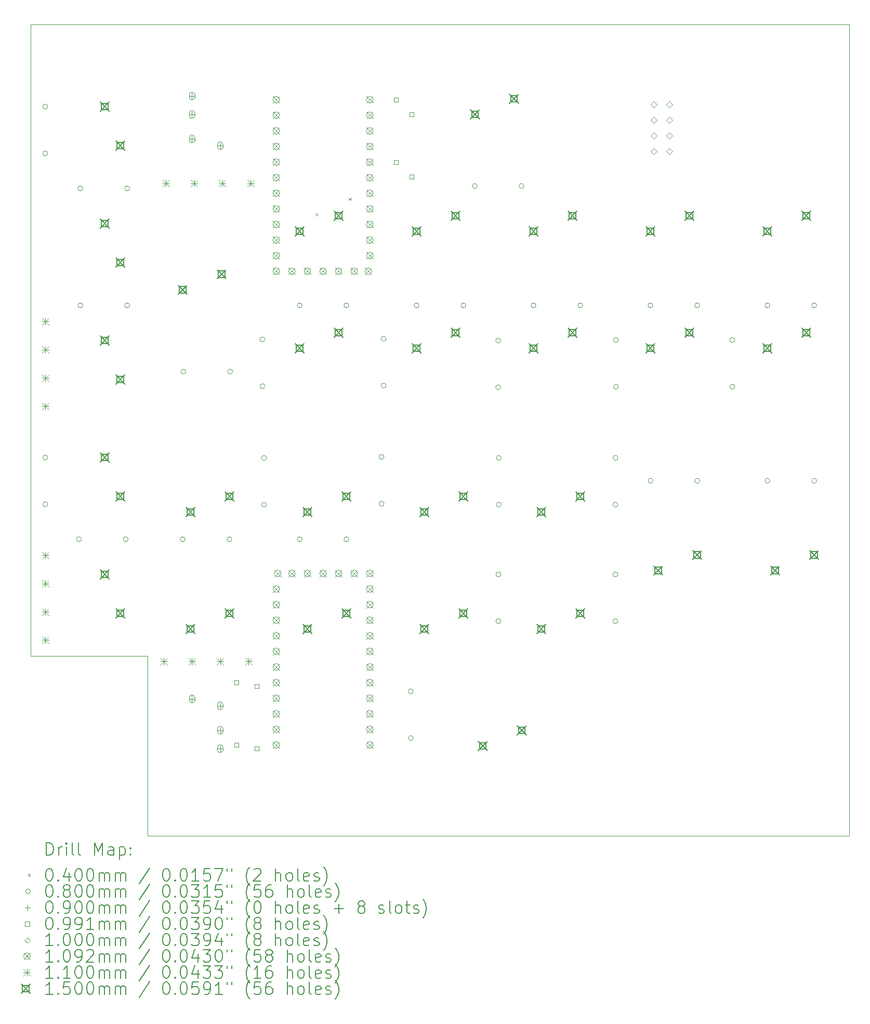
<source format=gbr>
%TF.GenerationSoftware,KiCad,Pcbnew,7.0.10*%
%TF.CreationDate,2024-02-04T21:18:53-08:00*%
%TF.ProjectId,oddball_steno,6f646462-616c-46c5-9f73-74656e6f2e6b,rev?*%
%TF.SameCoordinates,Original*%
%TF.FileFunction,Drillmap*%
%TF.FilePolarity,Positive*%
%FSLAX45Y45*%
G04 Gerber Fmt 4.5, Leading zero omitted, Abs format (unit mm)*
G04 Created by KiCad (PCBNEW 7.0.10) date 2024-02-04 21:18:53*
%MOMM*%
%LPD*%
G01*
G04 APERTURE LIST*
%ADD10C,0.100000*%
%ADD11C,0.200000*%
%ADD12C,0.109220*%
%ADD13C,0.110000*%
%ADD14C,0.150000*%
G04 APERTURE END LIST*
D10*
X20967550Y-15153062D02*
X9537550Y-15153062D01*
X9537550Y-12230562D01*
X7632550Y-12230562D01*
X7632550Y-1942062D01*
X20967550Y-1942062D01*
X20967550Y-15153062D01*
D11*
D10*
X12270050Y-5013063D02*
X12310050Y-5053063D01*
X12310050Y-5013063D02*
X12270050Y-5053063D01*
X12812645Y-4765467D02*
X12852645Y-4805467D01*
X12852645Y-4765467D02*
X12812645Y-4805467D01*
X7910675Y-3277062D02*
G75*
G03*
X7830675Y-3277062I-40000J0D01*
G01*
X7830675Y-3277062D02*
G75*
G03*
X7910675Y-3277062I40000J0D01*
G01*
X7910675Y-4039062D02*
G75*
G03*
X7830675Y-4039062I-40000J0D01*
G01*
X7830675Y-4039062D02*
G75*
G03*
X7910675Y-4039062I40000J0D01*
G01*
X7910675Y-8992063D02*
G75*
G03*
X7830675Y-8992063I-40000J0D01*
G01*
X7830675Y-8992063D02*
G75*
G03*
X7910675Y-8992063I40000J0D01*
G01*
X7910675Y-9754063D02*
G75*
G03*
X7830675Y-9754063I-40000J0D01*
G01*
X7830675Y-9754063D02*
G75*
G03*
X7910675Y-9754063I40000J0D01*
G01*
X8458050Y-10325563D02*
G75*
G03*
X8378050Y-10325563I-40000J0D01*
G01*
X8378050Y-10325563D02*
G75*
G03*
X8458050Y-10325563I40000J0D01*
G01*
X8482175Y-4610563D02*
G75*
G03*
X8402175Y-4610563I-40000J0D01*
G01*
X8402175Y-4610563D02*
G75*
G03*
X8482175Y-4610563I40000J0D01*
G01*
X8482175Y-6515562D02*
G75*
G03*
X8402175Y-6515562I-40000J0D01*
G01*
X8402175Y-6515562D02*
G75*
G03*
X8482175Y-6515562I40000J0D01*
G01*
X9220050Y-10325563D02*
G75*
G03*
X9140050Y-10325563I-40000J0D01*
G01*
X9140050Y-10325563D02*
G75*
G03*
X9220050Y-10325563I40000J0D01*
G01*
X9244175Y-4610563D02*
G75*
G03*
X9164175Y-4610563I-40000J0D01*
G01*
X9164175Y-4610563D02*
G75*
G03*
X9244175Y-4610563I40000J0D01*
G01*
X9244175Y-6515562D02*
G75*
G03*
X9164175Y-6515562I-40000J0D01*
G01*
X9164175Y-6515562D02*
G75*
G03*
X9244175Y-6515562I40000J0D01*
G01*
X10149050Y-10325563D02*
G75*
G03*
X10069050Y-10325563I-40000J0D01*
G01*
X10069050Y-10325563D02*
G75*
G03*
X10149050Y-10325563I40000J0D01*
G01*
X10158800Y-7593062D02*
G75*
G03*
X10078800Y-7593062I-40000J0D01*
G01*
X10078800Y-7593062D02*
G75*
G03*
X10158800Y-7593062I40000J0D01*
G01*
X10911050Y-10325563D02*
G75*
G03*
X10831050Y-10325563I-40000J0D01*
G01*
X10831050Y-10325563D02*
G75*
G03*
X10911050Y-10325563I40000J0D01*
G01*
X10920800Y-7593062D02*
G75*
G03*
X10840800Y-7593062I-40000J0D01*
G01*
X10840800Y-7593062D02*
G75*
G03*
X10920800Y-7593062I40000J0D01*
G01*
X11447550Y-7069562D02*
G75*
G03*
X11367550Y-7069562I-40000J0D01*
G01*
X11367550Y-7069562D02*
G75*
G03*
X11447550Y-7069562I40000J0D01*
G01*
X11447550Y-7831562D02*
G75*
G03*
X11367550Y-7831562I-40000J0D01*
G01*
X11367550Y-7831562D02*
G75*
G03*
X11447550Y-7831562I40000J0D01*
G01*
X11473675Y-8999563D02*
G75*
G03*
X11393675Y-8999563I-40000J0D01*
G01*
X11393675Y-8999563D02*
G75*
G03*
X11473675Y-8999563I40000J0D01*
G01*
X11473675Y-9761563D02*
G75*
G03*
X11393675Y-9761563I-40000J0D01*
G01*
X11393675Y-9761563D02*
G75*
G03*
X11473675Y-9761563I40000J0D01*
G01*
X12054050Y-6515562D02*
G75*
G03*
X11974050Y-6515562I-40000J0D01*
G01*
X11974050Y-6515562D02*
G75*
G03*
X12054050Y-6515562I40000J0D01*
G01*
X12054050Y-10325563D02*
G75*
G03*
X11974050Y-10325563I-40000J0D01*
G01*
X11974050Y-10325563D02*
G75*
G03*
X12054050Y-10325563I40000J0D01*
G01*
X12816050Y-6515562D02*
G75*
G03*
X12736050Y-6515562I-40000J0D01*
G01*
X12736050Y-6515562D02*
G75*
G03*
X12816050Y-6515562I40000J0D01*
G01*
X12816050Y-10325563D02*
G75*
G03*
X12736050Y-10325563I-40000J0D01*
G01*
X12736050Y-10325563D02*
G75*
G03*
X12816050Y-10325563I40000J0D01*
G01*
X13388675Y-8984563D02*
G75*
G03*
X13308675Y-8984563I-40000J0D01*
G01*
X13308675Y-8984563D02*
G75*
G03*
X13388675Y-8984563I40000J0D01*
G01*
X13388675Y-9746563D02*
G75*
G03*
X13308675Y-9746563I-40000J0D01*
G01*
X13308675Y-9746563D02*
G75*
G03*
X13388675Y-9746563I40000J0D01*
G01*
X13422550Y-7059562D02*
G75*
G03*
X13342550Y-7059562I-40000J0D01*
G01*
X13342550Y-7059562D02*
G75*
G03*
X13422550Y-7059562I40000J0D01*
G01*
X13422550Y-7821562D02*
G75*
G03*
X13342550Y-7821562I-40000J0D01*
G01*
X13342550Y-7821562D02*
G75*
G03*
X13422550Y-7821562I40000J0D01*
G01*
X13863800Y-12802062D02*
G75*
G03*
X13783800Y-12802062I-40000J0D01*
G01*
X13783800Y-12802062D02*
G75*
G03*
X13863800Y-12802062I40000J0D01*
G01*
X13863800Y-13564062D02*
G75*
G03*
X13783800Y-13564062I-40000J0D01*
G01*
X13783800Y-13564062D02*
G75*
G03*
X13863800Y-13564062I40000J0D01*
G01*
X13959050Y-6515562D02*
G75*
G03*
X13879050Y-6515562I-40000J0D01*
G01*
X13879050Y-6515562D02*
G75*
G03*
X13959050Y-6515562I40000J0D01*
G01*
X14721050Y-6515562D02*
G75*
G03*
X14641050Y-6515562I-40000J0D01*
G01*
X14641050Y-6515562D02*
G75*
G03*
X14721050Y-6515562I40000J0D01*
G01*
X14906550Y-4570563D02*
G75*
G03*
X14826550Y-4570563I-40000J0D01*
G01*
X14826550Y-4570563D02*
G75*
G03*
X14906550Y-4570563I40000J0D01*
G01*
X15287550Y-7089562D02*
G75*
G03*
X15207550Y-7089562I-40000J0D01*
G01*
X15207550Y-7089562D02*
G75*
G03*
X15287550Y-7089562I40000J0D01*
G01*
X15287550Y-7851562D02*
G75*
G03*
X15207550Y-7851562I-40000J0D01*
G01*
X15207550Y-7851562D02*
G75*
G03*
X15287550Y-7851562I40000J0D01*
G01*
X15292550Y-10897063D02*
G75*
G03*
X15212550Y-10897063I-40000J0D01*
G01*
X15212550Y-10897063D02*
G75*
G03*
X15292550Y-10897063I40000J0D01*
G01*
X15292550Y-11659062D02*
G75*
G03*
X15212550Y-11659062I-40000J0D01*
G01*
X15212550Y-11659062D02*
G75*
G03*
X15292550Y-11659062I40000J0D01*
G01*
X15298675Y-8999563D02*
G75*
G03*
X15218675Y-8999563I-40000J0D01*
G01*
X15218675Y-8999563D02*
G75*
G03*
X15298675Y-8999563I40000J0D01*
G01*
X15298675Y-9761563D02*
G75*
G03*
X15218675Y-9761563I-40000J0D01*
G01*
X15218675Y-9761563D02*
G75*
G03*
X15298675Y-9761563I40000J0D01*
G01*
X15668550Y-4570563D02*
G75*
G03*
X15588550Y-4570563I-40000J0D01*
G01*
X15588550Y-4570563D02*
G75*
G03*
X15668550Y-4570563I40000J0D01*
G01*
X15864050Y-6515562D02*
G75*
G03*
X15784050Y-6515562I-40000J0D01*
G01*
X15784050Y-6515562D02*
G75*
G03*
X15864050Y-6515562I40000J0D01*
G01*
X16626050Y-6515562D02*
G75*
G03*
X16546050Y-6515562I-40000J0D01*
G01*
X16546050Y-6515562D02*
G75*
G03*
X16626050Y-6515562I40000J0D01*
G01*
X17197550Y-10897063D02*
G75*
G03*
X17117550Y-10897063I-40000J0D01*
G01*
X17117550Y-10897063D02*
G75*
G03*
X17197550Y-10897063I40000J0D01*
G01*
X17197550Y-11659062D02*
G75*
G03*
X17117550Y-11659062I-40000J0D01*
G01*
X17117550Y-11659062D02*
G75*
G03*
X17197550Y-11659062I40000J0D01*
G01*
X17198675Y-8999563D02*
G75*
G03*
X17118675Y-8999563I-40000J0D01*
G01*
X17118675Y-8999563D02*
G75*
G03*
X17198675Y-8999563I40000J0D01*
G01*
X17198675Y-9761563D02*
G75*
G03*
X17118675Y-9761563I-40000J0D01*
G01*
X17118675Y-9761563D02*
G75*
G03*
X17198675Y-9761563I40000J0D01*
G01*
X17207550Y-7079562D02*
G75*
G03*
X17127550Y-7079562I-40000J0D01*
G01*
X17127550Y-7079562D02*
G75*
G03*
X17207550Y-7079562I40000J0D01*
G01*
X17207550Y-7841562D02*
G75*
G03*
X17127550Y-7841562I-40000J0D01*
G01*
X17127550Y-7841562D02*
G75*
G03*
X17207550Y-7841562I40000J0D01*
G01*
X17769050Y-6515562D02*
G75*
G03*
X17689050Y-6515562I-40000J0D01*
G01*
X17689050Y-6515562D02*
G75*
G03*
X17769050Y-6515562I40000J0D01*
G01*
X17769050Y-9373063D02*
G75*
G03*
X17689050Y-9373063I-40000J0D01*
G01*
X17689050Y-9373063D02*
G75*
G03*
X17769050Y-9373063I40000J0D01*
G01*
X18531050Y-6515562D02*
G75*
G03*
X18451050Y-6515562I-40000J0D01*
G01*
X18451050Y-6515562D02*
G75*
G03*
X18531050Y-6515562I40000J0D01*
G01*
X18531050Y-9373063D02*
G75*
G03*
X18451050Y-9373063I-40000J0D01*
G01*
X18451050Y-9373063D02*
G75*
G03*
X18531050Y-9373063I40000J0D01*
G01*
X19102550Y-7079562D02*
G75*
G03*
X19022550Y-7079562I-40000J0D01*
G01*
X19022550Y-7079562D02*
G75*
G03*
X19102550Y-7079562I40000J0D01*
G01*
X19102550Y-7841562D02*
G75*
G03*
X19022550Y-7841562I-40000J0D01*
G01*
X19022550Y-7841562D02*
G75*
G03*
X19102550Y-7841562I40000J0D01*
G01*
X19674050Y-6515562D02*
G75*
G03*
X19594050Y-6515562I-40000J0D01*
G01*
X19594050Y-6515562D02*
G75*
G03*
X19674050Y-6515562I40000J0D01*
G01*
X19674050Y-9373063D02*
G75*
G03*
X19594050Y-9373063I-40000J0D01*
G01*
X19594050Y-9373063D02*
G75*
G03*
X19674050Y-9373063I40000J0D01*
G01*
X20436050Y-6515562D02*
G75*
G03*
X20356050Y-6515562I-40000J0D01*
G01*
X20356050Y-6515562D02*
G75*
G03*
X20436050Y-6515562I40000J0D01*
G01*
X20436050Y-9373063D02*
G75*
G03*
X20356050Y-9373063I-40000J0D01*
G01*
X20356050Y-9373063D02*
G75*
G03*
X20436050Y-9373063I40000J0D01*
G01*
X10260050Y-3059937D02*
X10260050Y-3149937D01*
X10215050Y-3104937D02*
X10305050Y-3104937D01*
X10305050Y-3124937D02*
X10305050Y-3084937D01*
X10305050Y-3084937D02*
G75*
G03*
X10215050Y-3084937I-45000J0D01*
G01*
X10215050Y-3084937D02*
X10215050Y-3124937D01*
X10215050Y-3124937D02*
G75*
G03*
X10305050Y-3124937I45000J0D01*
G01*
X10260050Y-3359937D02*
X10260050Y-3449937D01*
X10215050Y-3404937D02*
X10305050Y-3404937D01*
X10305050Y-3424937D02*
X10305050Y-3384937D01*
X10305050Y-3384937D02*
G75*
G03*
X10215050Y-3384937I-45000J0D01*
G01*
X10215050Y-3384937D02*
X10215050Y-3424937D01*
X10215050Y-3424937D02*
G75*
G03*
X10305050Y-3424937I45000J0D01*
G01*
X10260050Y-3759937D02*
X10260050Y-3849937D01*
X10215050Y-3804937D02*
X10305050Y-3804937D01*
X10305050Y-3824937D02*
X10305050Y-3784937D01*
X10305050Y-3784937D02*
G75*
G03*
X10215050Y-3784937I-45000J0D01*
G01*
X10215050Y-3784937D02*
X10215050Y-3824937D01*
X10215050Y-3824937D02*
G75*
G03*
X10305050Y-3824937I45000J0D01*
G01*
X10260050Y-12881187D02*
X10260050Y-12971187D01*
X10215050Y-12926187D02*
X10305050Y-12926187D01*
X10215050Y-12906187D02*
X10215050Y-12946187D01*
X10215050Y-12946187D02*
G75*
G03*
X10305050Y-12946187I45000J0D01*
G01*
X10305050Y-12946187D02*
X10305050Y-12906187D01*
X10305050Y-12906187D02*
G75*
G03*
X10215050Y-12906187I-45000J0D01*
G01*
X10720050Y-3869937D02*
X10720050Y-3959937D01*
X10675050Y-3914937D02*
X10765050Y-3914937D01*
X10765050Y-3934937D02*
X10765050Y-3894937D01*
X10765050Y-3894937D02*
G75*
G03*
X10675050Y-3894937I-45000J0D01*
G01*
X10675050Y-3894937D02*
X10675050Y-3934937D01*
X10675050Y-3934937D02*
G75*
G03*
X10765050Y-3934937I45000J0D01*
G01*
X10720050Y-12991187D02*
X10720050Y-13081187D01*
X10675050Y-13036187D02*
X10765050Y-13036187D01*
X10675050Y-13016187D02*
X10675050Y-13056187D01*
X10675050Y-13056187D02*
G75*
G03*
X10765050Y-13056187I45000J0D01*
G01*
X10765050Y-13056187D02*
X10765050Y-13016187D01*
X10765050Y-13016187D02*
G75*
G03*
X10675050Y-13016187I-45000J0D01*
G01*
X10720050Y-13391187D02*
X10720050Y-13481187D01*
X10675050Y-13436187D02*
X10765050Y-13436187D01*
X10675050Y-13416187D02*
X10675050Y-13456187D01*
X10675050Y-13456187D02*
G75*
G03*
X10765050Y-13456187I45000J0D01*
G01*
X10765050Y-13456187D02*
X10765050Y-13416187D01*
X10765050Y-13416187D02*
G75*
G03*
X10675050Y-13416187I-45000J0D01*
G01*
X10720050Y-13691187D02*
X10720050Y-13781187D01*
X10675050Y-13736187D02*
X10765050Y-13736187D01*
X10675050Y-13716187D02*
X10675050Y-13756187D01*
X10675050Y-13756187D02*
G75*
G03*
X10765050Y-13756187I45000J0D01*
G01*
X10765050Y-13756187D02*
X10765050Y-13716187D01*
X10765050Y-13716187D02*
G75*
G03*
X10675050Y-13716187I-45000J0D01*
G01*
X11018698Y-12695711D02*
X11018698Y-12625664D01*
X10948652Y-12625664D01*
X10948652Y-12695711D01*
X11018698Y-12695711D01*
X11018698Y-13711711D02*
X11018698Y-13641664D01*
X10948652Y-13641664D01*
X10948652Y-13711711D01*
X11018698Y-13711711D01*
X11347573Y-12752586D02*
X11347573Y-12682539D01*
X11277527Y-12682539D01*
X11277527Y-12752586D01*
X11347573Y-12752586D01*
X11347573Y-13768586D02*
X11347573Y-13698539D01*
X11277527Y-13698539D01*
X11277527Y-13768586D01*
X11347573Y-13768586D01*
X13620698Y-3199461D02*
X13620698Y-3129414D01*
X13550652Y-3129414D01*
X13550652Y-3199461D01*
X13620698Y-3199461D01*
X13620698Y-4215461D02*
X13620698Y-4145414D01*
X13550652Y-4145414D01*
X13550652Y-4215461D01*
X13620698Y-4215461D01*
X13873198Y-3437586D02*
X13873198Y-3367539D01*
X13803152Y-3367539D01*
X13803152Y-3437586D01*
X13873198Y-3437586D01*
X13873198Y-4453586D02*
X13873198Y-4383539D01*
X13803152Y-4383539D01*
X13803152Y-4453586D01*
X13873198Y-4453586D01*
X17783550Y-3290562D02*
X17833550Y-3240562D01*
X17783550Y-3190562D01*
X17733550Y-3240562D01*
X17783550Y-3290562D01*
X17783550Y-3544562D02*
X17833550Y-3494562D01*
X17783550Y-3444562D01*
X17733550Y-3494562D01*
X17783550Y-3544562D01*
X17783550Y-3798562D02*
X17833550Y-3748562D01*
X17783550Y-3698562D01*
X17733550Y-3748562D01*
X17783550Y-3798562D01*
X17783550Y-4052562D02*
X17833550Y-4002562D01*
X17783550Y-3952562D01*
X17733550Y-4002562D01*
X17783550Y-4052562D01*
X18037550Y-3290562D02*
X18087550Y-3240562D01*
X18037550Y-3190562D01*
X17987550Y-3240562D01*
X18037550Y-3290562D01*
X18037550Y-3544562D02*
X18087550Y-3494562D01*
X18037550Y-3444562D01*
X17987550Y-3494562D01*
X18037550Y-3544562D01*
X18037550Y-3798562D02*
X18087550Y-3748562D01*
X18037550Y-3698562D01*
X17987550Y-3748562D01*
X18037550Y-3798562D01*
X18037550Y-4052562D02*
X18087550Y-4002562D01*
X18037550Y-3952562D01*
X17987550Y-4002562D01*
X18037550Y-4052562D01*
D12*
X11578440Y-3111327D02*
X11687660Y-3220547D01*
X11687660Y-3111327D02*
X11578440Y-3220547D01*
X11687660Y-3165937D02*
G75*
G03*
X11578440Y-3165937I-54610J0D01*
G01*
X11578440Y-3165937D02*
G75*
G03*
X11687660Y-3165937I54610J0D01*
G01*
X11578440Y-3365327D02*
X11687660Y-3474547D01*
X11687660Y-3365327D02*
X11578440Y-3474547D01*
X11687660Y-3419937D02*
G75*
G03*
X11578440Y-3419937I-54610J0D01*
G01*
X11578440Y-3419937D02*
G75*
G03*
X11687660Y-3419937I54610J0D01*
G01*
X11578440Y-3619327D02*
X11687660Y-3728547D01*
X11687660Y-3619327D02*
X11578440Y-3728547D01*
X11687660Y-3673937D02*
G75*
G03*
X11578440Y-3673937I-54610J0D01*
G01*
X11578440Y-3673937D02*
G75*
G03*
X11687660Y-3673937I54610J0D01*
G01*
X11578440Y-3873327D02*
X11687660Y-3982547D01*
X11687660Y-3873327D02*
X11578440Y-3982547D01*
X11687660Y-3927937D02*
G75*
G03*
X11578440Y-3927937I-54610J0D01*
G01*
X11578440Y-3927937D02*
G75*
G03*
X11687660Y-3927937I54610J0D01*
G01*
X11578440Y-4127327D02*
X11687660Y-4236548D01*
X11687660Y-4127327D02*
X11578440Y-4236548D01*
X11687660Y-4181937D02*
G75*
G03*
X11578440Y-4181937I-54610J0D01*
G01*
X11578440Y-4181937D02*
G75*
G03*
X11687660Y-4181937I54610J0D01*
G01*
X11578440Y-4381328D02*
X11687660Y-4490548D01*
X11687660Y-4381328D02*
X11578440Y-4490548D01*
X11687660Y-4435938D02*
G75*
G03*
X11578440Y-4435938I-54610J0D01*
G01*
X11578440Y-4435938D02*
G75*
G03*
X11687660Y-4435938I54610J0D01*
G01*
X11578440Y-4635328D02*
X11687660Y-4744548D01*
X11687660Y-4635328D02*
X11578440Y-4744548D01*
X11687660Y-4689938D02*
G75*
G03*
X11578440Y-4689938I-54610J0D01*
G01*
X11578440Y-4689938D02*
G75*
G03*
X11687660Y-4689938I54610J0D01*
G01*
X11578440Y-4889328D02*
X11687660Y-4998548D01*
X11687660Y-4889328D02*
X11578440Y-4998548D01*
X11687660Y-4943938D02*
G75*
G03*
X11578440Y-4943938I-54610J0D01*
G01*
X11578440Y-4943938D02*
G75*
G03*
X11687660Y-4943938I54610J0D01*
G01*
X11578440Y-5143328D02*
X11687660Y-5252548D01*
X11687660Y-5143328D02*
X11578440Y-5252548D01*
X11687660Y-5197938D02*
G75*
G03*
X11578440Y-5197938I-54610J0D01*
G01*
X11578440Y-5197938D02*
G75*
G03*
X11687660Y-5197938I54610J0D01*
G01*
X11578440Y-5397328D02*
X11687660Y-5506548D01*
X11687660Y-5397328D02*
X11578440Y-5506548D01*
X11687660Y-5451938D02*
G75*
G03*
X11578440Y-5451938I-54610J0D01*
G01*
X11578440Y-5451938D02*
G75*
G03*
X11687660Y-5451938I54610J0D01*
G01*
X11578440Y-5651327D02*
X11687660Y-5760547D01*
X11687660Y-5651327D02*
X11578440Y-5760547D01*
X11687660Y-5705937D02*
G75*
G03*
X11578440Y-5705937I-54610J0D01*
G01*
X11578440Y-5705937D02*
G75*
G03*
X11687660Y-5705937I54610J0D01*
G01*
X11578440Y-5905327D02*
X11687660Y-6014547D01*
X11687660Y-5905327D02*
X11578440Y-6014547D01*
X11687660Y-5959937D02*
G75*
G03*
X11578440Y-5959937I-54610J0D01*
G01*
X11578440Y-5959937D02*
G75*
G03*
X11687660Y-5959937I54610J0D01*
G01*
X11578440Y-11080578D02*
X11687660Y-11189797D01*
X11687660Y-11080578D02*
X11578440Y-11189797D01*
X11687660Y-11135188D02*
G75*
G03*
X11578440Y-11135188I-54610J0D01*
G01*
X11578440Y-11135188D02*
G75*
G03*
X11687660Y-11135188I54610J0D01*
G01*
X11578440Y-11334577D02*
X11687660Y-11443797D01*
X11687660Y-11334577D02*
X11578440Y-11443797D01*
X11687660Y-11389187D02*
G75*
G03*
X11578440Y-11389187I-54610J0D01*
G01*
X11578440Y-11389187D02*
G75*
G03*
X11687660Y-11389187I54610J0D01*
G01*
X11578440Y-11588577D02*
X11687660Y-11697797D01*
X11687660Y-11588577D02*
X11578440Y-11697797D01*
X11687660Y-11643187D02*
G75*
G03*
X11578440Y-11643187I-54610J0D01*
G01*
X11578440Y-11643187D02*
G75*
G03*
X11687660Y-11643187I54610J0D01*
G01*
X11578440Y-11842577D02*
X11687660Y-11951797D01*
X11687660Y-11842577D02*
X11578440Y-11951797D01*
X11687660Y-11897187D02*
G75*
G03*
X11578440Y-11897187I-54610J0D01*
G01*
X11578440Y-11897187D02*
G75*
G03*
X11687660Y-11897187I54610J0D01*
G01*
X11578440Y-12096577D02*
X11687660Y-12205797D01*
X11687660Y-12096577D02*
X11578440Y-12205797D01*
X11687660Y-12151187D02*
G75*
G03*
X11578440Y-12151187I-54610J0D01*
G01*
X11578440Y-12151187D02*
G75*
G03*
X11687660Y-12151187I54610J0D01*
G01*
X11578440Y-12350577D02*
X11687660Y-12459797D01*
X11687660Y-12350577D02*
X11578440Y-12459797D01*
X11687660Y-12405187D02*
G75*
G03*
X11578440Y-12405187I-54610J0D01*
G01*
X11578440Y-12405187D02*
G75*
G03*
X11687660Y-12405187I54610J0D01*
G01*
X11578440Y-12604577D02*
X11687660Y-12713797D01*
X11687660Y-12604577D02*
X11578440Y-12713797D01*
X11687660Y-12659187D02*
G75*
G03*
X11578440Y-12659187I-54610J0D01*
G01*
X11578440Y-12659187D02*
G75*
G03*
X11687660Y-12659187I54610J0D01*
G01*
X11578440Y-12858577D02*
X11687660Y-12967797D01*
X11687660Y-12858577D02*
X11578440Y-12967797D01*
X11687660Y-12913187D02*
G75*
G03*
X11578440Y-12913187I-54610J0D01*
G01*
X11578440Y-12913187D02*
G75*
G03*
X11687660Y-12913187I54610J0D01*
G01*
X11578440Y-13112577D02*
X11687660Y-13221797D01*
X11687660Y-13112577D02*
X11578440Y-13221797D01*
X11687660Y-13167187D02*
G75*
G03*
X11578440Y-13167187I-54610J0D01*
G01*
X11578440Y-13167187D02*
G75*
G03*
X11687660Y-13167187I54610J0D01*
G01*
X11578440Y-13366577D02*
X11687660Y-13475797D01*
X11687660Y-13366577D02*
X11578440Y-13475797D01*
X11687660Y-13421187D02*
G75*
G03*
X11578440Y-13421187I-54610J0D01*
G01*
X11578440Y-13421187D02*
G75*
G03*
X11687660Y-13421187I54610J0D01*
G01*
X11578440Y-13620577D02*
X11687660Y-13729797D01*
X11687660Y-13620577D02*
X11578440Y-13729797D01*
X11687660Y-13675187D02*
G75*
G03*
X11578440Y-13675187I-54610J0D01*
G01*
X11578440Y-13675187D02*
G75*
G03*
X11687660Y-13675187I54610J0D01*
G01*
X11601300Y-10826578D02*
X11710520Y-10935798D01*
X11710520Y-10826578D02*
X11601300Y-10935798D01*
X11710520Y-10881188D02*
G75*
G03*
X11601300Y-10881188I-54610J0D01*
G01*
X11601300Y-10881188D02*
G75*
G03*
X11710520Y-10881188I54610J0D01*
G01*
X11832440Y-5905327D02*
X11941660Y-6014547D01*
X11941660Y-5905327D02*
X11832440Y-6014547D01*
X11941660Y-5959937D02*
G75*
G03*
X11832440Y-5959937I-54610J0D01*
G01*
X11832440Y-5959937D02*
G75*
G03*
X11941660Y-5959937I54610J0D01*
G01*
X11832440Y-10826578D02*
X11941660Y-10935798D01*
X11941660Y-10826578D02*
X11832440Y-10935798D01*
X11941660Y-10881188D02*
G75*
G03*
X11832440Y-10881188I-54610J0D01*
G01*
X11832440Y-10881188D02*
G75*
G03*
X11941660Y-10881188I54610J0D01*
G01*
X12086440Y-5905327D02*
X12195660Y-6014547D01*
X12195660Y-5905327D02*
X12086440Y-6014547D01*
X12195660Y-5959937D02*
G75*
G03*
X12086440Y-5959937I-54610J0D01*
G01*
X12086440Y-5959937D02*
G75*
G03*
X12195660Y-5959937I54610J0D01*
G01*
X12086440Y-10826578D02*
X12195660Y-10935798D01*
X12195660Y-10826578D02*
X12086440Y-10935798D01*
X12195660Y-10881188D02*
G75*
G03*
X12086440Y-10881188I-54610J0D01*
G01*
X12086440Y-10881188D02*
G75*
G03*
X12195660Y-10881188I54610J0D01*
G01*
X12340440Y-5905327D02*
X12449660Y-6014547D01*
X12449660Y-5905327D02*
X12340440Y-6014547D01*
X12449660Y-5959937D02*
G75*
G03*
X12340440Y-5959937I-54610J0D01*
G01*
X12340440Y-5959937D02*
G75*
G03*
X12449660Y-5959937I54610J0D01*
G01*
X12340440Y-10826578D02*
X12449660Y-10935798D01*
X12449660Y-10826578D02*
X12340440Y-10935798D01*
X12449660Y-10881188D02*
G75*
G03*
X12340440Y-10881188I-54610J0D01*
G01*
X12340440Y-10881188D02*
G75*
G03*
X12449660Y-10881188I54610J0D01*
G01*
X12594440Y-5905327D02*
X12703660Y-6014547D01*
X12703660Y-5905327D02*
X12594440Y-6014547D01*
X12703660Y-5959937D02*
G75*
G03*
X12594440Y-5959937I-54610J0D01*
G01*
X12594440Y-5959937D02*
G75*
G03*
X12703660Y-5959937I54610J0D01*
G01*
X12594440Y-10826578D02*
X12703660Y-10935798D01*
X12703660Y-10826578D02*
X12594440Y-10935798D01*
X12703660Y-10881188D02*
G75*
G03*
X12594440Y-10881188I-54610J0D01*
G01*
X12594440Y-10881188D02*
G75*
G03*
X12703660Y-10881188I54610J0D01*
G01*
X12848440Y-5905327D02*
X12957660Y-6014547D01*
X12957660Y-5905327D02*
X12848440Y-6014547D01*
X12957660Y-5959937D02*
G75*
G03*
X12848440Y-5959937I-54610J0D01*
G01*
X12848440Y-5959937D02*
G75*
G03*
X12957660Y-5959937I54610J0D01*
G01*
X12848440Y-10826578D02*
X12957660Y-10935798D01*
X12957660Y-10826578D02*
X12848440Y-10935798D01*
X12957660Y-10881188D02*
G75*
G03*
X12848440Y-10881188I-54610J0D01*
G01*
X12848440Y-10881188D02*
G75*
G03*
X12957660Y-10881188I54610J0D01*
G01*
X13079580Y-5905327D02*
X13188800Y-6014547D01*
X13188800Y-5905327D02*
X13079580Y-6014547D01*
X13188800Y-5959937D02*
G75*
G03*
X13079580Y-5959937I-54610J0D01*
G01*
X13079580Y-5959937D02*
G75*
G03*
X13188800Y-5959937I54610J0D01*
G01*
X13102440Y-3111327D02*
X13211660Y-3220547D01*
X13211660Y-3111327D02*
X13102440Y-3220547D01*
X13211660Y-3165937D02*
G75*
G03*
X13102440Y-3165937I-54610J0D01*
G01*
X13102440Y-3165937D02*
G75*
G03*
X13211660Y-3165937I54610J0D01*
G01*
X13102440Y-3365327D02*
X13211660Y-3474547D01*
X13211660Y-3365327D02*
X13102440Y-3474547D01*
X13211660Y-3419937D02*
G75*
G03*
X13102440Y-3419937I-54610J0D01*
G01*
X13102440Y-3419937D02*
G75*
G03*
X13211660Y-3419937I54610J0D01*
G01*
X13102440Y-3619327D02*
X13211660Y-3728547D01*
X13211660Y-3619327D02*
X13102440Y-3728547D01*
X13211660Y-3673937D02*
G75*
G03*
X13102440Y-3673937I-54610J0D01*
G01*
X13102440Y-3673937D02*
G75*
G03*
X13211660Y-3673937I54610J0D01*
G01*
X13102440Y-3873327D02*
X13211660Y-3982547D01*
X13211660Y-3873327D02*
X13102440Y-3982547D01*
X13211660Y-3927937D02*
G75*
G03*
X13102440Y-3927937I-54610J0D01*
G01*
X13102440Y-3927937D02*
G75*
G03*
X13211660Y-3927937I54610J0D01*
G01*
X13102440Y-4127327D02*
X13211660Y-4236548D01*
X13211660Y-4127327D02*
X13102440Y-4236548D01*
X13211660Y-4181937D02*
G75*
G03*
X13102440Y-4181937I-54610J0D01*
G01*
X13102440Y-4181937D02*
G75*
G03*
X13211660Y-4181937I54610J0D01*
G01*
X13102440Y-4381328D02*
X13211660Y-4490548D01*
X13211660Y-4381328D02*
X13102440Y-4490548D01*
X13211660Y-4435938D02*
G75*
G03*
X13102440Y-4435938I-54610J0D01*
G01*
X13102440Y-4435938D02*
G75*
G03*
X13211660Y-4435938I54610J0D01*
G01*
X13102440Y-4635328D02*
X13211660Y-4744548D01*
X13211660Y-4635328D02*
X13102440Y-4744548D01*
X13211660Y-4689938D02*
G75*
G03*
X13102440Y-4689938I-54610J0D01*
G01*
X13102440Y-4689938D02*
G75*
G03*
X13211660Y-4689938I54610J0D01*
G01*
X13102440Y-4889328D02*
X13211660Y-4998548D01*
X13211660Y-4889328D02*
X13102440Y-4998548D01*
X13211660Y-4943938D02*
G75*
G03*
X13102440Y-4943938I-54610J0D01*
G01*
X13102440Y-4943938D02*
G75*
G03*
X13211660Y-4943938I54610J0D01*
G01*
X13102440Y-5143328D02*
X13211660Y-5252548D01*
X13211660Y-5143328D02*
X13102440Y-5252548D01*
X13211660Y-5197938D02*
G75*
G03*
X13102440Y-5197938I-54610J0D01*
G01*
X13102440Y-5197938D02*
G75*
G03*
X13211660Y-5197938I54610J0D01*
G01*
X13102440Y-5397328D02*
X13211660Y-5506548D01*
X13211660Y-5397328D02*
X13102440Y-5506548D01*
X13211660Y-5451938D02*
G75*
G03*
X13102440Y-5451938I-54610J0D01*
G01*
X13102440Y-5451938D02*
G75*
G03*
X13211660Y-5451938I54610J0D01*
G01*
X13102440Y-5651327D02*
X13211660Y-5760547D01*
X13211660Y-5651327D02*
X13102440Y-5760547D01*
X13211660Y-5705937D02*
G75*
G03*
X13102440Y-5705937I-54610J0D01*
G01*
X13102440Y-5705937D02*
G75*
G03*
X13211660Y-5705937I54610J0D01*
G01*
X13102440Y-10826578D02*
X13211660Y-10935798D01*
X13211660Y-10826578D02*
X13102440Y-10935798D01*
X13211660Y-10881188D02*
G75*
G03*
X13102440Y-10881188I-54610J0D01*
G01*
X13102440Y-10881188D02*
G75*
G03*
X13211660Y-10881188I54610J0D01*
G01*
X13102440Y-11080578D02*
X13211660Y-11189797D01*
X13211660Y-11080578D02*
X13102440Y-11189797D01*
X13211660Y-11135188D02*
G75*
G03*
X13102440Y-11135188I-54610J0D01*
G01*
X13102440Y-11135188D02*
G75*
G03*
X13211660Y-11135188I54610J0D01*
G01*
X13102440Y-11334577D02*
X13211660Y-11443797D01*
X13211660Y-11334577D02*
X13102440Y-11443797D01*
X13211660Y-11389187D02*
G75*
G03*
X13102440Y-11389187I-54610J0D01*
G01*
X13102440Y-11389187D02*
G75*
G03*
X13211660Y-11389187I54610J0D01*
G01*
X13102440Y-11588577D02*
X13211660Y-11697797D01*
X13211660Y-11588577D02*
X13102440Y-11697797D01*
X13211660Y-11643187D02*
G75*
G03*
X13102440Y-11643187I-54610J0D01*
G01*
X13102440Y-11643187D02*
G75*
G03*
X13211660Y-11643187I54610J0D01*
G01*
X13102440Y-11842577D02*
X13211660Y-11951797D01*
X13211660Y-11842577D02*
X13102440Y-11951797D01*
X13211660Y-11897187D02*
G75*
G03*
X13102440Y-11897187I-54610J0D01*
G01*
X13102440Y-11897187D02*
G75*
G03*
X13211660Y-11897187I54610J0D01*
G01*
X13102440Y-12096577D02*
X13211660Y-12205797D01*
X13211660Y-12096577D02*
X13102440Y-12205797D01*
X13211660Y-12151187D02*
G75*
G03*
X13102440Y-12151187I-54610J0D01*
G01*
X13102440Y-12151187D02*
G75*
G03*
X13211660Y-12151187I54610J0D01*
G01*
X13102440Y-12350577D02*
X13211660Y-12459797D01*
X13211660Y-12350577D02*
X13102440Y-12459797D01*
X13211660Y-12405187D02*
G75*
G03*
X13102440Y-12405187I-54610J0D01*
G01*
X13102440Y-12405187D02*
G75*
G03*
X13211660Y-12405187I54610J0D01*
G01*
X13102440Y-12604577D02*
X13211660Y-12713797D01*
X13211660Y-12604577D02*
X13102440Y-12713797D01*
X13211660Y-12659187D02*
G75*
G03*
X13102440Y-12659187I-54610J0D01*
G01*
X13102440Y-12659187D02*
G75*
G03*
X13211660Y-12659187I54610J0D01*
G01*
X13102440Y-12858577D02*
X13211660Y-12967797D01*
X13211660Y-12858577D02*
X13102440Y-12967797D01*
X13211660Y-12913187D02*
G75*
G03*
X13102440Y-12913187I-54610J0D01*
G01*
X13102440Y-12913187D02*
G75*
G03*
X13211660Y-12913187I54610J0D01*
G01*
X13102440Y-13112577D02*
X13211660Y-13221797D01*
X13211660Y-13112577D02*
X13102440Y-13221797D01*
X13211660Y-13167187D02*
G75*
G03*
X13102440Y-13167187I-54610J0D01*
G01*
X13102440Y-13167187D02*
G75*
G03*
X13211660Y-13167187I54610J0D01*
G01*
X13102440Y-13366577D02*
X13211660Y-13475797D01*
X13211660Y-13366577D02*
X13102440Y-13475797D01*
X13211660Y-13421187D02*
G75*
G03*
X13102440Y-13421187I-54610J0D01*
G01*
X13102440Y-13421187D02*
G75*
G03*
X13211660Y-13421187I54610J0D01*
G01*
X13102440Y-13620577D02*
X13211660Y-13729797D01*
X13211660Y-13620577D02*
X13102440Y-13729797D01*
X13211660Y-13675187D02*
G75*
G03*
X13102440Y-13675187I-54610J0D01*
G01*
X13102440Y-13675187D02*
G75*
G03*
X13211660Y-13675187I54610J0D01*
G01*
D13*
X7815675Y-6723062D02*
X7925675Y-6833062D01*
X7925675Y-6723062D02*
X7815675Y-6833062D01*
X7870675Y-6723062D02*
X7870675Y-6833062D01*
X7815675Y-6778062D02*
X7925675Y-6778062D01*
X7815675Y-7183062D02*
X7925675Y-7293062D01*
X7925675Y-7183062D02*
X7815675Y-7293062D01*
X7870675Y-7183062D02*
X7870675Y-7293062D01*
X7815675Y-7238062D02*
X7925675Y-7238062D01*
X7815675Y-7643062D02*
X7925675Y-7753062D01*
X7925675Y-7643062D02*
X7815675Y-7753062D01*
X7870675Y-7643062D02*
X7870675Y-7753062D01*
X7815675Y-7698062D02*
X7925675Y-7698062D01*
X7815675Y-8103062D02*
X7925675Y-8213062D01*
X7925675Y-8103062D02*
X7815675Y-8213062D01*
X7870675Y-8103062D02*
X7870675Y-8213062D01*
X7815675Y-8158062D02*
X7925675Y-8158062D01*
X7815675Y-10533063D02*
X7925675Y-10643063D01*
X7925675Y-10533063D02*
X7815675Y-10643063D01*
X7870675Y-10533063D02*
X7870675Y-10643063D01*
X7815675Y-10588063D02*
X7925675Y-10588063D01*
X7815675Y-10993063D02*
X7925675Y-11103063D01*
X7925675Y-10993063D02*
X7815675Y-11103063D01*
X7870675Y-10993063D02*
X7870675Y-11103063D01*
X7815675Y-11048063D02*
X7925675Y-11048063D01*
X7815675Y-11453062D02*
X7925675Y-11563062D01*
X7925675Y-11453062D02*
X7815675Y-11563062D01*
X7870675Y-11453062D02*
X7870675Y-11563062D01*
X7815675Y-11508062D02*
X7925675Y-11508062D01*
X7815675Y-11913062D02*
X7925675Y-12023062D01*
X7925675Y-11913062D02*
X7815675Y-12023062D01*
X7870675Y-11913062D02*
X7870675Y-12023062D01*
X7815675Y-11968062D02*
X7925675Y-11968062D01*
X9745050Y-12258687D02*
X9855050Y-12368687D01*
X9855050Y-12258687D02*
X9745050Y-12368687D01*
X9800050Y-12258687D02*
X9800050Y-12368687D01*
X9745050Y-12313687D02*
X9855050Y-12313687D01*
X9780050Y-4472438D02*
X9890050Y-4582438D01*
X9890050Y-4472438D02*
X9780050Y-4582438D01*
X9835050Y-4472438D02*
X9835050Y-4582438D01*
X9780050Y-4527438D02*
X9890050Y-4527438D01*
X10205050Y-12258687D02*
X10315050Y-12368687D01*
X10315050Y-12258687D02*
X10205050Y-12368687D01*
X10260050Y-12258687D02*
X10260050Y-12368687D01*
X10205050Y-12313687D02*
X10315050Y-12313687D01*
X10240050Y-4472438D02*
X10350050Y-4582438D01*
X10350050Y-4472438D02*
X10240050Y-4582438D01*
X10295050Y-4472438D02*
X10295050Y-4582438D01*
X10240050Y-4527438D02*
X10350050Y-4527438D01*
X10665050Y-12258687D02*
X10775050Y-12368687D01*
X10775050Y-12258687D02*
X10665050Y-12368687D01*
X10720050Y-12258687D02*
X10720050Y-12368687D01*
X10665050Y-12313687D02*
X10775050Y-12313687D01*
X10700050Y-4472438D02*
X10810050Y-4582438D01*
X10810050Y-4472438D02*
X10700050Y-4582438D01*
X10755050Y-4472438D02*
X10755050Y-4582438D01*
X10700050Y-4527438D02*
X10810050Y-4527438D01*
X11125050Y-12258687D02*
X11235050Y-12368687D01*
X11235050Y-12258687D02*
X11125050Y-12368687D01*
X11180050Y-12258687D02*
X11180050Y-12368687D01*
X11125050Y-12313687D02*
X11235050Y-12313687D01*
X11160050Y-4472438D02*
X11270050Y-4582438D01*
X11270050Y-4472438D02*
X11160050Y-4582438D01*
X11215050Y-4472438D02*
X11215050Y-4582438D01*
X11160050Y-4527438D02*
X11270050Y-4527438D01*
D14*
X8764050Y-3202062D02*
X8914050Y-3352062D01*
X8914050Y-3202062D02*
X8764050Y-3352062D01*
X8892084Y-3330096D02*
X8892084Y-3224029D01*
X8786017Y-3224029D01*
X8786017Y-3330096D01*
X8892084Y-3330096D01*
X8764050Y-5107063D02*
X8914050Y-5257063D01*
X8914050Y-5107063D02*
X8764050Y-5257063D01*
X8892084Y-5235096D02*
X8892084Y-5129029D01*
X8786017Y-5129029D01*
X8786017Y-5235096D01*
X8892084Y-5235096D01*
X8764050Y-7012062D02*
X8914050Y-7162062D01*
X8914050Y-7012062D02*
X8764050Y-7162062D01*
X8892084Y-7140096D02*
X8892084Y-7034029D01*
X8786017Y-7034029D01*
X8786017Y-7140096D01*
X8892084Y-7140096D01*
X8764050Y-8917063D02*
X8914050Y-9067063D01*
X8914050Y-8917063D02*
X8764050Y-9067063D01*
X8892084Y-9045096D02*
X8892084Y-8939029D01*
X8786017Y-8939029D01*
X8786017Y-9045096D01*
X8892084Y-9045096D01*
X8764050Y-10822063D02*
X8914050Y-10972063D01*
X8914050Y-10822063D02*
X8764050Y-10972063D01*
X8892084Y-10950096D02*
X8892084Y-10844029D01*
X8786017Y-10844029D01*
X8786017Y-10950096D01*
X8892084Y-10950096D01*
X9018050Y-3837062D02*
X9168050Y-3987062D01*
X9168050Y-3837062D02*
X9018050Y-3987062D01*
X9146084Y-3965096D02*
X9146084Y-3859029D01*
X9040017Y-3859029D01*
X9040017Y-3965096D01*
X9146084Y-3965096D01*
X9018050Y-5742062D02*
X9168050Y-5892062D01*
X9168050Y-5742062D02*
X9018050Y-5892062D01*
X9146084Y-5870096D02*
X9146084Y-5764029D01*
X9040017Y-5764029D01*
X9040017Y-5870096D01*
X9146084Y-5870096D01*
X9018050Y-7647062D02*
X9168050Y-7797062D01*
X9168050Y-7647062D02*
X9018050Y-7797062D01*
X9146084Y-7775096D02*
X9146084Y-7669029D01*
X9040017Y-7669029D01*
X9040017Y-7775096D01*
X9146084Y-7775096D01*
X9018050Y-9552063D02*
X9168050Y-9702063D01*
X9168050Y-9552063D02*
X9018050Y-9702063D01*
X9146084Y-9680096D02*
X9146084Y-9574029D01*
X9040017Y-9574029D01*
X9040017Y-9680096D01*
X9146084Y-9680096D01*
X9018050Y-11457062D02*
X9168050Y-11607062D01*
X9168050Y-11457062D02*
X9018050Y-11607062D01*
X9146084Y-11585096D02*
X9146084Y-11479029D01*
X9040017Y-11479029D01*
X9040017Y-11585096D01*
X9146084Y-11585096D01*
X10034050Y-6186562D02*
X10184050Y-6336562D01*
X10184050Y-6186562D02*
X10034050Y-6336562D01*
X10162084Y-6314596D02*
X10162084Y-6208529D01*
X10056017Y-6208529D01*
X10056017Y-6314596D01*
X10162084Y-6314596D01*
X10161050Y-9806063D02*
X10311050Y-9956063D01*
X10311050Y-9806063D02*
X10161050Y-9956063D01*
X10289084Y-9934096D02*
X10289084Y-9828029D01*
X10183017Y-9828029D01*
X10183017Y-9934096D01*
X10289084Y-9934096D01*
X10161050Y-11711062D02*
X10311050Y-11861062D01*
X10311050Y-11711062D02*
X10161050Y-11861062D01*
X10289084Y-11839096D02*
X10289084Y-11733029D01*
X10183017Y-11733029D01*
X10183017Y-11839096D01*
X10289084Y-11839096D01*
X10669050Y-5932562D02*
X10819050Y-6082562D01*
X10819050Y-5932562D02*
X10669050Y-6082562D01*
X10797084Y-6060596D02*
X10797084Y-5954529D01*
X10691017Y-5954529D01*
X10691017Y-6060596D01*
X10797084Y-6060596D01*
X10796050Y-9552063D02*
X10946050Y-9702063D01*
X10946050Y-9552063D02*
X10796050Y-9702063D01*
X10924084Y-9680096D02*
X10924084Y-9574029D01*
X10818017Y-9574029D01*
X10818017Y-9680096D01*
X10924084Y-9680096D01*
X10796050Y-11457062D02*
X10946050Y-11607062D01*
X10946050Y-11457062D02*
X10796050Y-11607062D01*
X10924084Y-11585096D02*
X10924084Y-11479029D01*
X10818017Y-11479029D01*
X10818017Y-11585096D01*
X10924084Y-11585096D01*
X11939050Y-5234063D02*
X12089050Y-5384063D01*
X12089050Y-5234063D02*
X11939050Y-5384063D01*
X12067083Y-5362096D02*
X12067083Y-5256029D01*
X11961016Y-5256029D01*
X11961016Y-5362096D01*
X12067083Y-5362096D01*
X11939050Y-7139062D02*
X12089050Y-7289062D01*
X12089050Y-7139062D02*
X11939050Y-7289062D01*
X12067083Y-7267096D02*
X12067083Y-7161029D01*
X11961016Y-7161029D01*
X11961016Y-7267096D01*
X12067083Y-7267096D01*
X12066050Y-9806063D02*
X12216050Y-9956063D01*
X12216050Y-9806063D02*
X12066050Y-9956063D01*
X12194083Y-9934096D02*
X12194083Y-9828029D01*
X12088016Y-9828029D01*
X12088016Y-9934096D01*
X12194083Y-9934096D01*
X12066050Y-11711062D02*
X12216050Y-11861062D01*
X12216050Y-11711062D02*
X12066050Y-11861062D01*
X12194083Y-11839096D02*
X12194083Y-11733029D01*
X12088016Y-11733029D01*
X12088016Y-11839096D01*
X12194083Y-11839096D01*
X12574050Y-4980063D02*
X12724050Y-5130063D01*
X12724050Y-4980063D02*
X12574050Y-5130063D01*
X12702083Y-5108096D02*
X12702083Y-5002029D01*
X12596016Y-5002029D01*
X12596016Y-5108096D01*
X12702083Y-5108096D01*
X12574050Y-6885062D02*
X12724050Y-7035062D01*
X12724050Y-6885062D02*
X12574050Y-7035062D01*
X12702083Y-7013096D02*
X12702083Y-6907029D01*
X12596016Y-6907029D01*
X12596016Y-7013096D01*
X12702083Y-7013096D01*
X12701050Y-9552063D02*
X12851050Y-9702063D01*
X12851050Y-9552063D02*
X12701050Y-9702063D01*
X12829083Y-9680096D02*
X12829083Y-9574029D01*
X12723016Y-9574029D01*
X12723016Y-9680096D01*
X12829083Y-9680096D01*
X12701050Y-11457062D02*
X12851050Y-11607062D01*
X12851050Y-11457062D02*
X12701050Y-11607062D01*
X12829083Y-11585096D02*
X12829083Y-11479029D01*
X12723016Y-11479029D01*
X12723016Y-11585096D01*
X12829083Y-11585096D01*
X13844050Y-5234063D02*
X13994050Y-5384063D01*
X13994050Y-5234063D02*
X13844050Y-5384063D01*
X13972083Y-5362096D02*
X13972083Y-5256029D01*
X13866016Y-5256029D01*
X13866016Y-5362096D01*
X13972083Y-5362096D01*
X13844050Y-7139062D02*
X13994050Y-7289062D01*
X13994050Y-7139062D02*
X13844050Y-7289062D01*
X13972083Y-7267096D02*
X13972083Y-7161029D01*
X13866016Y-7161029D01*
X13866016Y-7267096D01*
X13972083Y-7267096D01*
X13971050Y-9806063D02*
X14121050Y-9956063D01*
X14121050Y-9806063D02*
X13971050Y-9956063D01*
X14099083Y-9934096D02*
X14099083Y-9828029D01*
X13993016Y-9828029D01*
X13993016Y-9934096D01*
X14099083Y-9934096D01*
X13971050Y-11711062D02*
X14121050Y-11861062D01*
X14121050Y-11711062D02*
X13971050Y-11861062D01*
X14099083Y-11839096D02*
X14099083Y-11733029D01*
X13993016Y-11733029D01*
X13993016Y-11839096D01*
X14099083Y-11839096D01*
X14479050Y-4980063D02*
X14629050Y-5130063D01*
X14629050Y-4980063D02*
X14479050Y-5130063D01*
X14607083Y-5108096D02*
X14607083Y-5002029D01*
X14501016Y-5002029D01*
X14501016Y-5108096D01*
X14607083Y-5108096D01*
X14479050Y-6885062D02*
X14629050Y-7035062D01*
X14629050Y-6885062D02*
X14479050Y-7035062D01*
X14607083Y-7013096D02*
X14607083Y-6907029D01*
X14501016Y-6907029D01*
X14501016Y-7013096D01*
X14607083Y-7013096D01*
X14606050Y-9552063D02*
X14756050Y-9702063D01*
X14756050Y-9552063D02*
X14606050Y-9702063D01*
X14734083Y-9680096D02*
X14734083Y-9574029D01*
X14628016Y-9574029D01*
X14628016Y-9680096D01*
X14734083Y-9680096D01*
X14606050Y-11457062D02*
X14756050Y-11607062D01*
X14756050Y-11457062D02*
X14606050Y-11607062D01*
X14734083Y-11585096D02*
X14734083Y-11479029D01*
X14628016Y-11479029D01*
X14628016Y-11585096D01*
X14734083Y-11585096D01*
X14796550Y-3329062D02*
X14946550Y-3479062D01*
X14946550Y-3329062D02*
X14796550Y-3479062D01*
X14924583Y-3457096D02*
X14924583Y-3351029D01*
X14818516Y-3351029D01*
X14818516Y-3457096D01*
X14924583Y-3457096D01*
X14923550Y-13616062D02*
X15073550Y-13766062D01*
X15073550Y-13616062D02*
X14923550Y-13766062D01*
X15051583Y-13744096D02*
X15051583Y-13638029D01*
X14945516Y-13638029D01*
X14945516Y-13744096D01*
X15051583Y-13744096D01*
X15431550Y-3075062D02*
X15581550Y-3225062D01*
X15581550Y-3075062D02*
X15431550Y-3225062D01*
X15559583Y-3203096D02*
X15559583Y-3097029D01*
X15453516Y-3097029D01*
X15453516Y-3203096D01*
X15559583Y-3203096D01*
X15558550Y-13362062D02*
X15708550Y-13512062D01*
X15708550Y-13362062D02*
X15558550Y-13512062D01*
X15686583Y-13490096D02*
X15686583Y-13384029D01*
X15580516Y-13384029D01*
X15580516Y-13490096D01*
X15686583Y-13490096D01*
X15749050Y-5234063D02*
X15899050Y-5384063D01*
X15899050Y-5234063D02*
X15749050Y-5384063D01*
X15877083Y-5362096D02*
X15877083Y-5256029D01*
X15771016Y-5256029D01*
X15771016Y-5362096D01*
X15877083Y-5362096D01*
X15749050Y-7139062D02*
X15899050Y-7289062D01*
X15899050Y-7139062D02*
X15749050Y-7289062D01*
X15877083Y-7267096D02*
X15877083Y-7161029D01*
X15771016Y-7161029D01*
X15771016Y-7267096D01*
X15877083Y-7267096D01*
X15876050Y-9806063D02*
X16026050Y-9956063D01*
X16026050Y-9806063D02*
X15876050Y-9956063D01*
X16004083Y-9934096D02*
X16004083Y-9828029D01*
X15898016Y-9828029D01*
X15898016Y-9934096D01*
X16004083Y-9934096D01*
X15876050Y-11711062D02*
X16026050Y-11861062D01*
X16026050Y-11711062D02*
X15876050Y-11861062D01*
X16004083Y-11839096D02*
X16004083Y-11733029D01*
X15898016Y-11733029D01*
X15898016Y-11839096D01*
X16004083Y-11839096D01*
X16384050Y-4980063D02*
X16534050Y-5130063D01*
X16534050Y-4980063D02*
X16384050Y-5130063D01*
X16512083Y-5108096D02*
X16512083Y-5002029D01*
X16406016Y-5002029D01*
X16406016Y-5108096D01*
X16512083Y-5108096D01*
X16384050Y-6885062D02*
X16534050Y-7035062D01*
X16534050Y-6885062D02*
X16384050Y-7035062D01*
X16512083Y-7013096D02*
X16512083Y-6907029D01*
X16406016Y-6907029D01*
X16406016Y-7013096D01*
X16512083Y-7013096D01*
X16511050Y-9552063D02*
X16661050Y-9702063D01*
X16661050Y-9552063D02*
X16511050Y-9702063D01*
X16639083Y-9680096D02*
X16639083Y-9574029D01*
X16533016Y-9574029D01*
X16533016Y-9680096D01*
X16639083Y-9680096D01*
X16511050Y-11457062D02*
X16661050Y-11607062D01*
X16661050Y-11457062D02*
X16511050Y-11607062D01*
X16639083Y-11585096D02*
X16639083Y-11479029D01*
X16533016Y-11479029D01*
X16533016Y-11585096D01*
X16639083Y-11585096D01*
X17654050Y-5234063D02*
X17804050Y-5384063D01*
X17804050Y-5234063D02*
X17654050Y-5384063D01*
X17782084Y-5362096D02*
X17782084Y-5256029D01*
X17676017Y-5256029D01*
X17676017Y-5362096D01*
X17782084Y-5362096D01*
X17654050Y-7139062D02*
X17804050Y-7289062D01*
X17804050Y-7139062D02*
X17654050Y-7289062D01*
X17782084Y-7267096D02*
X17782084Y-7161029D01*
X17676017Y-7161029D01*
X17676017Y-7267096D01*
X17782084Y-7267096D01*
X17781050Y-10758563D02*
X17931050Y-10908563D01*
X17931050Y-10758563D02*
X17781050Y-10908563D01*
X17909084Y-10886596D02*
X17909084Y-10780529D01*
X17803017Y-10780529D01*
X17803017Y-10886596D01*
X17909084Y-10886596D01*
X18289050Y-4980063D02*
X18439050Y-5130063D01*
X18439050Y-4980063D02*
X18289050Y-5130063D01*
X18417084Y-5108096D02*
X18417084Y-5002029D01*
X18311017Y-5002029D01*
X18311017Y-5108096D01*
X18417084Y-5108096D01*
X18289050Y-6885062D02*
X18439050Y-7035062D01*
X18439050Y-6885062D02*
X18289050Y-7035062D01*
X18417084Y-7013096D02*
X18417084Y-6907029D01*
X18311017Y-6907029D01*
X18311017Y-7013096D01*
X18417084Y-7013096D01*
X18416050Y-10504563D02*
X18566050Y-10654563D01*
X18566050Y-10504563D02*
X18416050Y-10654563D01*
X18544084Y-10632596D02*
X18544084Y-10526529D01*
X18438017Y-10526529D01*
X18438017Y-10632596D01*
X18544084Y-10632596D01*
X19559050Y-5234063D02*
X19709050Y-5384063D01*
X19709050Y-5234063D02*
X19559050Y-5384063D01*
X19687084Y-5362096D02*
X19687084Y-5256029D01*
X19581017Y-5256029D01*
X19581017Y-5362096D01*
X19687084Y-5362096D01*
X19559050Y-7139062D02*
X19709050Y-7289062D01*
X19709050Y-7139062D02*
X19559050Y-7289062D01*
X19687084Y-7267096D02*
X19687084Y-7161029D01*
X19581017Y-7161029D01*
X19581017Y-7267096D01*
X19687084Y-7267096D01*
X19686050Y-10758563D02*
X19836050Y-10908563D01*
X19836050Y-10758563D02*
X19686050Y-10908563D01*
X19814084Y-10886596D02*
X19814084Y-10780529D01*
X19708017Y-10780529D01*
X19708017Y-10886596D01*
X19814084Y-10886596D01*
X20194050Y-4980063D02*
X20344050Y-5130063D01*
X20344050Y-4980063D02*
X20194050Y-5130063D01*
X20322084Y-5108096D02*
X20322084Y-5002029D01*
X20216017Y-5002029D01*
X20216017Y-5108096D01*
X20322084Y-5108096D01*
X20194050Y-6885062D02*
X20344050Y-7035062D01*
X20344050Y-6885062D02*
X20194050Y-7035062D01*
X20322084Y-7013096D02*
X20322084Y-6907029D01*
X20216017Y-6907029D01*
X20216017Y-7013096D01*
X20322084Y-7013096D01*
X20321050Y-10504563D02*
X20471050Y-10654563D01*
X20471050Y-10504563D02*
X20321050Y-10654563D01*
X20449084Y-10632596D02*
X20449084Y-10526529D01*
X20343017Y-10526529D01*
X20343017Y-10632596D01*
X20449084Y-10632596D01*
D11*
X7888327Y-15469546D02*
X7888327Y-15269546D01*
X7888327Y-15269546D02*
X7935946Y-15269546D01*
X7935946Y-15269546D02*
X7964517Y-15279070D01*
X7964517Y-15279070D02*
X7983565Y-15298118D01*
X7983565Y-15298118D02*
X7993089Y-15317165D01*
X7993089Y-15317165D02*
X8002612Y-15355260D01*
X8002612Y-15355260D02*
X8002612Y-15383832D01*
X8002612Y-15383832D02*
X7993089Y-15421927D01*
X7993089Y-15421927D02*
X7983565Y-15440975D01*
X7983565Y-15440975D02*
X7964517Y-15460022D01*
X7964517Y-15460022D02*
X7935946Y-15469546D01*
X7935946Y-15469546D02*
X7888327Y-15469546D01*
X8088327Y-15469546D02*
X8088327Y-15336213D01*
X8088327Y-15374308D02*
X8097851Y-15355260D01*
X8097851Y-15355260D02*
X8107374Y-15345737D01*
X8107374Y-15345737D02*
X8126422Y-15336213D01*
X8126422Y-15336213D02*
X8145470Y-15336213D01*
X8212136Y-15469546D02*
X8212136Y-15336213D01*
X8212136Y-15269546D02*
X8202612Y-15279070D01*
X8202612Y-15279070D02*
X8212136Y-15288594D01*
X8212136Y-15288594D02*
X8221660Y-15279070D01*
X8221660Y-15279070D02*
X8212136Y-15269546D01*
X8212136Y-15269546D02*
X8212136Y-15288594D01*
X8335946Y-15469546D02*
X8316898Y-15460022D01*
X8316898Y-15460022D02*
X8307374Y-15440975D01*
X8307374Y-15440975D02*
X8307374Y-15269546D01*
X8440708Y-15469546D02*
X8421660Y-15460022D01*
X8421660Y-15460022D02*
X8412136Y-15440975D01*
X8412136Y-15440975D02*
X8412136Y-15269546D01*
X8669279Y-15469546D02*
X8669279Y-15269546D01*
X8669279Y-15269546D02*
X8735946Y-15412403D01*
X8735946Y-15412403D02*
X8802613Y-15269546D01*
X8802613Y-15269546D02*
X8802613Y-15469546D01*
X8983565Y-15469546D02*
X8983565Y-15364784D01*
X8983565Y-15364784D02*
X8974041Y-15345737D01*
X8974041Y-15345737D02*
X8954994Y-15336213D01*
X8954994Y-15336213D02*
X8916898Y-15336213D01*
X8916898Y-15336213D02*
X8897851Y-15345737D01*
X8983565Y-15460022D02*
X8964517Y-15469546D01*
X8964517Y-15469546D02*
X8916898Y-15469546D01*
X8916898Y-15469546D02*
X8897851Y-15460022D01*
X8897851Y-15460022D02*
X8888327Y-15440975D01*
X8888327Y-15440975D02*
X8888327Y-15421927D01*
X8888327Y-15421927D02*
X8897851Y-15402880D01*
X8897851Y-15402880D02*
X8916898Y-15393356D01*
X8916898Y-15393356D02*
X8964517Y-15393356D01*
X8964517Y-15393356D02*
X8983565Y-15383832D01*
X9078803Y-15336213D02*
X9078803Y-15536213D01*
X9078803Y-15345737D02*
X9097851Y-15336213D01*
X9097851Y-15336213D02*
X9135946Y-15336213D01*
X9135946Y-15336213D02*
X9154994Y-15345737D01*
X9154994Y-15345737D02*
X9164517Y-15355260D01*
X9164517Y-15355260D02*
X9174041Y-15374308D01*
X9174041Y-15374308D02*
X9174041Y-15431451D01*
X9174041Y-15431451D02*
X9164517Y-15450499D01*
X9164517Y-15450499D02*
X9154994Y-15460022D01*
X9154994Y-15460022D02*
X9135946Y-15469546D01*
X9135946Y-15469546D02*
X9097851Y-15469546D01*
X9097851Y-15469546D02*
X9078803Y-15460022D01*
X9259755Y-15450499D02*
X9269279Y-15460022D01*
X9269279Y-15460022D02*
X9259755Y-15469546D01*
X9259755Y-15469546D02*
X9250232Y-15460022D01*
X9250232Y-15460022D02*
X9259755Y-15450499D01*
X9259755Y-15450499D02*
X9259755Y-15469546D01*
X9259755Y-15345737D02*
X9269279Y-15355260D01*
X9269279Y-15355260D02*
X9259755Y-15364784D01*
X9259755Y-15364784D02*
X9250232Y-15355260D01*
X9250232Y-15355260D02*
X9259755Y-15345737D01*
X9259755Y-15345737D02*
X9259755Y-15364784D01*
D10*
X7587550Y-15778062D02*
X7627550Y-15818062D01*
X7627550Y-15778062D02*
X7587550Y-15818062D01*
D11*
X7926422Y-15689546D02*
X7945470Y-15689546D01*
X7945470Y-15689546D02*
X7964517Y-15699070D01*
X7964517Y-15699070D02*
X7974041Y-15708594D01*
X7974041Y-15708594D02*
X7983565Y-15727641D01*
X7983565Y-15727641D02*
X7993089Y-15765737D01*
X7993089Y-15765737D02*
X7993089Y-15813356D01*
X7993089Y-15813356D02*
X7983565Y-15851451D01*
X7983565Y-15851451D02*
X7974041Y-15870499D01*
X7974041Y-15870499D02*
X7964517Y-15880022D01*
X7964517Y-15880022D02*
X7945470Y-15889546D01*
X7945470Y-15889546D02*
X7926422Y-15889546D01*
X7926422Y-15889546D02*
X7907374Y-15880022D01*
X7907374Y-15880022D02*
X7897851Y-15870499D01*
X7897851Y-15870499D02*
X7888327Y-15851451D01*
X7888327Y-15851451D02*
X7878803Y-15813356D01*
X7878803Y-15813356D02*
X7878803Y-15765737D01*
X7878803Y-15765737D02*
X7888327Y-15727641D01*
X7888327Y-15727641D02*
X7897851Y-15708594D01*
X7897851Y-15708594D02*
X7907374Y-15699070D01*
X7907374Y-15699070D02*
X7926422Y-15689546D01*
X8078803Y-15870499D02*
X8088327Y-15880022D01*
X8088327Y-15880022D02*
X8078803Y-15889546D01*
X8078803Y-15889546D02*
X8069279Y-15880022D01*
X8069279Y-15880022D02*
X8078803Y-15870499D01*
X8078803Y-15870499D02*
X8078803Y-15889546D01*
X8259755Y-15756213D02*
X8259755Y-15889546D01*
X8212136Y-15680022D02*
X8164517Y-15822880D01*
X8164517Y-15822880D02*
X8288327Y-15822880D01*
X8402613Y-15689546D02*
X8421660Y-15689546D01*
X8421660Y-15689546D02*
X8440708Y-15699070D01*
X8440708Y-15699070D02*
X8450232Y-15708594D01*
X8450232Y-15708594D02*
X8459755Y-15727641D01*
X8459755Y-15727641D02*
X8469279Y-15765737D01*
X8469279Y-15765737D02*
X8469279Y-15813356D01*
X8469279Y-15813356D02*
X8459755Y-15851451D01*
X8459755Y-15851451D02*
X8450232Y-15870499D01*
X8450232Y-15870499D02*
X8440708Y-15880022D01*
X8440708Y-15880022D02*
X8421660Y-15889546D01*
X8421660Y-15889546D02*
X8402613Y-15889546D01*
X8402613Y-15889546D02*
X8383565Y-15880022D01*
X8383565Y-15880022D02*
X8374041Y-15870499D01*
X8374041Y-15870499D02*
X8364517Y-15851451D01*
X8364517Y-15851451D02*
X8354993Y-15813356D01*
X8354993Y-15813356D02*
X8354993Y-15765737D01*
X8354993Y-15765737D02*
X8364517Y-15727641D01*
X8364517Y-15727641D02*
X8374041Y-15708594D01*
X8374041Y-15708594D02*
X8383565Y-15699070D01*
X8383565Y-15699070D02*
X8402613Y-15689546D01*
X8593089Y-15689546D02*
X8612136Y-15689546D01*
X8612136Y-15689546D02*
X8631184Y-15699070D01*
X8631184Y-15699070D02*
X8640708Y-15708594D01*
X8640708Y-15708594D02*
X8650232Y-15727641D01*
X8650232Y-15727641D02*
X8659755Y-15765737D01*
X8659755Y-15765737D02*
X8659755Y-15813356D01*
X8659755Y-15813356D02*
X8650232Y-15851451D01*
X8650232Y-15851451D02*
X8640708Y-15870499D01*
X8640708Y-15870499D02*
X8631184Y-15880022D01*
X8631184Y-15880022D02*
X8612136Y-15889546D01*
X8612136Y-15889546D02*
X8593089Y-15889546D01*
X8593089Y-15889546D02*
X8574041Y-15880022D01*
X8574041Y-15880022D02*
X8564517Y-15870499D01*
X8564517Y-15870499D02*
X8554994Y-15851451D01*
X8554994Y-15851451D02*
X8545470Y-15813356D01*
X8545470Y-15813356D02*
X8545470Y-15765737D01*
X8545470Y-15765737D02*
X8554994Y-15727641D01*
X8554994Y-15727641D02*
X8564517Y-15708594D01*
X8564517Y-15708594D02*
X8574041Y-15699070D01*
X8574041Y-15699070D02*
X8593089Y-15689546D01*
X8745470Y-15889546D02*
X8745470Y-15756213D01*
X8745470Y-15775260D02*
X8754994Y-15765737D01*
X8754994Y-15765737D02*
X8774041Y-15756213D01*
X8774041Y-15756213D02*
X8802613Y-15756213D01*
X8802613Y-15756213D02*
X8821660Y-15765737D01*
X8821660Y-15765737D02*
X8831184Y-15784784D01*
X8831184Y-15784784D02*
X8831184Y-15889546D01*
X8831184Y-15784784D02*
X8840708Y-15765737D01*
X8840708Y-15765737D02*
X8859755Y-15756213D01*
X8859755Y-15756213D02*
X8888327Y-15756213D01*
X8888327Y-15756213D02*
X8907375Y-15765737D01*
X8907375Y-15765737D02*
X8916898Y-15784784D01*
X8916898Y-15784784D02*
X8916898Y-15889546D01*
X9012136Y-15889546D02*
X9012136Y-15756213D01*
X9012136Y-15775260D02*
X9021660Y-15765737D01*
X9021660Y-15765737D02*
X9040708Y-15756213D01*
X9040708Y-15756213D02*
X9069279Y-15756213D01*
X9069279Y-15756213D02*
X9088327Y-15765737D01*
X9088327Y-15765737D02*
X9097851Y-15784784D01*
X9097851Y-15784784D02*
X9097851Y-15889546D01*
X9097851Y-15784784D02*
X9107375Y-15765737D01*
X9107375Y-15765737D02*
X9126422Y-15756213D01*
X9126422Y-15756213D02*
X9154994Y-15756213D01*
X9154994Y-15756213D02*
X9174041Y-15765737D01*
X9174041Y-15765737D02*
X9183565Y-15784784D01*
X9183565Y-15784784D02*
X9183565Y-15889546D01*
X9574041Y-15680022D02*
X9402613Y-15937165D01*
X9831184Y-15689546D02*
X9850232Y-15689546D01*
X9850232Y-15689546D02*
X9869279Y-15699070D01*
X9869279Y-15699070D02*
X9878803Y-15708594D01*
X9878803Y-15708594D02*
X9888327Y-15727641D01*
X9888327Y-15727641D02*
X9897851Y-15765737D01*
X9897851Y-15765737D02*
X9897851Y-15813356D01*
X9897851Y-15813356D02*
X9888327Y-15851451D01*
X9888327Y-15851451D02*
X9878803Y-15870499D01*
X9878803Y-15870499D02*
X9869279Y-15880022D01*
X9869279Y-15880022D02*
X9850232Y-15889546D01*
X9850232Y-15889546D02*
X9831184Y-15889546D01*
X9831184Y-15889546D02*
X9812137Y-15880022D01*
X9812137Y-15880022D02*
X9802613Y-15870499D01*
X9802613Y-15870499D02*
X9793089Y-15851451D01*
X9793089Y-15851451D02*
X9783565Y-15813356D01*
X9783565Y-15813356D02*
X9783565Y-15765737D01*
X9783565Y-15765737D02*
X9793089Y-15727641D01*
X9793089Y-15727641D02*
X9802613Y-15708594D01*
X9802613Y-15708594D02*
X9812137Y-15699070D01*
X9812137Y-15699070D02*
X9831184Y-15689546D01*
X9983565Y-15870499D02*
X9993089Y-15880022D01*
X9993089Y-15880022D02*
X9983565Y-15889546D01*
X9983565Y-15889546D02*
X9974041Y-15880022D01*
X9974041Y-15880022D02*
X9983565Y-15870499D01*
X9983565Y-15870499D02*
X9983565Y-15889546D01*
X10116898Y-15689546D02*
X10135946Y-15689546D01*
X10135946Y-15689546D02*
X10154994Y-15699070D01*
X10154994Y-15699070D02*
X10164518Y-15708594D01*
X10164518Y-15708594D02*
X10174041Y-15727641D01*
X10174041Y-15727641D02*
X10183565Y-15765737D01*
X10183565Y-15765737D02*
X10183565Y-15813356D01*
X10183565Y-15813356D02*
X10174041Y-15851451D01*
X10174041Y-15851451D02*
X10164518Y-15870499D01*
X10164518Y-15870499D02*
X10154994Y-15880022D01*
X10154994Y-15880022D02*
X10135946Y-15889546D01*
X10135946Y-15889546D02*
X10116898Y-15889546D01*
X10116898Y-15889546D02*
X10097851Y-15880022D01*
X10097851Y-15880022D02*
X10088327Y-15870499D01*
X10088327Y-15870499D02*
X10078803Y-15851451D01*
X10078803Y-15851451D02*
X10069279Y-15813356D01*
X10069279Y-15813356D02*
X10069279Y-15765737D01*
X10069279Y-15765737D02*
X10078803Y-15727641D01*
X10078803Y-15727641D02*
X10088327Y-15708594D01*
X10088327Y-15708594D02*
X10097851Y-15699070D01*
X10097851Y-15699070D02*
X10116898Y-15689546D01*
X10374041Y-15889546D02*
X10259756Y-15889546D01*
X10316898Y-15889546D02*
X10316898Y-15689546D01*
X10316898Y-15689546D02*
X10297851Y-15718118D01*
X10297851Y-15718118D02*
X10278803Y-15737165D01*
X10278803Y-15737165D02*
X10259756Y-15746689D01*
X10554994Y-15689546D02*
X10459756Y-15689546D01*
X10459756Y-15689546D02*
X10450232Y-15784784D01*
X10450232Y-15784784D02*
X10459756Y-15775260D01*
X10459756Y-15775260D02*
X10478803Y-15765737D01*
X10478803Y-15765737D02*
X10526422Y-15765737D01*
X10526422Y-15765737D02*
X10545470Y-15775260D01*
X10545470Y-15775260D02*
X10554994Y-15784784D01*
X10554994Y-15784784D02*
X10564518Y-15803832D01*
X10564518Y-15803832D02*
X10564518Y-15851451D01*
X10564518Y-15851451D02*
X10554994Y-15870499D01*
X10554994Y-15870499D02*
X10545470Y-15880022D01*
X10545470Y-15880022D02*
X10526422Y-15889546D01*
X10526422Y-15889546D02*
X10478803Y-15889546D01*
X10478803Y-15889546D02*
X10459756Y-15880022D01*
X10459756Y-15880022D02*
X10450232Y-15870499D01*
X10631184Y-15689546D02*
X10764518Y-15689546D01*
X10764518Y-15689546D02*
X10678803Y-15889546D01*
X10831184Y-15689546D02*
X10831184Y-15727641D01*
X10907375Y-15689546D02*
X10907375Y-15727641D01*
X11202613Y-15965737D02*
X11193089Y-15956213D01*
X11193089Y-15956213D02*
X11174041Y-15927641D01*
X11174041Y-15927641D02*
X11164518Y-15908594D01*
X11164518Y-15908594D02*
X11154994Y-15880022D01*
X11154994Y-15880022D02*
X11145470Y-15832403D01*
X11145470Y-15832403D02*
X11145470Y-15794308D01*
X11145470Y-15794308D02*
X11154994Y-15746689D01*
X11154994Y-15746689D02*
X11164518Y-15718118D01*
X11164518Y-15718118D02*
X11174041Y-15699070D01*
X11174041Y-15699070D02*
X11193089Y-15670499D01*
X11193089Y-15670499D02*
X11202613Y-15660975D01*
X11269279Y-15708594D02*
X11278803Y-15699070D01*
X11278803Y-15699070D02*
X11297851Y-15689546D01*
X11297851Y-15689546D02*
X11345470Y-15689546D01*
X11345470Y-15689546D02*
X11364518Y-15699070D01*
X11364518Y-15699070D02*
X11374041Y-15708594D01*
X11374041Y-15708594D02*
X11383565Y-15727641D01*
X11383565Y-15727641D02*
X11383565Y-15746689D01*
X11383565Y-15746689D02*
X11374041Y-15775260D01*
X11374041Y-15775260D02*
X11259756Y-15889546D01*
X11259756Y-15889546D02*
X11383565Y-15889546D01*
X11621660Y-15889546D02*
X11621660Y-15689546D01*
X11707375Y-15889546D02*
X11707375Y-15784784D01*
X11707375Y-15784784D02*
X11697851Y-15765737D01*
X11697851Y-15765737D02*
X11678803Y-15756213D01*
X11678803Y-15756213D02*
X11650232Y-15756213D01*
X11650232Y-15756213D02*
X11631184Y-15765737D01*
X11631184Y-15765737D02*
X11621660Y-15775260D01*
X11831184Y-15889546D02*
X11812137Y-15880022D01*
X11812137Y-15880022D02*
X11802613Y-15870499D01*
X11802613Y-15870499D02*
X11793089Y-15851451D01*
X11793089Y-15851451D02*
X11793089Y-15794308D01*
X11793089Y-15794308D02*
X11802613Y-15775260D01*
X11802613Y-15775260D02*
X11812137Y-15765737D01*
X11812137Y-15765737D02*
X11831184Y-15756213D01*
X11831184Y-15756213D02*
X11859756Y-15756213D01*
X11859756Y-15756213D02*
X11878803Y-15765737D01*
X11878803Y-15765737D02*
X11888327Y-15775260D01*
X11888327Y-15775260D02*
X11897851Y-15794308D01*
X11897851Y-15794308D02*
X11897851Y-15851451D01*
X11897851Y-15851451D02*
X11888327Y-15870499D01*
X11888327Y-15870499D02*
X11878803Y-15880022D01*
X11878803Y-15880022D02*
X11859756Y-15889546D01*
X11859756Y-15889546D02*
X11831184Y-15889546D01*
X12012137Y-15889546D02*
X11993089Y-15880022D01*
X11993089Y-15880022D02*
X11983565Y-15860975D01*
X11983565Y-15860975D02*
X11983565Y-15689546D01*
X12164518Y-15880022D02*
X12145470Y-15889546D01*
X12145470Y-15889546D02*
X12107375Y-15889546D01*
X12107375Y-15889546D02*
X12088327Y-15880022D01*
X12088327Y-15880022D02*
X12078803Y-15860975D01*
X12078803Y-15860975D02*
X12078803Y-15784784D01*
X12078803Y-15784784D02*
X12088327Y-15765737D01*
X12088327Y-15765737D02*
X12107375Y-15756213D01*
X12107375Y-15756213D02*
X12145470Y-15756213D01*
X12145470Y-15756213D02*
X12164518Y-15765737D01*
X12164518Y-15765737D02*
X12174041Y-15784784D01*
X12174041Y-15784784D02*
X12174041Y-15803832D01*
X12174041Y-15803832D02*
X12078803Y-15822880D01*
X12250232Y-15880022D02*
X12269280Y-15889546D01*
X12269280Y-15889546D02*
X12307375Y-15889546D01*
X12307375Y-15889546D02*
X12326422Y-15880022D01*
X12326422Y-15880022D02*
X12335946Y-15860975D01*
X12335946Y-15860975D02*
X12335946Y-15851451D01*
X12335946Y-15851451D02*
X12326422Y-15832403D01*
X12326422Y-15832403D02*
X12307375Y-15822880D01*
X12307375Y-15822880D02*
X12278803Y-15822880D01*
X12278803Y-15822880D02*
X12259756Y-15813356D01*
X12259756Y-15813356D02*
X12250232Y-15794308D01*
X12250232Y-15794308D02*
X12250232Y-15784784D01*
X12250232Y-15784784D02*
X12259756Y-15765737D01*
X12259756Y-15765737D02*
X12278803Y-15756213D01*
X12278803Y-15756213D02*
X12307375Y-15756213D01*
X12307375Y-15756213D02*
X12326422Y-15765737D01*
X12402613Y-15965737D02*
X12412137Y-15956213D01*
X12412137Y-15956213D02*
X12431184Y-15927641D01*
X12431184Y-15927641D02*
X12440708Y-15908594D01*
X12440708Y-15908594D02*
X12450232Y-15880022D01*
X12450232Y-15880022D02*
X12459756Y-15832403D01*
X12459756Y-15832403D02*
X12459756Y-15794308D01*
X12459756Y-15794308D02*
X12450232Y-15746689D01*
X12450232Y-15746689D02*
X12440708Y-15718118D01*
X12440708Y-15718118D02*
X12431184Y-15699070D01*
X12431184Y-15699070D02*
X12412137Y-15670499D01*
X12412137Y-15670499D02*
X12402613Y-15660975D01*
D10*
X7627550Y-16062062D02*
G75*
G03*
X7547550Y-16062062I-40000J0D01*
G01*
X7547550Y-16062062D02*
G75*
G03*
X7627550Y-16062062I40000J0D01*
G01*
D11*
X7926422Y-15953546D02*
X7945470Y-15953546D01*
X7945470Y-15953546D02*
X7964517Y-15963070D01*
X7964517Y-15963070D02*
X7974041Y-15972594D01*
X7974041Y-15972594D02*
X7983565Y-15991641D01*
X7983565Y-15991641D02*
X7993089Y-16029737D01*
X7993089Y-16029737D02*
X7993089Y-16077356D01*
X7993089Y-16077356D02*
X7983565Y-16115451D01*
X7983565Y-16115451D02*
X7974041Y-16134499D01*
X7974041Y-16134499D02*
X7964517Y-16144022D01*
X7964517Y-16144022D02*
X7945470Y-16153546D01*
X7945470Y-16153546D02*
X7926422Y-16153546D01*
X7926422Y-16153546D02*
X7907374Y-16144022D01*
X7907374Y-16144022D02*
X7897851Y-16134499D01*
X7897851Y-16134499D02*
X7888327Y-16115451D01*
X7888327Y-16115451D02*
X7878803Y-16077356D01*
X7878803Y-16077356D02*
X7878803Y-16029737D01*
X7878803Y-16029737D02*
X7888327Y-15991641D01*
X7888327Y-15991641D02*
X7897851Y-15972594D01*
X7897851Y-15972594D02*
X7907374Y-15963070D01*
X7907374Y-15963070D02*
X7926422Y-15953546D01*
X8078803Y-16134499D02*
X8088327Y-16144022D01*
X8088327Y-16144022D02*
X8078803Y-16153546D01*
X8078803Y-16153546D02*
X8069279Y-16144022D01*
X8069279Y-16144022D02*
X8078803Y-16134499D01*
X8078803Y-16134499D02*
X8078803Y-16153546D01*
X8202612Y-16039260D02*
X8183565Y-16029737D01*
X8183565Y-16029737D02*
X8174041Y-16020213D01*
X8174041Y-16020213D02*
X8164517Y-16001165D01*
X8164517Y-16001165D02*
X8164517Y-15991641D01*
X8164517Y-15991641D02*
X8174041Y-15972594D01*
X8174041Y-15972594D02*
X8183565Y-15963070D01*
X8183565Y-15963070D02*
X8202612Y-15953546D01*
X8202612Y-15953546D02*
X8240708Y-15953546D01*
X8240708Y-15953546D02*
X8259755Y-15963070D01*
X8259755Y-15963070D02*
X8269279Y-15972594D01*
X8269279Y-15972594D02*
X8278803Y-15991641D01*
X8278803Y-15991641D02*
X8278803Y-16001165D01*
X8278803Y-16001165D02*
X8269279Y-16020213D01*
X8269279Y-16020213D02*
X8259755Y-16029737D01*
X8259755Y-16029737D02*
X8240708Y-16039260D01*
X8240708Y-16039260D02*
X8202612Y-16039260D01*
X8202612Y-16039260D02*
X8183565Y-16048784D01*
X8183565Y-16048784D02*
X8174041Y-16058308D01*
X8174041Y-16058308D02*
X8164517Y-16077356D01*
X8164517Y-16077356D02*
X8164517Y-16115451D01*
X8164517Y-16115451D02*
X8174041Y-16134499D01*
X8174041Y-16134499D02*
X8183565Y-16144022D01*
X8183565Y-16144022D02*
X8202612Y-16153546D01*
X8202612Y-16153546D02*
X8240708Y-16153546D01*
X8240708Y-16153546D02*
X8259755Y-16144022D01*
X8259755Y-16144022D02*
X8269279Y-16134499D01*
X8269279Y-16134499D02*
X8278803Y-16115451D01*
X8278803Y-16115451D02*
X8278803Y-16077356D01*
X8278803Y-16077356D02*
X8269279Y-16058308D01*
X8269279Y-16058308D02*
X8259755Y-16048784D01*
X8259755Y-16048784D02*
X8240708Y-16039260D01*
X8402613Y-15953546D02*
X8421660Y-15953546D01*
X8421660Y-15953546D02*
X8440708Y-15963070D01*
X8440708Y-15963070D02*
X8450232Y-15972594D01*
X8450232Y-15972594D02*
X8459755Y-15991641D01*
X8459755Y-15991641D02*
X8469279Y-16029737D01*
X8469279Y-16029737D02*
X8469279Y-16077356D01*
X8469279Y-16077356D02*
X8459755Y-16115451D01*
X8459755Y-16115451D02*
X8450232Y-16134499D01*
X8450232Y-16134499D02*
X8440708Y-16144022D01*
X8440708Y-16144022D02*
X8421660Y-16153546D01*
X8421660Y-16153546D02*
X8402613Y-16153546D01*
X8402613Y-16153546D02*
X8383565Y-16144022D01*
X8383565Y-16144022D02*
X8374041Y-16134499D01*
X8374041Y-16134499D02*
X8364517Y-16115451D01*
X8364517Y-16115451D02*
X8354993Y-16077356D01*
X8354993Y-16077356D02*
X8354993Y-16029737D01*
X8354993Y-16029737D02*
X8364517Y-15991641D01*
X8364517Y-15991641D02*
X8374041Y-15972594D01*
X8374041Y-15972594D02*
X8383565Y-15963070D01*
X8383565Y-15963070D02*
X8402613Y-15953546D01*
X8593089Y-15953546D02*
X8612136Y-15953546D01*
X8612136Y-15953546D02*
X8631184Y-15963070D01*
X8631184Y-15963070D02*
X8640708Y-15972594D01*
X8640708Y-15972594D02*
X8650232Y-15991641D01*
X8650232Y-15991641D02*
X8659755Y-16029737D01*
X8659755Y-16029737D02*
X8659755Y-16077356D01*
X8659755Y-16077356D02*
X8650232Y-16115451D01*
X8650232Y-16115451D02*
X8640708Y-16134499D01*
X8640708Y-16134499D02*
X8631184Y-16144022D01*
X8631184Y-16144022D02*
X8612136Y-16153546D01*
X8612136Y-16153546D02*
X8593089Y-16153546D01*
X8593089Y-16153546D02*
X8574041Y-16144022D01*
X8574041Y-16144022D02*
X8564517Y-16134499D01*
X8564517Y-16134499D02*
X8554994Y-16115451D01*
X8554994Y-16115451D02*
X8545470Y-16077356D01*
X8545470Y-16077356D02*
X8545470Y-16029737D01*
X8545470Y-16029737D02*
X8554994Y-15991641D01*
X8554994Y-15991641D02*
X8564517Y-15972594D01*
X8564517Y-15972594D02*
X8574041Y-15963070D01*
X8574041Y-15963070D02*
X8593089Y-15953546D01*
X8745470Y-16153546D02*
X8745470Y-16020213D01*
X8745470Y-16039260D02*
X8754994Y-16029737D01*
X8754994Y-16029737D02*
X8774041Y-16020213D01*
X8774041Y-16020213D02*
X8802613Y-16020213D01*
X8802613Y-16020213D02*
X8821660Y-16029737D01*
X8821660Y-16029737D02*
X8831184Y-16048784D01*
X8831184Y-16048784D02*
X8831184Y-16153546D01*
X8831184Y-16048784D02*
X8840708Y-16029737D01*
X8840708Y-16029737D02*
X8859755Y-16020213D01*
X8859755Y-16020213D02*
X8888327Y-16020213D01*
X8888327Y-16020213D02*
X8907375Y-16029737D01*
X8907375Y-16029737D02*
X8916898Y-16048784D01*
X8916898Y-16048784D02*
X8916898Y-16153546D01*
X9012136Y-16153546D02*
X9012136Y-16020213D01*
X9012136Y-16039260D02*
X9021660Y-16029737D01*
X9021660Y-16029737D02*
X9040708Y-16020213D01*
X9040708Y-16020213D02*
X9069279Y-16020213D01*
X9069279Y-16020213D02*
X9088327Y-16029737D01*
X9088327Y-16029737D02*
X9097851Y-16048784D01*
X9097851Y-16048784D02*
X9097851Y-16153546D01*
X9097851Y-16048784D02*
X9107375Y-16029737D01*
X9107375Y-16029737D02*
X9126422Y-16020213D01*
X9126422Y-16020213D02*
X9154994Y-16020213D01*
X9154994Y-16020213D02*
X9174041Y-16029737D01*
X9174041Y-16029737D02*
X9183565Y-16048784D01*
X9183565Y-16048784D02*
X9183565Y-16153546D01*
X9574041Y-15944022D02*
X9402613Y-16201165D01*
X9831184Y-15953546D02*
X9850232Y-15953546D01*
X9850232Y-15953546D02*
X9869279Y-15963070D01*
X9869279Y-15963070D02*
X9878803Y-15972594D01*
X9878803Y-15972594D02*
X9888327Y-15991641D01*
X9888327Y-15991641D02*
X9897851Y-16029737D01*
X9897851Y-16029737D02*
X9897851Y-16077356D01*
X9897851Y-16077356D02*
X9888327Y-16115451D01*
X9888327Y-16115451D02*
X9878803Y-16134499D01*
X9878803Y-16134499D02*
X9869279Y-16144022D01*
X9869279Y-16144022D02*
X9850232Y-16153546D01*
X9850232Y-16153546D02*
X9831184Y-16153546D01*
X9831184Y-16153546D02*
X9812137Y-16144022D01*
X9812137Y-16144022D02*
X9802613Y-16134499D01*
X9802613Y-16134499D02*
X9793089Y-16115451D01*
X9793089Y-16115451D02*
X9783565Y-16077356D01*
X9783565Y-16077356D02*
X9783565Y-16029737D01*
X9783565Y-16029737D02*
X9793089Y-15991641D01*
X9793089Y-15991641D02*
X9802613Y-15972594D01*
X9802613Y-15972594D02*
X9812137Y-15963070D01*
X9812137Y-15963070D02*
X9831184Y-15953546D01*
X9983565Y-16134499D02*
X9993089Y-16144022D01*
X9993089Y-16144022D02*
X9983565Y-16153546D01*
X9983565Y-16153546D02*
X9974041Y-16144022D01*
X9974041Y-16144022D02*
X9983565Y-16134499D01*
X9983565Y-16134499D02*
X9983565Y-16153546D01*
X10116898Y-15953546D02*
X10135946Y-15953546D01*
X10135946Y-15953546D02*
X10154994Y-15963070D01*
X10154994Y-15963070D02*
X10164518Y-15972594D01*
X10164518Y-15972594D02*
X10174041Y-15991641D01*
X10174041Y-15991641D02*
X10183565Y-16029737D01*
X10183565Y-16029737D02*
X10183565Y-16077356D01*
X10183565Y-16077356D02*
X10174041Y-16115451D01*
X10174041Y-16115451D02*
X10164518Y-16134499D01*
X10164518Y-16134499D02*
X10154994Y-16144022D01*
X10154994Y-16144022D02*
X10135946Y-16153546D01*
X10135946Y-16153546D02*
X10116898Y-16153546D01*
X10116898Y-16153546D02*
X10097851Y-16144022D01*
X10097851Y-16144022D02*
X10088327Y-16134499D01*
X10088327Y-16134499D02*
X10078803Y-16115451D01*
X10078803Y-16115451D02*
X10069279Y-16077356D01*
X10069279Y-16077356D02*
X10069279Y-16029737D01*
X10069279Y-16029737D02*
X10078803Y-15991641D01*
X10078803Y-15991641D02*
X10088327Y-15972594D01*
X10088327Y-15972594D02*
X10097851Y-15963070D01*
X10097851Y-15963070D02*
X10116898Y-15953546D01*
X10250232Y-15953546D02*
X10374041Y-15953546D01*
X10374041Y-15953546D02*
X10307375Y-16029737D01*
X10307375Y-16029737D02*
X10335946Y-16029737D01*
X10335946Y-16029737D02*
X10354994Y-16039260D01*
X10354994Y-16039260D02*
X10364518Y-16048784D01*
X10364518Y-16048784D02*
X10374041Y-16067832D01*
X10374041Y-16067832D02*
X10374041Y-16115451D01*
X10374041Y-16115451D02*
X10364518Y-16134499D01*
X10364518Y-16134499D02*
X10354994Y-16144022D01*
X10354994Y-16144022D02*
X10335946Y-16153546D01*
X10335946Y-16153546D02*
X10278803Y-16153546D01*
X10278803Y-16153546D02*
X10259756Y-16144022D01*
X10259756Y-16144022D02*
X10250232Y-16134499D01*
X10564518Y-16153546D02*
X10450232Y-16153546D01*
X10507375Y-16153546D02*
X10507375Y-15953546D01*
X10507375Y-15953546D02*
X10488327Y-15982118D01*
X10488327Y-15982118D02*
X10469279Y-16001165D01*
X10469279Y-16001165D02*
X10450232Y-16010689D01*
X10745470Y-15953546D02*
X10650232Y-15953546D01*
X10650232Y-15953546D02*
X10640708Y-16048784D01*
X10640708Y-16048784D02*
X10650232Y-16039260D01*
X10650232Y-16039260D02*
X10669279Y-16029737D01*
X10669279Y-16029737D02*
X10716899Y-16029737D01*
X10716899Y-16029737D02*
X10735946Y-16039260D01*
X10735946Y-16039260D02*
X10745470Y-16048784D01*
X10745470Y-16048784D02*
X10754994Y-16067832D01*
X10754994Y-16067832D02*
X10754994Y-16115451D01*
X10754994Y-16115451D02*
X10745470Y-16134499D01*
X10745470Y-16134499D02*
X10735946Y-16144022D01*
X10735946Y-16144022D02*
X10716899Y-16153546D01*
X10716899Y-16153546D02*
X10669279Y-16153546D01*
X10669279Y-16153546D02*
X10650232Y-16144022D01*
X10650232Y-16144022D02*
X10640708Y-16134499D01*
X10831184Y-15953546D02*
X10831184Y-15991641D01*
X10907375Y-15953546D02*
X10907375Y-15991641D01*
X11202613Y-16229737D02*
X11193089Y-16220213D01*
X11193089Y-16220213D02*
X11174041Y-16191641D01*
X11174041Y-16191641D02*
X11164518Y-16172594D01*
X11164518Y-16172594D02*
X11154994Y-16144022D01*
X11154994Y-16144022D02*
X11145470Y-16096403D01*
X11145470Y-16096403D02*
X11145470Y-16058308D01*
X11145470Y-16058308D02*
X11154994Y-16010689D01*
X11154994Y-16010689D02*
X11164518Y-15982118D01*
X11164518Y-15982118D02*
X11174041Y-15963070D01*
X11174041Y-15963070D02*
X11193089Y-15934499D01*
X11193089Y-15934499D02*
X11202613Y-15924975D01*
X11374041Y-15953546D02*
X11278803Y-15953546D01*
X11278803Y-15953546D02*
X11269279Y-16048784D01*
X11269279Y-16048784D02*
X11278803Y-16039260D01*
X11278803Y-16039260D02*
X11297851Y-16029737D01*
X11297851Y-16029737D02*
X11345470Y-16029737D01*
X11345470Y-16029737D02*
X11364518Y-16039260D01*
X11364518Y-16039260D02*
X11374041Y-16048784D01*
X11374041Y-16048784D02*
X11383565Y-16067832D01*
X11383565Y-16067832D02*
X11383565Y-16115451D01*
X11383565Y-16115451D02*
X11374041Y-16134499D01*
X11374041Y-16134499D02*
X11364518Y-16144022D01*
X11364518Y-16144022D02*
X11345470Y-16153546D01*
X11345470Y-16153546D02*
X11297851Y-16153546D01*
X11297851Y-16153546D02*
X11278803Y-16144022D01*
X11278803Y-16144022D02*
X11269279Y-16134499D01*
X11554994Y-15953546D02*
X11516898Y-15953546D01*
X11516898Y-15953546D02*
X11497851Y-15963070D01*
X11497851Y-15963070D02*
X11488327Y-15972594D01*
X11488327Y-15972594D02*
X11469279Y-16001165D01*
X11469279Y-16001165D02*
X11459756Y-16039260D01*
X11459756Y-16039260D02*
X11459756Y-16115451D01*
X11459756Y-16115451D02*
X11469279Y-16134499D01*
X11469279Y-16134499D02*
X11478803Y-16144022D01*
X11478803Y-16144022D02*
X11497851Y-16153546D01*
X11497851Y-16153546D02*
X11535946Y-16153546D01*
X11535946Y-16153546D02*
X11554994Y-16144022D01*
X11554994Y-16144022D02*
X11564518Y-16134499D01*
X11564518Y-16134499D02*
X11574041Y-16115451D01*
X11574041Y-16115451D02*
X11574041Y-16067832D01*
X11574041Y-16067832D02*
X11564518Y-16048784D01*
X11564518Y-16048784D02*
X11554994Y-16039260D01*
X11554994Y-16039260D02*
X11535946Y-16029737D01*
X11535946Y-16029737D02*
X11497851Y-16029737D01*
X11497851Y-16029737D02*
X11478803Y-16039260D01*
X11478803Y-16039260D02*
X11469279Y-16048784D01*
X11469279Y-16048784D02*
X11459756Y-16067832D01*
X11812137Y-16153546D02*
X11812137Y-15953546D01*
X11897851Y-16153546D02*
X11897851Y-16048784D01*
X11897851Y-16048784D02*
X11888327Y-16029737D01*
X11888327Y-16029737D02*
X11869280Y-16020213D01*
X11869280Y-16020213D02*
X11840708Y-16020213D01*
X11840708Y-16020213D02*
X11821660Y-16029737D01*
X11821660Y-16029737D02*
X11812137Y-16039260D01*
X12021660Y-16153546D02*
X12002613Y-16144022D01*
X12002613Y-16144022D02*
X11993089Y-16134499D01*
X11993089Y-16134499D02*
X11983565Y-16115451D01*
X11983565Y-16115451D02*
X11983565Y-16058308D01*
X11983565Y-16058308D02*
X11993089Y-16039260D01*
X11993089Y-16039260D02*
X12002613Y-16029737D01*
X12002613Y-16029737D02*
X12021660Y-16020213D01*
X12021660Y-16020213D02*
X12050232Y-16020213D01*
X12050232Y-16020213D02*
X12069280Y-16029737D01*
X12069280Y-16029737D02*
X12078803Y-16039260D01*
X12078803Y-16039260D02*
X12088327Y-16058308D01*
X12088327Y-16058308D02*
X12088327Y-16115451D01*
X12088327Y-16115451D02*
X12078803Y-16134499D01*
X12078803Y-16134499D02*
X12069280Y-16144022D01*
X12069280Y-16144022D02*
X12050232Y-16153546D01*
X12050232Y-16153546D02*
X12021660Y-16153546D01*
X12202613Y-16153546D02*
X12183565Y-16144022D01*
X12183565Y-16144022D02*
X12174041Y-16124975D01*
X12174041Y-16124975D02*
X12174041Y-15953546D01*
X12354994Y-16144022D02*
X12335946Y-16153546D01*
X12335946Y-16153546D02*
X12297851Y-16153546D01*
X12297851Y-16153546D02*
X12278803Y-16144022D01*
X12278803Y-16144022D02*
X12269280Y-16124975D01*
X12269280Y-16124975D02*
X12269280Y-16048784D01*
X12269280Y-16048784D02*
X12278803Y-16029737D01*
X12278803Y-16029737D02*
X12297851Y-16020213D01*
X12297851Y-16020213D02*
X12335946Y-16020213D01*
X12335946Y-16020213D02*
X12354994Y-16029737D01*
X12354994Y-16029737D02*
X12364518Y-16048784D01*
X12364518Y-16048784D02*
X12364518Y-16067832D01*
X12364518Y-16067832D02*
X12269280Y-16086880D01*
X12440708Y-16144022D02*
X12459756Y-16153546D01*
X12459756Y-16153546D02*
X12497851Y-16153546D01*
X12497851Y-16153546D02*
X12516899Y-16144022D01*
X12516899Y-16144022D02*
X12526422Y-16124975D01*
X12526422Y-16124975D02*
X12526422Y-16115451D01*
X12526422Y-16115451D02*
X12516899Y-16096403D01*
X12516899Y-16096403D02*
X12497851Y-16086880D01*
X12497851Y-16086880D02*
X12469280Y-16086880D01*
X12469280Y-16086880D02*
X12450232Y-16077356D01*
X12450232Y-16077356D02*
X12440708Y-16058308D01*
X12440708Y-16058308D02*
X12440708Y-16048784D01*
X12440708Y-16048784D02*
X12450232Y-16029737D01*
X12450232Y-16029737D02*
X12469280Y-16020213D01*
X12469280Y-16020213D02*
X12497851Y-16020213D01*
X12497851Y-16020213D02*
X12516899Y-16029737D01*
X12593089Y-16229737D02*
X12602613Y-16220213D01*
X12602613Y-16220213D02*
X12621661Y-16191641D01*
X12621661Y-16191641D02*
X12631184Y-16172594D01*
X12631184Y-16172594D02*
X12640708Y-16144022D01*
X12640708Y-16144022D02*
X12650232Y-16096403D01*
X12650232Y-16096403D02*
X12650232Y-16058308D01*
X12650232Y-16058308D02*
X12640708Y-16010689D01*
X12640708Y-16010689D02*
X12631184Y-15982118D01*
X12631184Y-15982118D02*
X12621661Y-15963070D01*
X12621661Y-15963070D02*
X12602613Y-15934499D01*
X12602613Y-15934499D02*
X12593089Y-15924975D01*
D10*
X7582550Y-16281062D02*
X7582550Y-16371062D01*
X7537550Y-16326062D02*
X7627550Y-16326062D01*
D11*
X7926422Y-16217546D02*
X7945470Y-16217546D01*
X7945470Y-16217546D02*
X7964517Y-16227070D01*
X7964517Y-16227070D02*
X7974041Y-16236594D01*
X7974041Y-16236594D02*
X7983565Y-16255641D01*
X7983565Y-16255641D02*
X7993089Y-16293737D01*
X7993089Y-16293737D02*
X7993089Y-16341356D01*
X7993089Y-16341356D02*
X7983565Y-16379451D01*
X7983565Y-16379451D02*
X7974041Y-16398499D01*
X7974041Y-16398499D02*
X7964517Y-16408022D01*
X7964517Y-16408022D02*
X7945470Y-16417546D01*
X7945470Y-16417546D02*
X7926422Y-16417546D01*
X7926422Y-16417546D02*
X7907374Y-16408022D01*
X7907374Y-16408022D02*
X7897851Y-16398499D01*
X7897851Y-16398499D02*
X7888327Y-16379451D01*
X7888327Y-16379451D02*
X7878803Y-16341356D01*
X7878803Y-16341356D02*
X7878803Y-16293737D01*
X7878803Y-16293737D02*
X7888327Y-16255641D01*
X7888327Y-16255641D02*
X7897851Y-16236594D01*
X7897851Y-16236594D02*
X7907374Y-16227070D01*
X7907374Y-16227070D02*
X7926422Y-16217546D01*
X8078803Y-16398499D02*
X8088327Y-16408022D01*
X8088327Y-16408022D02*
X8078803Y-16417546D01*
X8078803Y-16417546D02*
X8069279Y-16408022D01*
X8069279Y-16408022D02*
X8078803Y-16398499D01*
X8078803Y-16398499D02*
X8078803Y-16417546D01*
X8183565Y-16417546D02*
X8221660Y-16417546D01*
X8221660Y-16417546D02*
X8240708Y-16408022D01*
X8240708Y-16408022D02*
X8250232Y-16398499D01*
X8250232Y-16398499D02*
X8269279Y-16369927D01*
X8269279Y-16369927D02*
X8278803Y-16331832D01*
X8278803Y-16331832D02*
X8278803Y-16255641D01*
X8278803Y-16255641D02*
X8269279Y-16236594D01*
X8269279Y-16236594D02*
X8259755Y-16227070D01*
X8259755Y-16227070D02*
X8240708Y-16217546D01*
X8240708Y-16217546D02*
X8202612Y-16217546D01*
X8202612Y-16217546D02*
X8183565Y-16227070D01*
X8183565Y-16227070D02*
X8174041Y-16236594D01*
X8174041Y-16236594D02*
X8164517Y-16255641D01*
X8164517Y-16255641D02*
X8164517Y-16303260D01*
X8164517Y-16303260D02*
X8174041Y-16322308D01*
X8174041Y-16322308D02*
X8183565Y-16331832D01*
X8183565Y-16331832D02*
X8202612Y-16341356D01*
X8202612Y-16341356D02*
X8240708Y-16341356D01*
X8240708Y-16341356D02*
X8259755Y-16331832D01*
X8259755Y-16331832D02*
X8269279Y-16322308D01*
X8269279Y-16322308D02*
X8278803Y-16303260D01*
X8402613Y-16217546D02*
X8421660Y-16217546D01*
X8421660Y-16217546D02*
X8440708Y-16227070D01*
X8440708Y-16227070D02*
X8450232Y-16236594D01*
X8450232Y-16236594D02*
X8459755Y-16255641D01*
X8459755Y-16255641D02*
X8469279Y-16293737D01*
X8469279Y-16293737D02*
X8469279Y-16341356D01*
X8469279Y-16341356D02*
X8459755Y-16379451D01*
X8459755Y-16379451D02*
X8450232Y-16398499D01*
X8450232Y-16398499D02*
X8440708Y-16408022D01*
X8440708Y-16408022D02*
X8421660Y-16417546D01*
X8421660Y-16417546D02*
X8402613Y-16417546D01*
X8402613Y-16417546D02*
X8383565Y-16408022D01*
X8383565Y-16408022D02*
X8374041Y-16398499D01*
X8374041Y-16398499D02*
X8364517Y-16379451D01*
X8364517Y-16379451D02*
X8354993Y-16341356D01*
X8354993Y-16341356D02*
X8354993Y-16293737D01*
X8354993Y-16293737D02*
X8364517Y-16255641D01*
X8364517Y-16255641D02*
X8374041Y-16236594D01*
X8374041Y-16236594D02*
X8383565Y-16227070D01*
X8383565Y-16227070D02*
X8402613Y-16217546D01*
X8593089Y-16217546D02*
X8612136Y-16217546D01*
X8612136Y-16217546D02*
X8631184Y-16227070D01*
X8631184Y-16227070D02*
X8640708Y-16236594D01*
X8640708Y-16236594D02*
X8650232Y-16255641D01*
X8650232Y-16255641D02*
X8659755Y-16293737D01*
X8659755Y-16293737D02*
X8659755Y-16341356D01*
X8659755Y-16341356D02*
X8650232Y-16379451D01*
X8650232Y-16379451D02*
X8640708Y-16398499D01*
X8640708Y-16398499D02*
X8631184Y-16408022D01*
X8631184Y-16408022D02*
X8612136Y-16417546D01*
X8612136Y-16417546D02*
X8593089Y-16417546D01*
X8593089Y-16417546D02*
X8574041Y-16408022D01*
X8574041Y-16408022D02*
X8564517Y-16398499D01*
X8564517Y-16398499D02*
X8554994Y-16379451D01*
X8554994Y-16379451D02*
X8545470Y-16341356D01*
X8545470Y-16341356D02*
X8545470Y-16293737D01*
X8545470Y-16293737D02*
X8554994Y-16255641D01*
X8554994Y-16255641D02*
X8564517Y-16236594D01*
X8564517Y-16236594D02*
X8574041Y-16227070D01*
X8574041Y-16227070D02*
X8593089Y-16217546D01*
X8745470Y-16417546D02*
X8745470Y-16284213D01*
X8745470Y-16303260D02*
X8754994Y-16293737D01*
X8754994Y-16293737D02*
X8774041Y-16284213D01*
X8774041Y-16284213D02*
X8802613Y-16284213D01*
X8802613Y-16284213D02*
X8821660Y-16293737D01*
X8821660Y-16293737D02*
X8831184Y-16312784D01*
X8831184Y-16312784D02*
X8831184Y-16417546D01*
X8831184Y-16312784D02*
X8840708Y-16293737D01*
X8840708Y-16293737D02*
X8859755Y-16284213D01*
X8859755Y-16284213D02*
X8888327Y-16284213D01*
X8888327Y-16284213D02*
X8907375Y-16293737D01*
X8907375Y-16293737D02*
X8916898Y-16312784D01*
X8916898Y-16312784D02*
X8916898Y-16417546D01*
X9012136Y-16417546D02*
X9012136Y-16284213D01*
X9012136Y-16303260D02*
X9021660Y-16293737D01*
X9021660Y-16293737D02*
X9040708Y-16284213D01*
X9040708Y-16284213D02*
X9069279Y-16284213D01*
X9069279Y-16284213D02*
X9088327Y-16293737D01*
X9088327Y-16293737D02*
X9097851Y-16312784D01*
X9097851Y-16312784D02*
X9097851Y-16417546D01*
X9097851Y-16312784D02*
X9107375Y-16293737D01*
X9107375Y-16293737D02*
X9126422Y-16284213D01*
X9126422Y-16284213D02*
X9154994Y-16284213D01*
X9154994Y-16284213D02*
X9174041Y-16293737D01*
X9174041Y-16293737D02*
X9183565Y-16312784D01*
X9183565Y-16312784D02*
X9183565Y-16417546D01*
X9574041Y-16208022D02*
X9402613Y-16465165D01*
X9831184Y-16217546D02*
X9850232Y-16217546D01*
X9850232Y-16217546D02*
X9869279Y-16227070D01*
X9869279Y-16227070D02*
X9878803Y-16236594D01*
X9878803Y-16236594D02*
X9888327Y-16255641D01*
X9888327Y-16255641D02*
X9897851Y-16293737D01*
X9897851Y-16293737D02*
X9897851Y-16341356D01*
X9897851Y-16341356D02*
X9888327Y-16379451D01*
X9888327Y-16379451D02*
X9878803Y-16398499D01*
X9878803Y-16398499D02*
X9869279Y-16408022D01*
X9869279Y-16408022D02*
X9850232Y-16417546D01*
X9850232Y-16417546D02*
X9831184Y-16417546D01*
X9831184Y-16417546D02*
X9812137Y-16408022D01*
X9812137Y-16408022D02*
X9802613Y-16398499D01*
X9802613Y-16398499D02*
X9793089Y-16379451D01*
X9793089Y-16379451D02*
X9783565Y-16341356D01*
X9783565Y-16341356D02*
X9783565Y-16293737D01*
X9783565Y-16293737D02*
X9793089Y-16255641D01*
X9793089Y-16255641D02*
X9802613Y-16236594D01*
X9802613Y-16236594D02*
X9812137Y-16227070D01*
X9812137Y-16227070D02*
X9831184Y-16217546D01*
X9983565Y-16398499D02*
X9993089Y-16408022D01*
X9993089Y-16408022D02*
X9983565Y-16417546D01*
X9983565Y-16417546D02*
X9974041Y-16408022D01*
X9974041Y-16408022D02*
X9983565Y-16398499D01*
X9983565Y-16398499D02*
X9983565Y-16417546D01*
X10116898Y-16217546D02*
X10135946Y-16217546D01*
X10135946Y-16217546D02*
X10154994Y-16227070D01*
X10154994Y-16227070D02*
X10164518Y-16236594D01*
X10164518Y-16236594D02*
X10174041Y-16255641D01*
X10174041Y-16255641D02*
X10183565Y-16293737D01*
X10183565Y-16293737D02*
X10183565Y-16341356D01*
X10183565Y-16341356D02*
X10174041Y-16379451D01*
X10174041Y-16379451D02*
X10164518Y-16398499D01*
X10164518Y-16398499D02*
X10154994Y-16408022D01*
X10154994Y-16408022D02*
X10135946Y-16417546D01*
X10135946Y-16417546D02*
X10116898Y-16417546D01*
X10116898Y-16417546D02*
X10097851Y-16408022D01*
X10097851Y-16408022D02*
X10088327Y-16398499D01*
X10088327Y-16398499D02*
X10078803Y-16379451D01*
X10078803Y-16379451D02*
X10069279Y-16341356D01*
X10069279Y-16341356D02*
X10069279Y-16293737D01*
X10069279Y-16293737D02*
X10078803Y-16255641D01*
X10078803Y-16255641D02*
X10088327Y-16236594D01*
X10088327Y-16236594D02*
X10097851Y-16227070D01*
X10097851Y-16227070D02*
X10116898Y-16217546D01*
X10250232Y-16217546D02*
X10374041Y-16217546D01*
X10374041Y-16217546D02*
X10307375Y-16293737D01*
X10307375Y-16293737D02*
X10335946Y-16293737D01*
X10335946Y-16293737D02*
X10354994Y-16303260D01*
X10354994Y-16303260D02*
X10364518Y-16312784D01*
X10364518Y-16312784D02*
X10374041Y-16331832D01*
X10374041Y-16331832D02*
X10374041Y-16379451D01*
X10374041Y-16379451D02*
X10364518Y-16398499D01*
X10364518Y-16398499D02*
X10354994Y-16408022D01*
X10354994Y-16408022D02*
X10335946Y-16417546D01*
X10335946Y-16417546D02*
X10278803Y-16417546D01*
X10278803Y-16417546D02*
X10259756Y-16408022D01*
X10259756Y-16408022D02*
X10250232Y-16398499D01*
X10554994Y-16217546D02*
X10459756Y-16217546D01*
X10459756Y-16217546D02*
X10450232Y-16312784D01*
X10450232Y-16312784D02*
X10459756Y-16303260D01*
X10459756Y-16303260D02*
X10478803Y-16293737D01*
X10478803Y-16293737D02*
X10526422Y-16293737D01*
X10526422Y-16293737D02*
X10545470Y-16303260D01*
X10545470Y-16303260D02*
X10554994Y-16312784D01*
X10554994Y-16312784D02*
X10564518Y-16331832D01*
X10564518Y-16331832D02*
X10564518Y-16379451D01*
X10564518Y-16379451D02*
X10554994Y-16398499D01*
X10554994Y-16398499D02*
X10545470Y-16408022D01*
X10545470Y-16408022D02*
X10526422Y-16417546D01*
X10526422Y-16417546D02*
X10478803Y-16417546D01*
X10478803Y-16417546D02*
X10459756Y-16408022D01*
X10459756Y-16408022D02*
X10450232Y-16398499D01*
X10735946Y-16284213D02*
X10735946Y-16417546D01*
X10688327Y-16208022D02*
X10640708Y-16350880D01*
X10640708Y-16350880D02*
X10764518Y-16350880D01*
X10831184Y-16217546D02*
X10831184Y-16255641D01*
X10907375Y-16217546D02*
X10907375Y-16255641D01*
X11202613Y-16493737D02*
X11193089Y-16484213D01*
X11193089Y-16484213D02*
X11174041Y-16455641D01*
X11174041Y-16455641D02*
X11164518Y-16436594D01*
X11164518Y-16436594D02*
X11154994Y-16408022D01*
X11154994Y-16408022D02*
X11145470Y-16360403D01*
X11145470Y-16360403D02*
X11145470Y-16322308D01*
X11145470Y-16322308D02*
X11154994Y-16274689D01*
X11154994Y-16274689D02*
X11164518Y-16246118D01*
X11164518Y-16246118D02*
X11174041Y-16227070D01*
X11174041Y-16227070D02*
X11193089Y-16198499D01*
X11193089Y-16198499D02*
X11202613Y-16188975D01*
X11316898Y-16217546D02*
X11335946Y-16217546D01*
X11335946Y-16217546D02*
X11354994Y-16227070D01*
X11354994Y-16227070D02*
X11364518Y-16236594D01*
X11364518Y-16236594D02*
X11374041Y-16255641D01*
X11374041Y-16255641D02*
X11383565Y-16293737D01*
X11383565Y-16293737D02*
X11383565Y-16341356D01*
X11383565Y-16341356D02*
X11374041Y-16379451D01*
X11374041Y-16379451D02*
X11364518Y-16398499D01*
X11364518Y-16398499D02*
X11354994Y-16408022D01*
X11354994Y-16408022D02*
X11335946Y-16417546D01*
X11335946Y-16417546D02*
X11316898Y-16417546D01*
X11316898Y-16417546D02*
X11297851Y-16408022D01*
X11297851Y-16408022D02*
X11288327Y-16398499D01*
X11288327Y-16398499D02*
X11278803Y-16379451D01*
X11278803Y-16379451D02*
X11269279Y-16341356D01*
X11269279Y-16341356D02*
X11269279Y-16293737D01*
X11269279Y-16293737D02*
X11278803Y-16255641D01*
X11278803Y-16255641D02*
X11288327Y-16236594D01*
X11288327Y-16236594D02*
X11297851Y-16227070D01*
X11297851Y-16227070D02*
X11316898Y-16217546D01*
X11621660Y-16417546D02*
X11621660Y-16217546D01*
X11707375Y-16417546D02*
X11707375Y-16312784D01*
X11707375Y-16312784D02*
X11697851Y-16293737D01*
X11697851Y-16293737D02*
X11678803Y-16284213D01*
X11678803Y-16284213D02*
X11650232Y-16284213D01*
X11650232Y-16284213D02*
X11631184Y-16293737D01*
X11631184Y-16293737D02*
X11621660Y-16303260D01*
X11831184Y-16417546D02*
X11812137Y-16408022D01*
X11812137Y-16408022D02*
X11802613Y-16398499D01*
X11802613Y-16398499D02*
X11793089Y-16379451D01*
X11793089Y-16379451D02*
X11793089Y-16322308D01*
X11793089Y-16322308D02*
X11802613Y-16303260D01*
X11802613Y-16303260D02*
X11812137Y-16293737D01*
X11812137Y-16293737D02*
X11831184Y-16284213D01*
X11831184Y-16284213D02*
X11859756Y-16284213D01*
X11859756Y-16284213D02*
X11878803Y-16293737D01*
X11878803Y-16293737D02*
X11888327Y-16303260D01*
X11888327Y-16303260D02*
X11897851Y-16322308D01*
X11897851Y-16322308D02*
X11897851Y-16379451D01*
X11897851Y-16379451D02*
X11888327Y-16398499D01*
X11888327Y-16398499D02*
X11878803Y-16408022D01*
X11878803Y-16408022D02*
X11859756Y-16417546D01*
X11859756Y-16417546D02*
X11831184Y-16417546D01*
X12012137Y-16417546D02*
X11993089Y-16408022D01*
X11993089Y-16408022D02*
X11983565Y-16388975D01*
X11983565Y-16388975D02*
X11983565Y-16217546D01*
X12164518Y-16408022D02*
X12145470Y-16417546D01*
X12145470Y-16417546D02*
X12107375Y-16417546D01*
X12107375Y-16417546D02*
X12088327Y-16408022D01*
X12088327Y-16408022D02*
X12078803Y-16388975D01*
X12078803Y-16388975D02*
X12078803Y-16312784D01*
X12078803Y-16312784D02*
X12088327Y-16293737D01*
X12088327Y-16293737D02*
X12107375Y-16284213D01*
X12107375Y-16284213D02*
X12145470Y-16284213D01*
X12145470Y-16284213D02*
X12164518Y-16293737D01*
X12164518Y-16293737D02*
X12174041Y-16312784D01*
X12174041Y-16312784D02*
X12174041Y-16331832D01*
X12174041Y-16331832D02*
X12078803Y-16350880D01*
X12250232Y-16408022D02*
X12269280Y-16417546D01*
X12269280Y-16417546D02*
X12307375Y-16417546D01*
X12307375Y-16417546D02*
X12326422Y-16408022D01*
X12326422Y-16408022D02*
X12335946Y-16388975D01*
X12335946Y-16388975D02*
X12335946Y-16379451D01*
X12335946Y-16379451D02*
X12326422Y-16360403D01*
X12326422Y-16360403D02*
X12307375Y-16350880D01*
X12307375Y-16350880D02*
X12278803Y-16350880D01*
X12278803Y-16350880D02*
X12259756Y-16341356D01*
X12259756Y-16341356D02*
X12250232Y-16322308D01*
X12250232Y-16322308D02*
X12250232Y-16312784D01*
X12250232Y-16312784D02*
X12259756Y-16293737D01*
X12259756Y-16293737D02*
X12278803Y-16284213D01*
X12278803Y-16284213D02*
X12307375Y-16284213D01*
X12307375Y-16284213D02*
X12326422Y-16293737D01*
X12574042Y-16341356D02*
X12726423Y-16341356D01*
X12650232Y-16417546D02*
X12650232Y-16265165D01*
X13002613Y-16303260D02*
X12983565Y-16293737D01*
X12983565Y-16293737D02*
X12974042Y-16284213D01*
X12974042Y-16284213D02*
X12964518Y-16265165D01*
X12964518Y-16265165D02*
X12964518Y-16255641D01*
X12964518Y-16255641D02*
X12974042Y-16236594D01*
X12974042Y-16236594D02*
X12983565Y-16227070D01*
X12983565Y-16227070D02*
X13002613Y-16217546D01*
X13002613Y-16217546D02*
X13040708Y-16217546D01*
X13040708Y-16217546D02*
X13059756Y-16227070D01*
X13059756Y-16227070D02*
X13069280Y-16236594D01*
X13069280Y-16236594D02*
X13078803Y-16255641D01*
X13078803Y-16255641D02*
X13078803Y-16265165D01*
X13078803Y-16265165D02*
X13069280Y-16284213D01*
X13069280Y-16284213D02*
X13059756Y-16293737D01*
X13059756Y-16293737D02*
X13040708Y-16303260D01*
X13040708Y-16303260D02*
X13002613Y-16303260D01*
X13002613Y-16303260D02*
X12983565Y-16312784D01*
X12983565Y-16312784D02*
X12974042Y-16322308D01*
X12974042Y-16322308D02*
X12964518Y-16341356D01*
X12964518Y-16341356D02*
X12964518Y-16379451D01*
X12964518Y-16379451D02*
X12974042Y-16398499D01*
X12974042Y-16398499D02*
X12983565Y-16408022D01*
X12983565Y-16408022D02*
X13002613Y-16417546D01*
X13002613Y-16417546D02*
X13040708Y-16417546D01*
X13040708Y-16417546D02*
X13059756Y-16408022D01*
X13059756Y-16408022D02*
X13069280Y-16398499D01*
X13069280Y-16398499D02*
X13078803Y-16379451D01*
X13078803Y-16379451D02*
X13078803Y-16341356D01*
X13078803Y-16341356D02*
X13069280Y-16322308D01*
X13069280Y-16322308D02*
X13059756Y-16312784D01*
X13059756Y-16312784D02*
X13040708Y-16303260D01*
X13307375Y-16408022D02*
X13326423Y-16417546D01*
X13326423Y-16417546D02*
X13364518Y-16417546D01*
X13364518Y-16417546D02*
X13383565Y-16408022D01*
X13383565Y-16408022D02*
X13393089Y-16388975D01*
X13393089Y-16388975D02*
X13393089Y-16379451D01*
X13393089Y-16379451D02*
X13383565Y-16360403D01*
X13383565Y-16360403D02*
X13364518Y-16350880D01*
X13364518Y-16350880D02*
X13335946Y-16350880D01*
X13335946Y-16350880D02*
X13316899Y-16341356D01*
X13316899Y-16341356D02*
X13307375Y-16322308D01*
X13307375Y-16322308D02*
X13307375Y-16312784D01*
X13307375Y-16312784D02*
X13316899Y-16293737D01*
X13316899Y-16293737D02*
X13335946Y-16284213D01*
X13335946Y-16284213D02*
X13364518Y-16284213D01*
X13364518Y-16284213D02*
X13383565Y-16293737D01*
X13507375Y-16417546D02*
X13488327Y-16408022D01*
X13488327Y-16408022D02*
X13478804Y-16388975D01*
X13478804Y-16388975D02*
X13478804Y-16217546D01*
X13612137Y-16417546D02*
X13593089Y-16408022D01*
X13593089Y-16408022D02*
X13583565Y-16398499D01*
X13583565Y-16398499D02*
X13574042Y-16379451D01*
X13574042Y-16379451D02*
X13574042Y-16322308D01*
X13574042Y-16322308D02*
X13583565Y-16303260D01*
X13583565Y-16303260D02*
X13593089Y-16293737D01*
X13593089Y-16293737D02*
X13612137Y-16284213D01*
X13612137Y-16284213D02*
X13640708Y-16284213D01*
X13640708Y-16284213D02*
X13659756Y-16293737D01*
X13659756Y-16293737D02*
X13669280Y-16303260D01*
X13669280Y-16303260D02*
X13678804Y-16322308D01*
X13678804Y-16322308D02*
X13678804Y-16379451D01*
X13678804Y-16379451D02*
X13669280Y-16398499D01*
X13669280Y-16398499D02*
X13659756Y-16408022D01*
X13659756Y-16408022D02*
X13640708Y-16417546D01*
X13640708Y-16417546D02*
X13612137Y-16417546D01*
X13735946Y-16284213D02*
X13812137Y-16284213D01*
X13764518Y-16217546D02*
X13764518Y-16388975D01*
X13764518Y-16388975D02*
X13774042Y-16408022D01*
X13774042Y-16408022D02*
X13793089Y-16417546D01*
X13793089Y-16417546D02*
X13812137Y-16417546D01*
X13869280Y-16408022D02*
X13888327Y-16417546D01*
X13888327Y-16417546D02*
X13926423Y-16417546D01*
X13926423Y-16417546D02*
X13945470Y-16408022D01*
X13945470Y-16408022D02*
X13954994Y-16388975D01*
X13954994Y-16388975D02*
X13954994Y-16379451D01*
X13954994Y-16379451D02*
X13945470Y-16360403D01*
X13945470Y-16360403D02*
X13926423Y-16350880D01*
X13926423Y-16350880D02*
X13897851Y-16350880D01*
X13897851Y-16350880D02*
X13878804Y-16341356D01*
X13878804Y-16341356D02*
X13869280Y-16322308D01*
X13869280Y-16322308D02*
X13869280Y-16312784D01*
X13869280Y-16312784D02*
X13878804Y-16293737D01*
X13878804Y-16293737D02*
X13897851Y-16284213D01*
X13897851Y-16284213D02*
X13926423Y-16284213D01*
X13926423Y-16284213D02*
X13945470Y-16293737D01*
X14021661Y-16493737D02*
X14031185Y-16484213D01*
X14031185Y-16484213D02*
X14050232Y-16455641D01*
X14050232Y-16455641D02*
X14059756Y-16436594D01*
X14059756Y-16436594D02*
X14069280Y-16408022D01*
X14069280Y-16408022D02*
X14078804Y-16360403D01*
X14078804Y-16360403D02*
X14078804Y-16322308D01*
X14078804Y-16322308D02*
X14069280Y-16274689D01*
X14069280Y-16274689D02*
X14059756Y-16246118D01*
X14059756Y-16246118D02*
X14050232Y-16227070D01*
X14050232Y-16227070D02*
X14031185Y-16198499D01*
X14031185Y-16198499D02*
X14021661Y-16188975D01*
D10*
X7613043Y-16625086D02*
X7613043Y-16555039D01*
X7542997Y-16555039D01*
X7542997Y-16625086D01*
X7613043Y-16625086D01*
D11*
X7926422Y-16481546D02*
X7945470Y-16481546D01*
X7945470Y-16481546D02*
X7964517Y-16491070D01*
X7964517Y-16491070D02*
X7974041Y-16500594D01*
X7974041Y-16500594D02*
X7983565Y-16519641D01*
X7983565Y-16519641D02*
X7993089Y-16557737D01*
X7993089Y-16557737D02*
X7993089Y-16605356D01*
X7993089Y-16605356D02*
X7983565Y-16643451D01*
X7983565Y-16643451D02*
X7974041Y-16662499D01*
X7974041Y-16662499D02*
X7964517Y-16672022D01*
X7964517Y-16672022D02*
X7945470Y-16681546D01*
X7945470Y-16681546D02*
X7926422Y-16681546D01*
X7926422Y-16681546D02*
X7907374Y-16672022D01*
X7907374Y-16672022D02*
X7897851Y-16662499D01*
X7897851Y-16662499D02*
X7888327Y-16643451D01*
X7888327Y-16643451D02*
X7878803Y-16605356D01*
X7878803Y-16605356D02*
X7878803Y-16557737D01*
X7878803Y-16557737D02*
X7888327Y-16519641D01*
X7888327Y-16519641D02*
X7897851Y-16500594D01*
X7897851Y-16500594D02*
X7907374Y-16491070D01*
X7907374Y-16491070D02*
X7926422Y-16481546D01*
X8078803Y-16662499D02*
X8088327Y-16672022D01*
X8088327Y-16672022D02*
X8078803Y-16681546D01*
X8078803Y-16681546D02*
X8069279Y-16672022D01*
X8069279Y-16672022D02*
X8078803Y-16662499D01*
X8078803Y-16662499D02*
X8078803Y-16681546D01*
X8183565Y-16681546D02*
X8221660Y-16681546D01*
X8221660Y-16681546D02*
X8240708Y-16672022D01*
X8240708Y-16672022D02*
X8250232Y-16662499D01*
X8250232Y-16662499D02*
X8269279Y-16633927D01*
X8269279Y-16633927D02*
X8278803Y-16595832D01*
X8278803Y-16595832D02*
X8278803Y-16519641D01*
X8278803Y-16519641D02*
X8269279Y-16500594D01*
X8269279Y-16500594D02*
X8259755Y-16491070D01*
X8259755Y-16491070D02*
X8240708Y-16481546D01*
X8240708Y-16481546D02*
X8202612Y-16481546D01*
X8202612Y-16481546D02*
X8183565Y-16491070D01*
X8183565Y-16491070D02*
X8174041Y-16500594D01*
X8174041Y-16500594D02*
X8164517Y-16519641D01*
X8164517Y-16519641D02*
X8164517Y-16567260D01*
X8164517Y-16567260D02*
X8174041Y-16586308D01*
X8174041Y-16586308D02*
X8183565Y-16595832D01*
X8183565Y-16595832D02*
X8202612Y-16605356D01*
X8202612Y-16605356D02*
X8240708Y-16605356D01*
X8240708Y-16605356D02*
X8259755Y-16595832D01*
X8259755Y-16595832D02*
X8269279Y-16586308D01*
X8269279Y-16586308D02*
X8278803Y-16567260D01*
X8374041Y-16681546D02*
X8412136Y-16681546D01*
X8412136Y-16681546D02*
X8431184Y-16672022D01*
X8431184Y-16672022D02*
X8440708Y-16662499D01*
X8440708Y-16662499D02*
X8459755Y-16633927D01*
X8459755Y-16633927D02*
X8469279Y-16595832D01*
X8469279Y-16595832D02*
X8469279Y-16519641D01*
X8469279Y-16519641D02*
X8459755Y-16500594D01*
X8459755Y-16500594D02*
X8450232Y-16491070D01*
X8450232Y-16491070D02*
X8431184Y-16481546D01*
X8431184Y-16481546D02*
X8393089Y-16481546D01*
X8393089Y-16481546D02*
X8374041Y-16491070D01*
X8374041Y-16491070D02*
X8364517Y-16500594D01*
X8364517Y-16500594D02*
X8354993Y-16519641D01*
X8354993Y-16519641D02*
X8354993Y-16567260D01*
X8354993Y-16567260D02*
X8364517Y-16586308D01*
X8364517Y-16586308D02*
X8374041Y-16595832D01*
X8374041Y-16595832D02*
X8393089Y-16605356D01*
X8393089Y-16605356D02*
X8431184Y-16605356D01*
X8431184Y-16605356D02*
X8450232Y-16595832D01*
X8450232Y-16595832D02*
X8459755Y-16586308D01*
X8459755Y-16586308D02*
X8469279Y-16567260D01*
X8659755Y-16681546D02*
X8545470Y-16681546D01*
X8602613Y-16681546D02*
X8602613Y-16481546D01*
X8602613Y-16481546D02*
X8583565Y-16510118D01*
X8583565Y-16510118D02*
X8564517Y-16529165D01*
X8564517Y-16529165D02*
X8545470Y-16538689D01*
X8745470Y-16681546D02*
X8745470Y-16548213D01*
X8745470Y-16567260D02*
X8754994Y-16557737D01*
X8754994Y-16557737D02*
X8774041Y-16548213D01*
X8774041Y-16548213D02*
X8802613Y-16548213D01*
X8802613Y-16548213D02*
X8821660Y-16557737D01*
X8821660Y-16557737D02*
X8831184Y-16576784D01*
X8831184Y-16576784D02*
X8831184Y-16681546D01*
X8831184Y-16576784D02*
X8840708Y-16557737D01*
X8840708Y-16557737D02*
X8859755Y-16548213D01*
X8859755Y-16548213D02*
X8888327Y-16548213D01*
X8888327Y-16548213D02*
X8907375Y-16557737D01*
X8907375Y-16557737D02*
X8916898Y-16576784D01*
X8916898Y-16576784D02*
X8916898Y-16681546D01*
X9012136Y-16681546D02*
X9012136Y-16548213D01*
X9012136Y-16567260D02*
X9021660Y-16557737D01*
X9021660Y-16557737D02*
X9040708Y-16548213D01*
X9040708Y-16548213D02*
X9069279Y-16548213D01*
X9069279Y-16548213D02*
X9088327Y-16557737D01*
X9088327Y-16557737D02*
X9097851Y-16576784D01*
X9097851Y-16576784D02*
X9097851Y-16681546D01*
X9097851Y-16576784D02*
X9107375Y-16557737D01*
X9107375Y-16557737D02*
X9126422Y-16548213D01*
X9126422Y-16548213D02*
X9154994Y-16548213D01*
X9154994Y-16548213D02*
X9174041Y-16557737D01*
X9174041Y-16557737D02*
X9183565Y-16576784D01*
X9183565Y-16576784D02*
X9183565Y-16681546D01*
X9574041Y-16472022D02*
X9402613Y-16729165D01*
X9831184Y-16481546D02*
X9850232Y-16481546D01*
X9850232Y-16481546D02*
X9869279Y-16491070D01*
X9869279Y-16491070D02*
X9878803Y-16500594D01*
X9878803Y-16500594D02*
X9888327Y-16519641D01*
X9888327Y-16519641D02*
X9897851Y-16557737D01*
X9897851Y-16557737D02*
X9897851Y-16605356D01*
X9897851Y-16605356D02*
X9888327Y-16643451D01*
X9888327Y-16643451D02*
X9878803Y-16662499D01*
X9878803Y-16662499D02*
X9869279Y-16672022D01*
X9869279Y-16672022D02*
X9850232Y-16681546D01*
X9850232Y-16681546D02*
X9831184Y-16681546D01*
X9831184Y-16681546D02*
X9812137Y-16672022D01*
X9812137Y-16672022D02*
X9802613Y-16662499D01*
X9802613Y-16662499D02*
X9793089Y-16643451D01*
X9793089Y-16643451D02*
X9783565Y-16605356D01*
X9783565Y-16605356D02*
X9783565Y-16557737D01*
X9783565Y-16557737D02*
X9793089Y-16519641D01*
X9793089Y-16519641D02*
X9802613Y-16500594D01*
X9802613Y-16500594D02*
X9812137Y-16491070D01*
X9812137Y-16491070D02*
X9831184Y-16481546D01*
X9983565Y-16662499D02*
X9993089Y-16672022D01*
X9993089Y-16672022D02*
X9983565Y-16681546D01*
X9983565Y-16681546D02*
X9974041Y-16672022D01*
X9974041Y-16672022D02*
X9983565Y-16662499D01*
X9983565Y-16662499D02*
X9983565Y-16681546D01*
X10116898Y-16481546D02*
X10135946Y-16481546D01*
X10135946Y-16481546D02*
X10154994Y-16491070D01*
X10154994Y-16491070D02*
X10164518Y-16500594D01*
X10164518Y-16500594D02*
X10174041Y-16519641D01*
X10174041Y-16519641D02*
X10183565Y-16557737D01*
X10183565Y-16557737D02*
X10183565Y-16605356D01*
X10183565Y-16605356D02*
X10174041Y-16643451D01*
X10174041Y-16643451D02*
X10164518Y-16662499D01*
X10164518Y-16662499D02*
X10154994Y-16672022D01*
X10154994Y-16672022D02*
X10135946Y-16681546D01*
X10135946Y-16681546D02*
X10116898Y-16681546D01*
X10116898Y-16681546D02*
X10097851Y-16672022D01*
X10097851Y-16672022D02*
X10088327Y-16662499D01*
X10088327Y-16662499D02*
X10078803Y-16643451D01*
X10078803Y-16643451D02*
X10069279Y-16605356D01*
X10069279Y-16605356D02*
X10069279Y-16557737D01*
X10069279Y-16557737D02*
X10078803Y-16519641D01*
X10078803Y-16519641D02*
X10088327Y-16500594D01*
X10088327Y-16500594D02*
X10097851Y-16491070D01*
X10097851Y-16491070D02*
X10116898Y-16481546D01*
X10250232Y-16481546D02*
X10374041Y-16481546D01*
X10374041Y-16481546D02*
X10307375Y-16557737D01*
X10307375Y-16557737D02*
X10335946Y-16557737D01*
X10335946Y-16557737D02*
X10354994Y-16567260D01*
X10354994Y-16567260D02*
X10364518Y-16576784D01*
X10364518Y-16576784D02*
X10374041Y-16595832D01*
X10374041Y-16595832D02*
X10374041Y-16643451D01*
X10374041Y-16643451D02*
X10364518Y-16662499D01*
X10364518Y-16662499D02*
X10354994Y-16672022D01*
X10354994Y-16672022D02*
X10335946Y-16681546D01*
X10335946Y-16681546D02*
X10278803Y-16681546D01*
X10278803Y-16681546D02*
X10259756Y-16672022D01*
X10259756Y-16672022D02*
X10250232Y-16662499D01*
X10469279Y-16681546D02*
X10507375Y-16681546D01*
X10507375Y-16681546D02*
X10526422Y-16672022D01*
X10526422Y-16672022D02*
X10535946Y-16662499D01*
X10535946Y-16662499D02*
X10554994Y-16633927D01*
X10554994Y-16633927D02*
X10564518Y-16595832D01*
X10564518Y-16595832D02*
X10564518Y-16519641D01*
X10564518Y-16519641D02*
X10554994Y-16500594D01*
X10554994Y-16500594D02*
X10545470Y-16491070D01*
X10545470Y-16491070D02*
X10526422Y-16481546D01*
X10526422Y-16481546D02*
X10488327Y-16481546D01*
X10488327Y-16481546D02*
X10469279Y-16491070D01*
X10469279Y-16491070D02*
X10459756Y-16500594D01*
X10459756Y-16500594D02*
X10450232Y-16519641D01*
X10450232Y-16519641D02*
X10450232Y-16567260D01*
X10450232Y-16567260D02*
X10459756Y-16586308D01*
X10459756Y-16586308D02*
X10469279Y-16595832D01*
X10469279Y-16595832D02*
X10488327Y-16605356D01*
X10488327Y-16605356D02*
X10526422Y-16605356D01*
X10526422Y-16605356D02*
X10545470Y-16595832D01*
X10545470Y-16595832D02*
X10554994Y-16586308D01*
X10554994Y-16586308D02*
X10564518Y-16567260D01*
X10688327Y-16481546D02*
X10707375Y-16481546D01*
X10707375Y-16481546D02*
X10726422Y-16491070D01*
X10726422Y-16491070D02*
X10735946Y-16500594D01*
X10735946Y-16500594D02*
X10745470Y-16519641D01*
X10745470Y-16519641D02*
X10754994Y-16557737D01*
X10754994Y-16557737D02*
X10754994Y-16605356D01*
X10754994Y-16605356D02*
X10745470Y-16643451D01*
X10745470Y-16643451D02*
X10735946Y-16662499D01*
X10735946Y-16662499D02*
X10726422Y-16672022D01*
X10726422Y-16672022D02*
X10707375Y-16681546D01*
X10707375Y-16681546D02*
X10688327Y-16681546D01*
X10688327Y-16681546D02*
X10669279Y-16672022D01*
X10669279Y-16672022D02*
X10659756Y-16662499D01*
X10659756Y-16662499D02*
X10650232Y-16643451D01*
X10650232Y-16643451D02*
X10640708Y-16605356D01*
X10640708Y-16605356D02*
X10640708Y-16557737D01*
X10640708Y-16557737D02*
X10650232Y-16519641D01*
X10650232Y-16519641D02*
X10659756Y-16500594D01*
X10659756Y-16500594D02*
X10669279Y-16491070D01*
X10669279Y-16491070D02*
X10688327Y-16481546D01*
X10831184Y-16481546D02*
X10831184Y-16519641D01*
X10907375Y-16481546D02*
X10907375Y-16519641D01*
X11202613Y-16757737D02*
X11193089Y-16748213D01*
X11193089Y-16748213D02*
X11174041Y-16719641D01*
X11174041Y-16719641D02*
X11164518Y-16700594D01*
X11164518Y-16700594D02*
X11154994Y-16672022D01*
X11154994Y-16672022D02*
X11145470Y-16624403D01*
X11145470Y-16624403D02*
X11145470Y-16586308D01*
X11145470Y-16586308D02*
X11154994Y-16538689D01*
X11154994Y-16538689D02*
X11164518Y-16510118D01*
X11164518Y-16510118D02*
X11174041Y-16491070D01*
X11174041Y-16491070D02*
X11193089Y-16462499D01*
X11193089Y-16462499D02*
X11202613Y-16452975D01*
X11307375Y-16567260D02*
X11288327Y-16557737D01*
X11288327Y-16557737D02*
X11278803Y-16548213D01*
X11278803Y-16548213D02*
X11269279Y-16529165D01*
X11269279Y-16529165D02*
X11269279Y-16519641D01*
X11269279Y-16519641D02*
X11278803Y-16500594D01*
X11278803Y-16500594D02*
X11288327Y-16491070D01*
X11288327Y-16491070D02*
X11307375Y-16481546D01*
X11307375Y-16481546D02*
X11345470Y-16481546D01*
X11345470Y-16481546D02*
X11364518Y-16491070D01*
X11364518Y-16491070D02*
X11374041Y-16500594D01*
X11374041Y-16500594D02*
X11383565Y-16519641D01*
X11383565Y-16519641D02*
X11383565Y-16529165D01*
X11383565Y-16529165D02*
X11374041Y-16548213D01*
X11374041Y-16548213D02*
X11364518Y-16557737D01*
X11364518Y-16557737D02*
X11345470Y-16567260D01*
X11345470Y-16567260D02*
X11307375Y-16567260D01*
X11307375Y-16567260D02*
X11288327Y-16576784D01*
X11288327Y-16576784D02*
X11278803Y-16586308D01*
X11278803Y-16586308D02*
X11269279Y-16605356D01*
X11269279Y-16605356D02*
X11269279Y-16643451D01*
X11269279Y-16643451D02*
X11278803Y-16662499D01*
X11278803Y-16662499D02*
X11288327Y-16672022D01*
X11288327Y-16672022D02*
X11307375Y-16681546D01*
X11307375Y-16681546D02*
X11345470Y-16681546D01*
X11345470Y-16681546D02*
X11364518Y-16672022D01*
X11364518Y-16672022D02*
X11374041Y-16662499D01*
X11374041Y-16662499D02*
X11383565Y-16643451D01*
X11383565Y-16643451D02*
X11383565Y-16605356D01*
X11383565Y-16605356D02*
X11374041Y-16586308D01*
X11374041Y-16586308D02*
X11364518Y-16576784D01*
X11364518Y-16576784D02*
X11345470Y-16567260D01*
X11621660Y-16681546D02*
X11621660Y-16481546D01*
X11707375Y-16681546D02*
X11707375Y-16576784D01*
X11707375Y-16576784D02*
X11697851Y-16557737D01*
X11697851Y-16557737D02*
X11678803Y-16548213D01*
X11678803Y-16548213D02*
X11650232Y-16548213D01*
X11650232Y-16548213D02*
X11631184Y-16557737D01*
X11631184Y-16557737D02*
X11621660Y-16567260D01*
X11831184Y-16681546D02*
X11812137Y-16672022D01*
X11812137Y-16672022D02*
X11802613Y-16662499D01*
X11802613Y-16662499D02*
X11793089Y-16643451D01*
X11793089Y-16643451D02*
X11793089Y-16586308D01*
X11793089Y-16586308D02*
X11802613Y-16567260D01*
X11802613Y-16567260D02*
X11812137Y-16557737D01*
X11812137Y-16557737D02*
X11831184Y-16548213D01*
X11831184Y-16548213D02*
X11859756Y-16548213D01*
X11859756Y-16548213D02*
X11878803Y-16557737D01*
X11878803Y-16557737D02*
X11888327Y-16567260D01*
X11888327Y-16567260D02*
X11897851Y-16586308D01*
X11897851Y-16586308D02*
X11897851Y-16643451D01*
X11897851Y-16643451D02*
X11888327Y-16662499D01*
X11888327Y-16662499D02*
X11878803Y-16672022D01*
X11878803Y-16672022D02*
X11859756Y-16681546D01*
X11859756Y-16681546D02*
X11831184Y-16681546D01*
X12012137Y-16681546D02*
X11993089Y-16672022D01*
X11993089Y-16672022D02*
X11983565Y-16652975D01*
X11983565Y-16652975D02*
X11983565Y-16481546D01*
X12164518Y-16672022D02*
X12145470Y-16681546D01*
X12145470Y-16681546D02*
X12107375Y-16681546D01*
X12107375Y-16681546D02*
X12088327Y-16672022D01*
X12088327Y-16672022D02*
X12078803Y-16652975D01*
X12078803Y-16652975D02*
X12078803Y-16576784D01*
X12078803Y-16576784D02*
X12088327Y-16557737D01*
X12088327Y-16557737D02*
X12107375Y-16548213D01*
X12107375Y-16548213D02*
X12145470Y-16548213D01*
X12145470Y-16548213D02*
X12164518Y-16557737D01*
X12164518Y-16557737D02*
X12174041Y-16576784D01*
X12174041Y-16576784D02*
X12174041Y-16595832D01*
X12174041Y-16595832D02*
X12078803Y-16614880D01*
X12250232Y-16672022D02*
X12269280Y-16681546D01*
X12269280Y-16681546D02*
X12307375Y-16681546D01*
X12307375Y-16681546D02*
X12326422Y-16672022D01*
X12326422Y-16672022D02*
X12335946Y-16652975D01*
X12335946Y-16652975D02*
X12335946Y-16643451D01*
X12335946Y-16643451D02*
X12326422Y-16624403D01*
X12326422Y-16624403D02*
X12307375Y-16614880D01*
X12307375Y-16614880D02*
X12278803Y-16614880D01*
X12278803Y-16614880D02*
X12259756Y-16605356D01*
X12259756Y-16605356D02*
X12250232Y-16586308D01*
X12250232Y-16586308D02*
X12250232Y-16576784D01*
X12250232Y-16576784D02*
X12259756Y-16557737D01*
X12259756Y-16557737D02*
X12278803Y-16548213D01*
X12278803Y-16548213D02*
X12307375Y-16548213D01*
X12307375Y-16548213D02*
X12326422Y-16557737D01*
X12402613Y-16757737D02*
X12412137Y-16748213D01*
X12412137Y-16748213D02*
X12431184Y-16719641D01*
X12431184Y-16719641D02*
X12440708Y-16700594D01*
X12440708Y-16700594D02*
X12450232Y-16672022D01*
X12450232Y-16672022D02*
X12459756Y-16624403D01*
X12459756Y-16624403D02*
X12459756Y-16586308D01*
X12459756Y-16586308D02*
X12450232Y-16538689D01*
X12450232Y-16538689D02*
X12440708Y-16510118D01*
X12440708Y-16510118D02*
X12431184Y-16491070D01*
X12431184Y-16491070D02*
X12412137Y-16462499D01*
X12412137Y-16462499D02*
X12402613Y-16452975D01*
D10*
X7577550Y-16904063D02*
X7627550Y-16854063D01*
X7577550Y-16804063D01*
X7527550Y-16854063D01*
X7577550Y-16904063D01*
D11*
X7993089Y-16945546D02*
X7878803Y-16945546D01*
X7935946Y-16945546D02*
X7935946Y-16745546D01*
X7935946Y-16745546D02*
X7916898Y-16774118D01*
X7916898Y-16774118D02*
X7897851Y-16793165D01*
X7897851Y-16793165D02*
X7878803Y-16802689D01*
X8078803Y-16926499D02*
X8088327Y-16936023D01*
X8088327Y-16936023D02*
X8078803Y-16945546D01*
X8078803Y-16945546D02*
X8069279Y-16936023D01*
X8069279Y-16936023D02*
X8078803Y-16926499D01*
X8078803Y-16926499D02*
X8078803Y-16945546D01*
X8212136Y-16745546D02*
X8231184Y-16745546D01*
X8231184Y-16745546D02*
X8250232Y-16755070D01*
X8250232Y-16755070D02*
X8259755Y-16764594D01*
X8259755Y-16764594D02*
X8269279Y-16783642D01*
X8269279Y-16783642D02*
X8278803Y-16821737D01*
X8278803Y-16821737D02*
X8278803Y-16869356D01*
X8278803Y-16869356D02*
X8269279Y-16907451D01*
X8269279Y-16907451D02*
X8259755Y-16926499D01*
X8259755Y-16926499D02*
X8250232Y-16936023D01*
X8250232Y-16936023D02*
X8231184Y-16945546D01*
X8231184Y-16945546D02*
X8212136Y-16945546D01*
X8212136Y-16945546D02*
X8193089Y-16936023D01*
X8193089Y-16936023D02*
X8183565Y-16926499D01*
X8183565Y-16926499D02*
X8174041Y-16907451D01*
X8174041Y-16907451D02*
X8164517Y-16869356D01*
X8164517Y-16869356D02*
X8164517Y-16821737D01*
X8164517Y-16821737D02*
X8174041Y-16783642D01*
X8174041Y-16783642D02*
X8183565Y-16764594D01*
X8183565Y-16764594D02*
X8193089Y-16755070D01*
X8193089Y-16755070D02*
X8212136Y-16745546D01*
X8402613Y-16745546D02*
X8421660Y-16745546D01*
X8421660Y-16745546D02*
X8440708Y-16755070D01*
X8440708Y-16755070D02*
X8450232Y-16764594D01*
X8450232Y-16764594D02*
X8459755Y-16783642D01*
X8459755Y-16783642D02*
X8469279Y-16821737D01*
X8469279Y-16821737D02*
X8469279Y-16869356D01*
X8469279Y-16869356D02*
X8459755Y-16907451D01*
X8459755Y-16907451D02*
X8450232Y-16926499D01*
X8450232Y-16926499D02*
X8440708Y-16936023D01*
X8440708Y-16936023D02*
X8421660Y-16945546D01*
X8421660Y-16945546D02*
X8402613Y-16945546D01*
X8402613Y-16945546D02*
X8383565Y-16936023D01*
X8383565Y-16936023D02*
X8374041Y-16926499D01*
X8374041Y-16926499D02*
X8364517Y-16907451D01*
X8364517Y-16907451D02*
X8354993Y-16869356D01*
X8354993Y-16869356D02*
X8354993Y-16821737D01*
X8354993Y-16821737D02*
X8364517Y-16783642D01*
X8364517Y-16783642D02*
X8374041Y-16764594D01*
X8374041Y-16764594D02*
X8383565Y-16755070D01*
X8383565Y-16755070D02*
X8402613Y-16745546D01*
X8593089Y-16745546D02*
X8612136Y-16745546D01*
X8612136Y-16745546D02*
X8631184Y-16755070D01*
X8631184Y-16755070D02*
X8640708Y-16764594D01*
X8640708Y-16764594D02*
X8650232Y-16783642D01*
X8650232Y-16783642D02*
X8659755Y-16821737D01*
X8659755Y-16821737D02*
X8659755Y-16869356D01*
X8659755Y-16869356D02*
X8650232Y-16907451D01*
X8650232Y-16907451D02*
X8640708Y-16926499D01*
X8640708Y-16926499D02*
X8631184Y-16936023D01*
X8631184Y-16936023D02*
X8612136Y-16945546D01*
X8612136Y-16945546D02*
X8593089Y-16945546D01*
X8593089Y-16945546D02*
X8574041Y-16936023D01*
X8574041Y-16936023D02*
X8564517Y-16926499D01*
X8564517Y-16926499D02*
X8554994Y-16907451D01*
X8554994Y-16907451D02*
X8545470Y-16869356D01*
X8545470Y-16869356D02*
X8545470Y-16821737D01*
X8545470Y-16821737D02*
X8554994Y-16783642D01*
X8554994Y-16783642D02*
X8564517Y-16764594D01*
X8564517Y-16764594D02*
X8574041Y-16755070D01*
X8574041Y-16755070D02*
X8593089Y-16745546D01*
X8745470Y-16945546D02*
X8745470Y-16812213D01*
X8745470Y-16831261D02*
X8754994Y-16821737D01*
X8754994Y-16821737D02*
X8774041Y-16812213D01*
X8774041Y-16812213D02*
X8802613Y-16812213D01*
X8802613Y-16812213D02*
X8821660Y-16821737D01*
X8821660Y-16821737D02*
X8831184Y-16840784D01*
X8831184Y-16840784D02*
X8831184Y-16945546D01*
X8831184Y-16840784D02*
X8840708Y-16821737D01*
X8840708Y-16821737D02*
X8859755Y-16812213D01*
X8859755Y-16812213D02*
X8888327Y-16812213D01*
X8888327Y-16812213D02*
X8907375Y-16821737D01*
X8907375Y-16821737D02*
X8916898Y-16840784D01*
X8916898Y-16840784D02*
X8916898Y-16945546D01*
X9012136Y-16945546D02*
X9012136Y-16812213D01*
X9012136Y-16831261D02*
X9021660Y-16821737D01*
X9021660Y-16821737D02*
X9040708Y-16812213D01*
X9040708Y-16812213D02*
X9069279Y-16812213D01*
X9069279Y-16812213D02*
X9088327Y-16821737D01*
X9088327Y-16821737D02*
X9097851Y-16840784D01*
X9097851Y-16840784D02*
X9097851Y-16945546D01*
X9097851Y-16840784D02*
X9107375Y-16821737D01*
X9107375Y-16821737D02*
X9126422Y-16812213D01*
X9126422Y-16812213D02*
X9154994Y-16812213D01*
X9154994Y-16812213D02*
X9174041Y-16821737D01*
X9174041Y-16821737D02*
X9183565Y-16840784D01*
X9183565Y-16840784D02*
X9183565Y-16945546D01*
X9574041Y-16736022D02*
X9402613Y-16993165D01*
X9831184Y-16745546D02*
X9850232Y-16745546D01*
X9850232Y-16745546D02*
X9869279Y-16755070D01*
X9869279Y-16755070D02*
X9878803Y-16764594D01*
X9878803Y-16764594D02*
X9888327Y-16783642D01*
X9888327Y-16783642D02*
X9897851Y-16821737D01*
X9897851Y-16821737D02*
X9897851Y-16869356D01*
X9897851Y-16869356D02*
X9888327Y-16907451D01*
X9888327Y-16907451D02*
X9878803Y-16926499D01*
X9878803Y-16926499D02*
X9869279Y-16936023D01*
X9869279Y-16936023D02*
X9850232Y-16945546D01*
X9850232Y-16945546D02*
X9831184Y-16945546D01*
X9831184Y-16945546D02*
X9812137Y-16936023D01*
X9812137Y-16936023D02*
X9802613Y-16926499D01*
X9802613Y-16926499D02*
X9793089Y-16907451D01*
X9793089Y-16907451D02*
X9783565Y-16869356D01*
X9783565Y-16869356D02*
X9783565Y-16821737D01*
X9783565Y-16821737D02*
X9793089Y-16783642D01*
X9793089Y-16783642D02*
X9802613Y-16764594D01*
X9802613Y-16764594D02*
X9812137Y-16755070D01*
X9812137Y-16755070D02*
X9831184Y-16745546D01*
X9983565Y-16926499D02*
X9993089Y-16936023D01*
X9993089Y-16936023D02*
X9983565Y-16945546D01*
X9983565Y-16945546D02*
X9974041Y-16936023D01*
X9974041Y-16936023D02*
X9983565Y-16926499D01*
X9983565Y-16926499D02*
X9983565Y-16945546D01*
X10116898Y-16745546D02*
X10135946Y-16745546D01*
X10135946Y-16745546D02*
X10154994Y-16755070D01*
X10154994Y-16755070D02*
X10164518Y-16764594D01*
X10164518Y-16764594D02*
X10174041Y-16783642D01*
X10174041Y-16783642D02*
X10183565Y-16821737D01*
X10183565Y-16821737D02*
X10183565Y-16869356D01*
X10183565Y-16869356D02*
X10174041Y-16907451D01*
X10174041Y-16907451D02*
X10164518Y-16926499D01*
X10164518Y-16926499D02*
X10154994Y-16936023D01*
X10154994Y-16936023D02*
X10135946Y-16945546D01*
X10135946Y-16945546D02*
X10116898Y-16945546D01*
X10116898Y-16945546D02*
X10097851Y-16936023D01*
X10097851Y-16936023D02*
X10088327Y-16926499D01*
X10088327Y-16926499D02*
X10078803Y-16907451D01*
X10078803Y-16907451D02*
X10069279Y-16869356D01*
X10069279Y-16869356D02*
X10069279Y-16821737D01*
X10069279Y-16821737D02*
X10078803Y-16783642D01*
X10078803Y-16783642D02*
X10088327Y-16764594D01*
X10088327Y-16764594D02*
X10097851Y-16755070D01*
X10097851Y-16755070D02*
X10116898Y-16745546D01*
X10250232Y-16745546D02*
X10374041Y-16745546D01*
X10374041Y-16745546D02*
X10307375Y-16821737D01*
X10307375Y-16821737D02*
X10335946Y-16821737D01*
X10335946Y-16821737D02*
X10354994Y-16831261D01*
X10354994Y-16831261D02*
X10364518Y-16840784D01*
X10364518Y-16840784D02*
X10374041Y-16859832D01*
X10374041Y-16859832D02*
X10374041Y-16907451D01*
X10374041Y-16907451D02*
X10364518Y-16926499D01*
X10364518Y-16926499D02*
X10354994Y-16936023D01*
X10354994Y-16936023D02*
X10335946Y-16945546D01*
X10335946Y-16945546D02*
X10278803Y-16945546D01*
X10278803Y-16945546D02*
X10259756Y-16936023D01*
X10259756Y-16936023D02*
X10250232Y-16926499D01*
X10469279Y-16945546D02*
X10507375Y-16945546D01*
X10507375Y-16945546D02*
X10526422Y-16936023D01*
X10526422Y-16936023D02*
X10535946Y-16926499D01*
X10535946Y-16926499D02*
X10554994Y-16897927D01*
X10554994Y-16897927D02*
X10564518Y-16859832D01*
X10564518Y-16859832D02*
X10564518Y-16783642D01*
X10564518Y-16783642D02*
X10554994Y-16764594D01*
X10554994Y-16764594D02*
X10545470Y-16755070D01*
X10545470Y-16755070D02*
X10526422Y-16745546D01*
X10526422Y-16745546D02*
X10488327Y-16745546D01*
X10488327Y-16745546D02*
X10469279Y-16755070D01*
X10469279Y-16755070D02*
X10459756Y-16764594D01*
X10459756Y-16764594D02*
X10450232Y-16783642D01*
X10450232Y-16783642D02*
X10450232Y-16831261D01*
X10450232Y-16831261D02*
X10459756Y-16850308D01*
X10459756Y-16850308D02*
X10469279Y-16859832D01*
X10469279Y-16859832D02*
X10488327Y-16869356D01*
X10488327Y-16869356D02*
X10526422Y-16869356D01*
X10526422Y-16869356D02*
X10545470Y-16859832D01*
X10545470Y-16859832D02*
X10554994Y-16850308D01*
X10554994Y-16850308D02*
X10564518Y-16831261D01*
X10735946Y-16812213D02*
X10735946Y-16945546D01*
X10688327Y-16736022D02*
X10640708Y-16878880D01*
X10640708Y-16878880D02*
X10764518Y-16878880D01*
X10831184Y-16745546D02*
X10831184Y-16783642D01*
X10907375Y-16745546D02*
X10907375Y-16783642D01*
X11202613Y-17021737D02*
X11193089Y-17012213D01*
X11193089Y-17012213D02*
X11174041Y-16983642D01*
X11174041Y-16983642D02*
X11164518Y-16964594D01*
X11164518Y-16964594D02*
X11154994Y-16936023D01*
X11154994Y-16936023D02*
X11145470Y-16888403D01*
X11145470Y-16888403D02*
X11145470Y-16850308D01*
X11145470Y-16850308D02*
X11154994Y-16802689D01*
X11154994Y-16802689D02*
X11164518Y-16774118D01*
X11164518Y-16774118D02*
X11174041Y-16755070D01*
X11174041Y-16755070D02*
X11193089Y-16726499D01*
X11193089Y-16726499D02*
X11202613Y-16716975D01*
X11307375Y-16831261D02*
X11288327Y-16821737D01*
X11288327Y-16821737D02*
X11278803Y-16812213D01*
X11278803Y-16812213D02*
X11269279Y-16793165D01*
X11269279Y-16793165D02*
X11269279Y-16783642D01*
X11269279Y-16783642D02*
X11278803Y-16764594D01*
X11278803Y-16764594D02*
X11288327Y-16755070D01*
X11288327Y-16755070D02*
X11307375Y-16745546D01*
X11307375Y-16745546D02*
X11345470Y-16745546D01*
X11345470Y-16745546D02*
X11364518Y-16755070D01*
X11364518Y-16755070D02*
X11374041Y-16764594D01*
X11374041Y-16764594D02*
X11383565Y-16783642D01*
X11383565Y-16783642D02*
X11383565Y-16793165D01*
X11383565Y-16793165D02*
X11374041Y-16812213D01*
X11374041Y-16812213D02*
X11364518Y-16821737D01*
X11364518Y-16821737D02*
X11345470Y-16831261D01*
X11345470Y-16831261D02*
X11307375Y-16831261D01*
X11307375Y-16831261D02*
X11288327Y-16840784D01*
X11288327Y-16840784D02*
X11278803Y-16850308D01*
X11278803Y-16850308D02*
X11269279Y-16869356D01*
X11269279Y-16869356D02*
X11269279Y-16907451D01*
X11269279Y-16907451D02*
X11278803Y-16926499D01*
X11278803Y-16926499D02*
X11288327Y-16936023D01*
X11288327Y-16936023D02*
X11307375Y-16945546D01*
X11307375Y-16945546D02*
X11345470Y-16945546D01*
X11345470Y-16945546D02*
X11364518Y-16936023D01*
X11364518Y-16936023D02*
X11374041Y-16926499D01*
X11374041Y-16926499D02*
X11383565Y-16907451D01*
X11383565Y-16907451D02*
X11383565Y-16869356D01*
X11383565Y-16869356D02*
X11374041Y-16850308D01*
X11374041Y-16850308D02*
X11364518Y-16840784D01*
X11364518Y-16840784D02*
X11345470Y-16831261D01*
X11621660Y-16945546D02*
X11621660Y-16745546D01*
X11707375Y-16945546D02*
X11707375Y-16840784D01*
X11707375Y-16840784D02*
X11697851Y-16821737D01*
X11697851Y-16821737D02*
X11678803Y-16812213D01*
X11678803Y-16812213D02*
X11650232Y-16812213D01*
X11650232Y-16812213D02*
X11631184Y-16821737D01*
X11631184Y-16821737D02*
X11621660Y-16831261D01*
X11831184Y-16945546D02*
X11812137Y-16936023D01*
X11812137Y-16936023D02*
X11802613Y-16926499D01*
X11802613Y-16926499D02*
X11793089Y-16907451D01*
X11793089Y-16907451D02*
X11793089Y-16850308D01*
X11793089Y-16850308D02*
X11802613Y-16831261D01*
X11802613Y-16831261D02*
X11812137Y-16821737D01*
X11812137Y-16821737D02*
X11831184Y-16812213D01*
X11831184Y-16812213D02*
X11859756Y-16812213D01*
X11859756Y-16812213D02*
X11878803Y-16821737D01*
X11878803Y-16821737D02*
X11888327Y-16831261D01*
X11888327Y-16831261D02*
X11897851Y-16850308D01*
X11897851Y-16850308D02*
X11897851Y-16907451D01*
X11897851Y-16907451D02*
X11888327Y-16926499D01*
X11888327Y-16926499D02*
X11878803Y-16936023D01*
X11878803Y-16936023D02*
X11859756Y-16945546D01*
X11859756Y-16945546D02*
X11831184Y-16945546D01*
X12012137Y-16945546D02*
X11993089Y-16936023D01*
X11993089Y-16936023D02*
X11983565Y-16916975D01*
X11983565Y-16916975D02*
X11983565Y-16745546D01*
X12164518Y-16936023D02*
X12145470Y-16945546D01*
X12145470Y-16945546D02*
X12107375Y-16945546D01*
X12107375Y-16945546D02*
X12088327Y-16936023D01*
X12088327Y-16936023D02*
X12078803Y-16916975D01*
X12078803Y-16916975D02*
X12078803Y-16840784D01*
X12078803Y-16840784D02*
X12088327Y-16821737D01*
X12088327Y-16821737D02*
X12107375Y-16812213D01*
X12107375Y-16812213D02*
X12145470Y-16812213D01*
X12145470Y-16812213D02*
X12164518Y-16821737D01*
X12164518Y-16821737D02*
X12174041Y-16840784D01*
X12174041Y-16840784D02*
X12174041Y-16859832D01*
X12174041Y-16859832D02*
X12078803Y-16878880D01*
X12250232Y-16936023D02*
X12269280Y-16945546D01*
X12269280Y-16945546D02*
X12307375Y-16945546D01*
X12307375Y-16945546D02*
X12326422Y-16936023D01*
X12326422Y-16936023D02*
X12335946Y-16916975D01*
X12335946Y-16916975D02*
X12335946Y-16907451D01*
X12335946Y-16907451D02*
X12326422Y-16888403D01*
X12326422Y-16888403D02*
X12307375Y-16878880D01*
X12307375Y-16878880D02*
X12278803Y-16878880D01*
X12278803Y-16878880D02*
X12259756Y-16869356D01*
X12259756Y-16869356D02*
X12250232Y-16850308D01*
X12250232Y-16850308D02*
X12250232Y-16840784D01*
X12250232Y-16840784D02*
X12259756Y-16821737D01*
X12259756Y-16821737D02*
X12278803Y-16812213D01*
X12278803Y-16812213D02*
X12307375Y-16812213D01*
X12307375Y-16812213D02*
X12326422Y-16821737D01*
X12402613Y-17021737D02*
X12412137Y-17012213D01*
X12412137Y-17012213D02*
X12431184Y-16983642D01*
X12431184Y-16983642D02*
X12440708Y-16964594D01*
X12440708Y-16964594D02*
X12450232Y-16936023D01*
X12450232Y-16936023D02*
X12459756Y-16888403D01*
X12459756Y-16888403D02*
X12459756Y-16850308D01*
X12459756Y-16850308D02*
X12450232Y-16802689D01*
X12450232Y-16802689D02*
X12440708Y-16774118D01*
X12440708Y-16774118D02*
X12431184Y-16755070D01*
X12431184Y-16755070D02*
X12412137Y-16726499D01*
X12412137Y-16726499D02*
X12402613Y-16716975D01*
D12*
X7518330Y-17063453D02*
X7627550Y-17172673D01*
X7627550Y-17063453D02*
X7518330Y-17172673D01*
X7627550Y-17118063D02*
G75*
G03*
X7518330Y-17118063I-54610J0D01*
G01*
X7518330Y-17118063D02*
G75*
G03*
X7627550Y-17118063I54610J0D01*
G01*
D11*
X7993089Y-17209546D02*
X7878803Y-17209546D01*
X7935946Y-17209546D02*
X7935946Y-17009546D01*
X7935946Y-17009546D02*
X7916898Y-17038118D01*
X7916898Y-17038118D02*
X7897851Y-17057165D01*
X7897851Y-17057165D02*
X7878803Y-17066689D01*
X8078803Y-17190499D02*
X8088327Y-17200023D01*
X8088327Y-17200023D02*
X8078803Y-17209546D01*
X8078803Y-17209546D02*
X8069279Y-17200023D01*
X8069279Y-17200023D02*
X8078803Y-17190499D01*
X8078803Y-17190499D02*
X8078803Y-17209546D01*
X8212136Y-17009546D02*
X8231184Y-17009546D01*
X8231184Y-17009546D02*
X8250232Y-17019070D01*
X8250232Y-17019070D02*
X8259755Y-17028594D01*
X8259755Y-17028594D02*
X8269279Y-17047642D01*
X8269279Y-17047642D02*
X8278803Y-17085737D01*
X8278803Y-17085737D02*
X8278803Y-17133356D01*
X8278803Y-17133356D02*
X8269279Y-17171451D01*
X8269279Y-17171451D02*
X8259755Y-17190499D01*
X8259755Y-17190499D02*
X8250232Y-17200023D01*
X8250232Y-17200023D02*
X8231184Y-17209546D01*
X8231184Y-17209546D02*
X8212136Y-17209546D01*
X8212136Y-17209546D02*
X8193089Y-17200023D01*
X8193089Y-17200023D02*
X8183565Y-17190499D01*
X8183565Y-17190499D02*
X8174041Y-17171451D01*
X8174041Y-17171451D02*
X8164517Y-17133356D01*
X8164517Y-17133356D02*
X8164517Y-17085737D01*
X8164517Y-17085737D02*
X8174041Y-17047642D01*
X8174041Y-17047642D02*
X8183565Y-17028594D01*
X8183565Y-17028594D02*
X8193089Y-17019070D01*
X8193089Y-17019070D02*
X8212136Y-17009546D01*
X8374041Y-17209546D02*
X8412136Y-17209546D01*
X8412136Y-17209546D02*
X8431184Y-17200023D01*
X8431184Y-17200023D02*
X8440708Y-17190499D01*
X8440708Y-17190499D02*
X8459755Y-17161927D01*
X8459755Y-17161927D02*
X8469279Y-17123832D01*
X8469279Y-17123832D02*
X8469279Y-17047642D01*
X8469279Y-17047642D02*
X8459755Y-17028594D01*
X8459755Y-17028594D02*
X8450232Y-17019070D01*
X8450232Y-17019070D02*
X8431184Y-17009546D01*
X8431184Y-17009546D02*
X8393089Y-17009546D01*
X8393089Y-17009546D02*
X8374041Y-17019070D01*
X8374041Y-17019070D02*
X8364517Y-17028594D01*
X8364517Y-17028594D02*
X8354993Y-17047642D01*
X8354993Y-17047642D02*
X8354993Y-17095261D01*
X8354993Y-17095261D02*
X8364517Y-17114308D01*
X8364517Y-17114308D02*
X8374041Y-17123832D01*
X8374041Y-17123832D02*
X8393089Y-17133356D01*
X8393089Y-17133356D02*
X8431184Y-17133356D01*
X8431184Y-17133356D02*
X8450232Y-17123832D01*
X8450232Y-17123832D02*
X8459755Y-17114308D01*
X8459755Y-17114308D02*
X8469279Y-17095261D01*
X8545470Y-17028594D02*
X8554994Y-17019070D01*
X8554994Y-17019070D02*
X8574041Y-17009546D01*
X8574041Y-17009546D02*
X8621660Y-17009546D01*
X8621660Y-17009546D02*
X8640708Y-17019070D01*
X8640708Y-17019070D02*
X8650232Y-17028594D01*
X8650232Y-17028594D02*
X8659755Y-17047642D01*
X8659755Y-17047642D02*
X8659755Y-17066689D01*
X8659755Y-17066689D02*
X8650232Y-17095261D01*
X8650232Y-17095261D02*
X8535946Y-17209546D01*
X8535946Y-17209546D02*
X8659755Y-17209546D01*
X8745470Y-17209546D02*
X8745470Y-17076213D01*
X8745470Y-17095261D02*
X8754994Y-17085737D01*
X8754994Y-17085737D02*
X8774041Y-17076213D01*
X8774041Y-17076213D02*
X8802613Y-17076213D01*
X8802613Y-17076213D02*
X8821660Y-17085737D01*
X8821660Y-17085737D02*
X8831184Y-17104784D01*
X8831184Y-17104784D02*
X8831184Y-17209546D01*
X8831184Y-17104784D02*
X8840708Y-17085737D01*
X8840708Y-17085737D02*
X8859755Y-17076213D01*
X8859755Y-17076213D02*
X8888327Y-17076213D01*
X8888327Y-17076213D02*
X8907375Y-17085737D01*
X8907375Y-17085737D02*
X8916898Y-17104784D01*
X8916898Y-17104784D02*
X8916898Y-17209546D01*
X9012136Y-17209546D02*
X9012136Y-17076213D01*
X9012136Y-17095261D02*
X9021660Y-17085737D01*
X9021660Y-17085737D02*
X9040708Y-17076213D01*
X9040708Y-17076213D02*
X9069279Y-17076213D01*
X9069279Y-17076213D02*
X9088327Y-17085737D01*
X9088327Y-17085737D02*
X9097851Y-17104784D01*
X9097851Y-17104784D02*
X9097851Y-17209546D01*
X9097851Y-17104784D02*
X9107375Y-17085737D01*
X9107375Y-17085737D02*
X9126422Y-17076213D01*
X9126422Y-17076213D02*
X9154994Y-17076213D01*
X9154994Y-17076213D02*
X9174041Y-17085737D01*
X9174041Y-17085737D02*
X9183565Y-17104784D01*
X9183565Y-17104784D02*
X9183565Y-17209546D01*
X9574041Y-17000023D02*
X9402613Y-17257165D01*
X9831184Y-17009546D02*
X9850232Y-17009546D01*
X9850232Y-17009546D02*
X9869279Y-17019070D01*
X9869279Y-17019070D02*
X9878803Y-17028594D01*
X9878803Y-17028594D02*
X9888327Y-17047642D01*
X9888327Y-17047642D02*
X9897851Y-17085737D01*
X9897851Y-17085737D02*
X9897851Y-17133356D01*
X9897851Y-17133356D02*
X9888327Y-17171451D01*
X9888327Y-17171451D02*
X9878803Y-17190499D01*
X9878803Y-17190499D02*
X9869279Y-17200023D01*
X9869279Y-17200023D02*
X9850232Y-17209546D01*
X9850232Y-17209546D02*
X9831184Y-17209546D01*
X9831184Y-17209546D02*
X9812137Y-17200023D01*
X9812137Y-17200023D02*
X9802613Y-17190499D01*
X9802613Y-17190499D02*
X9793089Y-17171451D01*
X9793089Y-17171451D02*
X9783565Y-17133356D01*
X9783565Y-17133356D02*
X9783565Y-17085737D01*
X9783565Y-17085737D02*
X9793089Y-17047642D01*
X9793089Y-17047642D02*
X9802613Y-17028594D01*
X9802613Y-17028594D02*
X9812137Y-17019070D01*
X9812137Y-17019070D02*
X9831184Y-17009546D01*
X9983565Y-17190499D02*
X9993089Y-17200023D01*
X9993089Y-17200023D02*
X9983565Y-17209546D01*
X9983565Y-17209546D02*
X9974041Y-17200023D01*
X9974041Y-17200023D02*
X9983565Y-17190499D01*
X9983565Y-17190499D02*
X9983565Y-17209546D01*
X10116898Y-17009546D02*
X10135946Y-17009546D01*
X10135946Y-17009546D02*
X10154994Y-17019070D01*
X10154994Y-17019070D02*
X10164518Y-17028594D01*
X10164518Y-17028594D02*
X10174041Y-17047642D01*
X10174041Y-17047642D02*
X10183565Y-17085737D01*
X10183565Y-17085737D02*
X10183565Y-17133356D01*
X10183565Y-17133356D02*
X10174041Y-17171451D01*
X10174041Y-17171451D02*
X10164518Y-17190499D01*
X10164518Y-17190499D02*
X10154994Y-17200023D01*
X10154994Y-17200023D02*
X10135946Y-17209546D01*
X10135946Y-17209546D02*
X10116898Y-17209546D01*
X10116898Y-17209546D02*
X10097851Y-17200023D01*
X10097851Y-17200023D02*
X10088327Y-17190499D01*
X10088327Y-17190499D02*
X10078803Y-17171451D01*
X10078803Y-17171451D02*
X10069279Y-17133356D01*
X10069279Y-17133356D02*
X10069279Y-17085737D01*
X10069279Y-17085737D02*
X10078803Y-17047642D01*
X10078803Y-17047642D02*
X10088327Y-17028594D01*
X10088327Y-17028594D02*
X10097851Y-17019070D01*
X10097851Y-17019070D02*
X10116898Y-17009546D01*
X10354994Y-17076213D02*
X10354994Y-17209546D01*
X10307375Y-17000023D02*
X10259756Y-17142880D01*
X10259756Y-17142880D02*
X10383565Y-17142880D01*
X10440708Y-17009546D02*
X10564518Y-17009546D01*
X10564518Y-17009546D02*
X10497851Y-17085737D01*
X10497851Y-17085737D02*
X10526422Y-17085737D01*
X10526422Y-17085737D02*
X10545470Y-17095261D01*
X10545470Y-17095261D02*
X10554994Y-17104784D01*
X10554994Y-17104784D02*
X10564518Y-17123832D01*
X10564518Y-17123832D02*
X10564518Y-17171451D01*
X10564518Y-17171451D02*
X10554994Y-17190499D01*
X10554994Y-17190499D02*
X10545470Y-17200023D01*
X10545470Y-17200023D02*
X10526422Y-17209546D01*
X10526422Y-17209546D02*
X10469279Y-17209546D01*
X10469279Y-17209546D02*
X10450232Y-17200023D01*
X10450232Y-17200023D02*
X10440708Y-17190499D01*
X10688327Y-17009546D02*
X10707375Y-17009546D01*
X10707375Y-17009546D02*
X10726422Y-17019070D01*
X10726422Y-17019070D02*
X10735946Y-17028594D01*
X10735946Y-17028594D02*
X10745470Y-17047642D01*
X10745470Y-17047642D02*
X10754994Y-17085737D01*
X10754994Y-17085737D02*
X10754994Y-17133356D01*
X10754994Y-17133356D02*
X10745470Y-17171451D01*
X10745470Y-17171451D02*
X10735946Y-17190499D01*
X10735946Y-17190499D02*
X10726422Y-17200023D01*
X10726422Y-17200023D02*
X10707375Y-17209546D01*
X10707375Y-17209546D02*
X10688327Y-17209546D01*
X10688327Y-17209546D02*
X10669279Y-17200023D01*
X10669279Y-17200023D02*
X10659756Y-17190499D01*
X10659756Y-17190499D02*
X10650232Y-17171451D01*
X10650232Y-17171451D02*
X10640708Y-17133356D01*
X10640708Y-17133356D02*
X10640708Y-17085737D01*
X10640708Y-17085737D02*
X10650232Y-17047642D01*
X10650232Y-17047642D02*
X10659756Y-17028594D01*
X10659756Y-17028594D02*
X10669279Y-17019070D01*
X10669279Y-17019070D02*
X10688327Y-17009546D01*
X10831184Y-17009546D02*
X10831184Y-17047642D01*
X10907375Y-17009546D02*
X10907375Y-17047642D01*
X11202613Y-17285737D02*
X11193089Y-17276213D01*
X11193089Y-17276213D02*
X11174041Y-17247642D01*
X11174041Y-17247642D02*
X11164518Y-17228594D01*
X11164518Y-17228594D02*
X11154994Y-17200023D01*
X11154994Y-17200023D02*
X11145470Y-17152403D01*
X11145470Y-17152403D02*
X11145470Y-17114308D01*
X11145470Y-17114308D02*
X11154994Y-17066689D01*
X11154994Y-17066689D02*
X11164518Y-17038118D01*
X11164518Y-17038118D02*
X11174041Y-17019070D01*
X11174041Y-17019070D02*
X11193089Y-16990499D01*
X11193089Y-16990499D02*
X11202613Y-16980975D01*
X11374041Y-17009546D02*
X11278803Y-17009546D01*
X11278803Y-17009546D02*
X11269279Y-17104784D01*
X11269279Y-17104784D02*
X11278803Y-17095261D01*
X11278803Y-17095261D02*
X11297851Y-17085737D01*
X11297851Y-17085737D02*
X11345470Y-17085737D01*
X11345470Y-17085737D02*
X11364518Y-17095261D01*
X11364518Y-17095261D02*
X11374041Y-17104784D01*
X11374041Y-17104784D02*
X11383565Y-17123832D01*
X11383565Y-17123832D02*
X11383565Y-17171451D01*
X11383565Y-17171451D02*
X11374041Y-17190499D01*
X11374041Y-17190499D02*
X11364518Y-17200023D01*
X11364518Y-17200023D02*
X11345470Y-17209546D01*
X11345470Y-17209546D02*
X11297851Y-17209546D01*
X11297851Y-17209546D02*
X11278803Y-17200023D01*
X11278803Y-17200023D02*
X11269279Y-17190499D01*
X11497851Y-17095261D02*
X11478803Y-17085737D01*
X11478803Y-17085737D02*
X11469279Y-17076213D01*
X11469279Y-17076213D02*
X11459756Y-17057165D01*
X11459756Y-17057165D02*
X11459756Y-17047642D01*
X11459756Y-17047642D02*
X11469279Y-17028594D01*
X11469279Y-17028594D02*
X11478803Y-17019070D01*
X11478803Y-17019070D02*
X11497851Y-17009546D01*
X11497851Y-17009546D02*
X11535946Y-17009546D01*
X11535946Y-17009546D02*
X11554994Y-17019070D01*
X11554994Y-17019070D02*
X11564518Y-17028594D01*
X11564518Y-17028594D02*
X11574041Y-17047642D01*
X11574041Y-17047642D02*
X11574041Y-17057165D01*
X11574041Y-17057165D02*
X11564518Y-17076213D01*
X11564518Y-17076213D02*
X11554994Y-17085737D01*
X11554994Y-17085737D02*
X11535946Y-17095261D01*
X11535946Y-17095261D02*
X11497851Y-17095261D01*
X11497851Y-17095261D02*
X11478803Y-17104784D01*
X11478803Y-17104784D02*
X11469279Y-17114308D01*
X11469279Y-17114308D02*
X11459756Y-17133356D01*
X11459756Y-17133356D02*
X11459756Y-17171451D01*
X11459756Y-17171451D02*
X11469279Y-17190499D01*
X11469279Y-17190499D02*
X11478803Y-17200023D01*
X11478803Y-17200023D02*
X11497851Y-17209546D01*
X11497851Y-17209546D02*
X11535946Y-17209546D01*
X11535946Y-17209546D02*
X11554994Y-17200023D01*
X11554994Y-17200023D02*
X11564518Y-17190499D01*
X11564518Y-17190499D02*
X11574041Y-17171451D01*
X11574041Y-17171451D02*
X11574041Y-17133356D01*
X11574041Y-17133356D02*
X11564518Y-17114308D01*
X11564518Y-17114308D02*
X11554994Y-17104784D01*
X11554994Y-17104784D02*
X11535946Y-17095261D01*
X11812137Y-17209546D02*
X11812137Y-17009546D01*
X11897851Y-17209546D02*
X11897851Y-17104784D01*
X11897851Y-17104784D02*
X11888327Y-17085737D01*
X11888327Y-17085737D02*
X11869280Y-17076213D01*
X11869280Y-17076213D02*
X11840708Y-17076213D01*
X11840708Y-17076213D02*
X11821660Y-17085737D01*
X11821660Y-17085737D02*
X11812137Y-17095261D01*
X12021660Y-17209546D02*
X12002613Y-17200023D01*
X12002613Y-17200023D02*
X11993089Y-17190499D01*
X11993089Y-17190499D02*
X11983565Y-17171451D01*
X11983565Y-17171451D02*
X11983565Y-17114308D01*
X11983565Y-17114308D02*
X11993089Y-17095261D01*
X11993089Y-17095261D02*
X12002613Y-17085737D01*
X12002613Y-17085737D02*
X12021660Y-17076213D01*
X12021660Y-17076213D02*
X12050232Y-17076213D01*
X12050232Y-17076213D02*
X12069280Y-17085737D01*
X12069280Y-17085737D02*
X12078803Y-17095261D01*
X12078803Y-17095261D02*
X12088327Y-17114308D01*
X12088327Y-17114308D02*
X12088327Y-17171451D01*
X12088327Y-17171451D02*
X12078803Y-17190499D01*
X12078803Y-17190499D02*
X12069280Y-17200023D01*
X12069280Y-17200023D02*
X12050232Y-17209546D01*
X12050232Y-17209546D02*
X12021660Y-17209546D01*
X12202613Y-17209546D02*
X12183565Y-17200023D01*
X12183565Y-17200023D02*
X12174041Y-17180975D01*
X12174041Y-17180975D02*
X12174041Y-17009546D01*
X12354994Y-17200023D02*
X12335946Y-17209546D01*
X12335946Y-17209546D02*
X12297851Y-17209546D01*
X12297851Y-17209546D02*
X12278803Y-17200023D01*
X12278803Y-17200023D02*
X12269280Y-17180975D01*
X12269280Y-17180975D02*
X12269280Y-17104784D01*
X12269280Y-17104784D02*
X12278803Y-17085737D01*
X12278803Y-17085737D02*
X12297851Y-17076213D01*
X12297851Y-17076213D02*
X12335946Y-17076213D01*
X12335946Y-17076213D02*
X12354994Y-17085737D01*
X12354994Y-17085737D02*
X12364518Y-17104784D01*
X12364518Y-17104784D02*
X12364518Y-17123832D01*
X12364518Y-17123832D02*
X12269280Y-17142880D01*
X12440708Y-17200023D02*
X12459756Y-17209546D01*
X12459756Y-17209546D02*
X12497851Y-17209546D01*
X12497851Y-17209546D02*
X12516899Y-17200023D01*
X12516899Y-17200023D02*
X12526422Y-17180975D01*
X12526422Y-17180975D02*
X12526422Y-17171451D01*
X12526422Y-17171451D02*
X12516899Y-17152403D01*
X12516899Y-17152403D02*
X12497851Y-17142880D01*
X12497851Y-17142880D02*
X12469280Y-17142880D01*
X12469280Y-17142880D02*
X12450232Y-17133356D01*
X12450232Y-17133356D02*
X12440708Y-17114308D01*
X12440708Y-17114308D02*
X12440708Y-17104784D01*
X12440708Y-17104784D02*
X12450232Y-17085737D01*
X12450232Y-17085737D02*
X12469280Y-17076213D01*
X12469280Y-17076213D02*
X12497851Y-17076213D01*
X12497851Y-17076213D02*
X12516899Y-17085737D01*
X12593089Y-17285737D02*
X12602613Y-17276213D01*
X12602613Y-17276213D02*
X12621661Y-17247642D01*
X12621661Y-17247642D02*
X12631184Y-17228594D01*
X12631184Y-17228594D02*
X12640708Y-17200023D01*
X12640708Y-17200023D02*
X12650232Y-17152403D01*
X12650232Y-17152403D02*
X12650232Y-17114308D01*
X12650232Y-17114308D02*
X12640708Y-17066689D01*
X12640708Y-17066689D02*
X12631184Y-17038118D01*
X12631184Y-17038118D02*
X12621661Y-17019070D01*
X12621661Y-17019070D02*
X12602613Y-16990499D01*
X12602613Y-16990499D02*
X12593089Y-16980975D01*
D13*
X7517550Y-17327063D02*
X7627550Y-17437063D01*
X7627550Y-17327063D02*
X7517550Y-17437063D01*
X7572550Y-17327063D02*
X7572550Y-17437063D01*
X7517550Y-17382063D02*
X7627550Y-17382063D01*
D11*
X7993089Y-17473546D02*
X7878803Y-17473546D01*
X7935946Y-17473546D02*
X7935946Y-17273546D01*
X7935946Y-17273546D02*
X7916898Y-17302118D01*
X7916898Y-17302118D02*
X7897851Y-17321165D01*
X7897851Y-17321165D02*
X7878803Y-17330689D01*
X8078803Y-17454499D02*
X8088327Y-17464023D01*
X8088327Y-17464023D02*
X8078803Y-17473546D01*
X8078803Y-17473546D02*
X8069279Y-17464023D01*
X8069279Y-17464023D02*
X8078803Y-17454499D01*
X8078803Y-17454499D02*
X8078803Y-17473546D01*
X8278803Y-17473546D02*
X8164517Y-17473546D01*
X8221660Y-17473546D02*
X8221660Y-17273546D01*
X8221660Y-17273546D02*
X8202612Y-17302118D01*
X8202612Y-17302118D02*
X8183565Y-17321165D01*
X8183565Y-17321165D02*
X8164517Y-17330689D01*
X8402613Y-17273546D02*
X8421660Y-17273546D01*
X8421660Y-17273546D02*
X8440708Y-17283070D01*
X8440708Y-17283070D02*
X8450232Y-17292594D01*
X8450232Y-17292594D02*
X8459755Y-17311642D01*
X8459755Y-17311642D02*
X8469279Y-17349737D01*
X8469279Y-17349737D02*
X8469279Y-17397356D01*
X8469279Y-17397356D02*
X8459755Y-17435451D01*
X8459755Y-17435451D02*
X8450232Y-17454499D01*
X8450232Y-17454499D02*
X8440708Y-17464023D01*
X8440708Y-17464023D02*
X8421660Y-17473546D01*
X8421660Y-17473546D02*
X8402613Y-17473546D01*
X8402613Y-17473546D02*
X8383565Y-17464023D01*
X8383565Y-17464023D02*
X8374041Y-17454499D01*
X8374041Y-17454499D02*
X8364517Y-17435451D01*
X8364517Y-17435451D02*
X8354993Y-17397356D01*
X8354993Y-17397356D02*
X8354993Y-17349737D01*
X8354993Y-17349737D02*
X8364517Y-17311642D01*
X8364517Y-17311642D02*
X8374041Y-17292594D01*
X8374041Y-17292594D02*
X8383565Y-17283070D01*
X8383565Y-17283070D02*
X8402613Y-17273546D01*
X8593089Y-17273546D02*
X8612136Y-17273546D01*
X8612136Y-17273546D02*
X8631184Y-17283070D01*
X8631184Y-17283070D02*
X8640708Y-17292594D01*
X8640708Y-17292594D02*
X8650232Y-17311642D01*
X8650232Y-17311642D02*
X8659755Y-17349737D01*
X8659755Y-17349737D02*
X8659755Y-17397356D01*
X8659755Y-17397356D02*
X8650232Y-17435451D01*
X8650232Y-17435451D02*
X8640708Y-17454499D01*
X8640708Y-17454499D02*
X8631184Y-17464023D01*
X8631184Y-17464023D02*
X8612136Y-17473546D01*
X8612136Y-17473546D02*
X8593089Y-17473546D01*
X8593089Y-17473546D02*
X8574041Y-17464023D01*
X8574041Y-17464023D02*
X8564517Y-17454499D01*
X8564517Y-17454499D02*
X8554994Y-17435451D01*
X8554994Y-17435451D02*
X8545470Y-17397356D01*
X8545470Y-17397356D02*
X8545470Y-17349737D01*
X8545470Y-17349737D02*
X8554994Y-17311642D01*
X8554994Y-17311642D02*
X8564517Y-17292594D01*
X8564517Y-17292594D02*
X8574041Y-17283070D01*
X8574041Y-17283070D02*
X8593089Y-17273546D01*
X8745470Y-17473546D02*
X8745470Y-17340213D01*
X8745470Y-17359261D02*
X8754994Y-17349737D01*
X8754994Y-17349737D02*
X8774041Y-17340213D01*
X8774041Y-17340213D02*
X8802613Y-17340213D01*
X8802613Y-17340213D02*
X8821660Y-17349737D01*
X8821660Y-17349737D02*
X8831184Y-17368784D01*
X8831184Y-17368784D02*
X8831184Y-17473546D01*
X8831184Y-17368784D02*
X8840708Y-17349737D01*
X8840708Y-17349737D02*
X8859755Y-17340213D01*
X8859755Y-17340213D02*
X8888327Y-17340213D01*
X8888327Y-17340213D02*
X8907375Y-17349737D01*
X8907375Y-17349737D02*
X8916898Y-17368784D01*
X8916898Y-17368784D02*
X8916898Y-17473546D01*
X9012136Y-17473546D02*
X9012136Y-17340213D01*
X9012136Y-17359261D02*
X9021660Y-17349737D01*
X9021660Y-17349737D02*
X9040708Y-17340213D01*
X9040708Y-17340213D02*
X9069279Y-17340213D01*
X9069279Y-17340213D02*
X9088327Y-17349737D01*
X9088327Y-17349737D02*
X9097851Y-17368784D01*
X9097851Y-17368784D02*
X9097851Y-17473546D01*
X9097851Y-17368784D02*
X9107375Y-17349737D01*
X9107375Y-17349737D02*
X9126422Y-17340213D01*
X9126422Y-17340213D02*
X9154994Y-17340213D01*
X9154994Y-17340213D02*
X9174041Y-17349737D01*
X9174041Y-17349737D02*
X9183565Y-17368784D01*
X9183565Y-17368784D02*
X9183565Y-17473546D01*
X9574041Y-17264023D02*
X9402613Y-17521165D01*
X9831184Y-17273546D02*
X9850232Y-17273546D01*
X9850232Y-17273546D02*
X9869279Y-17283070D01*
X9869279Y-17283070D02*
X9878803Y-17292594D01*
X9878803Y-17292594D02*
X9888327Y-17311642D01*
X9888327Y-17311642D02*
X9897851Y-17349737D01*
X9897851Y-17349737D02*
X9897851Y-17397356D01*
X9897851Y-17397356D02*
X9888327Y-17435451D01*
X9888327Y-17435451D02*
X9878803Y-17454499D01*
X9878803Y-17454499D02*
X9869279Y-17464023D01*
X9869279Y-17464023D02*
X9850232Y-17473546D01*
X9850232Y-17473546D02*
X9831184Y-17473546D01*
X9831184Y-17473546D02*
X9812137Y-17464023D01*
X9812137Y-17464023D02*
X9802613Y-17454499D01*
X9802613Y-17454499D02*
X9793089Y-17435451D01*
X9793089Y-17435451D02*
X9783565Y-17397356D01*
X9783565Y-17397356D02*
X9783565Y-17349737D01*
X9783565Y-17349737D02*
X9793089Y-17311642D01*
X9793089Y-17311642D02*
X9802613Y-17292594D01*
X9802613Y-17292594D02*
X9812137Y-17283070D01*
X9812137Y-17283070D02*
X9831184Y-17273546D01*
X9983565Y-17454499D02*
X9993089Y-17464023D01*
X9993089Y-17464023D02*
X9983565Y-17473546D01*
X9983565Y-17473546D02*
X9974041Y-17464023D01*
X9974041Y-17464023D02*
X9983565Y-17454499D01*
X9983565Y-17454499D02*
X9983565Y-17473546D01*
X10116898Y-17273546D02*
X10135946Y-17273546D01*
X10135946Y-17273546D02*
X10154994Y-17283070D01*
X10154994Y-17283070D02*
X10164518Y-17292594D01*
X10164518Y-17292594D02*
X10174041Y-17311642D01*
X10174041Y-17311642D02*
X10183565Y-17349737D01*
X10183565Y-17349737D02*
X10183565Y-17397356D01*
X10183565Y-17397356D02*
X10174041Y-17435451D01*
X10174041Y-17435451D02*
X10164518Y-17454499D01*
X10164518Y-17454499D02*
X10154994Y-17464023D01*
X10154994Y-17464023D02*
X10135946Y-17473546D01*
X10135946Y-17473546D02*
X10116898Y-17473546D01*
X10116898Y-17473546D02*
X10097851Y-17464023D01*
X10097851Y-17464023D02*
X10088327Y-17454499D01*
X10088327Y-17454499D02*
X10078803Y-17435451D01*
X10078803Y-17435451D02*
X10069279Y-17397356D01*
X10069279Y-17397356D02*
X10069279Y-17349737D01*
X10069279Y-17349737D02*
X10078803Y-17311642D01*
X10078803Y-17311642D02*
X10088327Y-17292594D01*
X10088327Y-17292594D02*
X10097851Y-17283070D01*
X10097851Y-17283070D02*
X10116898Y-17273546D01*
X10354994Y-17340213D02*
X10354994Y-17473546D01*
X10307375Y-17264023D02*
X10259756Y-17406880D01*
X10259756Y-17406880D02*
X10383565Y-17406880D01*
X10440708Y-17273546D02*
X10564518Y-17273546D01*
X10564518Y-17273546D02*
X10497851Y-17349737D01*
X10497851Y-17349737D02*
X10526422Y-17349737D01*
X10526422Y-17349737D02*
X10545470Y-17359261D01*
X10545470Y-17359261D02*
X10554994Y-17368784D01*
X10554994Y-17368784D02*
X10564518Y-17387832D01*
X10564518Y-17387832D02*
X10564518Y-17435451D01*
X10564518Y-17435451D02*
X10554994Y-17454499D01*
X10554994Y-17454499D02*
X10545470Y-17464023D01*
X10545470Y-17464023D02*
X10526422Y-17473546D01*
X10526422Y-17473546D02*
X10469279Y-17473546D01*
X10469279Y-17473546D02*
X10450232Y-17464023D01*
X10450232Y-17464023D02*
X10440708Y-17454499D01*
X10631184Y-17273546D02*
X10754994Y-17273546D01*
X10754994Y-17273546D02*
X10688327Y-17349737D01*
X10688327Y-17349737D02*
X10716899Y-17349737D01*
X10716899Y-17349737D02*
X10735946Y-17359261D01*
X10735946Y-17359261D02*
X10745470Y-17368784D01*
X10745470Y-17368784D02*
X10754994Y-17387832D01*
X10754994Y-17387832D02*
X10754994Y-17435451D01*
X10754994Y-17435451D02*
X10745470Y-17454499D01*
X10745470Y-17454499D02*
X10735946Y-17464023D01*
X10735946Y-17464023D02*
X10716899Y-17473546D01*
X10716899Y-17473546D02*
X10659756Y-17473546D01*
X10659756Y-17473546D02*
X10640708Y-17464023D01*
X10640708Y-17464023D02*
X10631184Y-17454499D01*
X10831184Y-17273546D02*
X10831184Y-17311642D01*
X10907375Y-17273546D02*
X10907375Y-17311642D01*
X11202613Y-17549737D02*
X11193089Y-17540213D01*
X11193089Y-17540213D02*
X11174041Y-17511642D01*
X11174041Y-17511642D02*
X11164518Y-17492594D01*
X11164518Y-17492594D02*
X11154994Y-17464023D01*
X11154994Y-17464023D02*
X11145470Y-17416403D01*
X11145470Y-17416403D02*
X11145470Y-17378308D01*
X11145470Y-17378308D02*
X11154994Y-17330689D01*
X11154994Y-17330689D02*
X11164518Y-17302118D01*
X11164518Y-17302118D02*
X11174041Y-17283070D01*
X11174041Y-17283070D02*
X11193089Y-17254499D01*
X11193089Y-17254499D02*
X11202613Y-17244975D01*
X11383565Y-17473546D02*
X11269279Y-17473546D01*
X11326422Y-17473546D02*
X11326422Y-17273546D01*
X11326422Y-17273546D02*
X11307375Y-17302118D01*
X11307375Y-17302118D02*
X11288327Y-17321165D01*
X11288327Y-17321165D02*
X11269279Y-17330689D01*
X11554994Y-17273546D02*
X11516898Y-17273546D01*
X11516898Y-17273546D02*
X11497851Y-17283070D01*
X11497851Y-17283070D02*
X11488327Y-17292594D01*
X11488327Y-17292594D02*
X11469279Y-17321165D01*
X11469279Y-17321165D02*
X11459756Y-17359261D01*
X11459756Y-17359261D02*
X11459756Y-17435451D01*
X11459756Y-17435451D02*
X11469279Y-17454499D01*
X11469279Y-17454499D02*
X11478803Y-17464023D01*
X11478803Y-17464023D02*
X11497851Y-17473546D01*
X11497851Y-17473546D02*
X11535946Y-17473546D01*
X11535946Y-17473546D02*
X11554994Y-17464023D01*
X11554994Y-17464023D02*
X11564518Y-17454499D01*
X11564518Y-17454499D02*
X11574041Y-17435451D01*
X11574041Y-17435451D02*
X11574041Y-17387832D01*
X11574041Y-17387832D02*
X11564518Y-17368784D01*
X11564518Y-17368784D02*
X11554994Y-17359261D01*
X11554994Y-17359261D02*
X11535946Y-17349737D01*
X11535946Y-17349737D02*
X11497851Y-17349737D01*
X11497851Y-17349737D02*
X11478803Y-17359261D01*
X11478803Y-17359261D02*
X11469279Y-17368784D01*
X11469279Y-17368784D02*
X11459756Y-17387832D01*
X11812137Y-17473546D02*
X11812137Y-17273546D01*
X11897851Y-17473546D02*
X11897851Y-17368784D01*
X11897851Y-17368784D02*
X11888327Y-17349737D01*
X11888327Y-17349737D02*
X11869280Y-17340213D01*
X11869280Y-17340213D02*
X11840708Y-17340213D01*
X11840708Y-17340213D02*
X11821660Y-17349737D01*
X11821660Y-17349737D02*
X11812137Y-17359261D01*
X12021660Y-17473546D02*
X12002613Y-17464023D01*
X12002613Y-17464023D02*
X11993089Y-17454499D01*
X11993089Y-17454499D02*
X11983565Y-17435451D01*
X11983565Y-17435451D02*
X11983565Y-17378308D01*
X11983565Y-17378308D02*
X11993089Y-17359261D01*
X11993089Y-17359261D02*
X12002613Y-17349737D01*
X12002613Y-17349737D02*
X12021660Y-17340213D01*
X12021660Y-17340213D02*
X12050232Y-17340213D01*
X12050232Y-17340213D02*
X12069280Y-17349737D01*
X12069280Y-17349737D02*
X12078803Y-17359261D01*
X12078803Y-17359261D02*
X12088327Y-17378308D01*
X12088327Y-17378308D02*
X12088327Y-17435451D01*
X12088327Y-17435451D02*
X12078803Y-17454499D01*
X12078803Y-17454499D02*
X12069280Y-17464023D01*
X12069280Y-17464023D02*
X12050232Y-17473546D01*
X12050232Y-17473546D02*
X12021660Y-17473546D01*
X12202613Y-17473546D02*
X12183565Y-17464023D01*
X12183565Y-17464023D02*
X12174041Y-17444975D01*
X12174041Y-17444975D02*
X12174041Y-17273546D01*
X12354994Y-17464023D02*
X12335946Y-17473546D01*
X12335946Y-17473546D02*
X12297851Y-17473546D01*
X12297851Y-17473546D02*
X12278803Y-17464023D01*
X12278803Y-17464023D02*
X12269280Y-17444975D01*
X12269280Y-17444975D02*
X12269280Y-17368784D01*
X12269280Y-17368784D02*
X12278803Y-17349737D01*
X12278803Y-17349737D02*
X12297851Y-17340213D01*
X12297851Y-17340213D02*
X12335946Y-17340213D01*
X12335946Y-17340213D02*
X12354994Y-17349737D01*
X12354994Y-17349737D02*
X12364518Y-17368784D01*
X12364518Y-17368784D02*
X12364518Y-17387832D01*
X12364518Y-17387832D02*
X12269280Y-17406880D01*
X12440708Y-17464023D02*
X12459756Y-17473546D01*
X12459756Y-17473546D02*
X12497851Y-17473546D01*
X12497851Y-17473546D02*
X12516899Y-17464023D01*
X12516899Y-17464023D02*
X12526422Y-17444975D01*
X12526422Y-17444975D02*
X12526422Y-17435451D01*
X12526422Y-17435451D02*
X12516899Y-17416403D01*
X12516899Y-17416403D02*
X12497851Y-17406880D01*
X12497851Y-17406880D02*
X12469280Y-17406880D01*
X12469280Y-17406880D02*
X12450232Y-17397356D01*
X12450232Y-17397356D02*
X12440708Y-17378308D01*
X12440708Y-17378308D02*
X12440708Y-17368784D01*
X12440708Y-17368784D02*
X12450232Y-17349737D01*
X12450232Y-17349737D02*
X12469280Y-17340213D01*
X12469280Y-17340213D02*
X12497851Y-17340213D01*
X12497851Y-17340213D02*
X12516899Y-17349737D01*
X12593089Y-17549737D02*
X12602613Y-17540213D01*
X12602613Y-17540213D02*
X12621661Y-17511642D01*
X12621661Y-17511642D02*
X12631184Y-17492594D01*
X12631184Y-17492594D02*
X12640708Y-17464023D01*
X12640708Y-17464023D02*
X12650232Y-17416403D01*
X12650232Y-17416403D02*
X12650232Y-17378308D01*
X12650232Y-17378308D02*
X12640708Y-17330689D01*
X12640708Y-17330689D02*
X12631184Y-17302118D01*
X12631184Y-17302118D02*
X12621661Y-17283070D01*
X12621661Y-17283070D02*
X12602613Y-17254499D01*
X12602613Y-17254499D02*
X12593089Y-17244975D01*
D14*
X7477550Y-17571063D02*
X7627550Y-17721063D01*
X7627550Y-17571063D02*
X7477550Y-17721063D01*
X7605583Y-17699096D02*
X7605583Y-17593029D01*
X7499516Y-17593029D01*
X7499516Y-17699096D01*
X7605583Y-17699096D01*
D11*
X7993089Y-17737546D02*
X7878803Y-17737546D01*
X7935946Y-17737546D02*
X7935946Y-17537546D01*
X7935946Y-17537546D02*
X7916898Y-17566118D01*
X7916898Y-17566118D02*
X7897851Y-17585165D01*
X7897851Y-17585165D02*
X7878803Y-17594689D01*
X8078803Y-17718499D02*
X8088327Y-17728023D01*
X8088327Y-17728023D02*
X8078803Y-17737546D01*
X8078803Y-17737546D02*
X8069279Y-17728023D01*
X8069279Y-17728023D02*
X8078803Y-17718499D01*
X8078803Y-17718499D02*
X8078803Y-17737546D01*
X8269279Y-17537546D02*
X8174041Y-17537546D01*
X8174041Y-17537546D02*
X8164517Y-17632784D01*
X8164517Y-17632784D02*
X8174041Y-17623261D01*
X8174041Y-17623261D02*
X8193089Y-17613737D01*
X8193089Y-17613737D02*
X8240708Y-17613737D01*
X8240708Y-17613737D02*
X8259755Y-17623261D01*
X8259755Y-17623261D02*
X8269279Y-17632784D01*
X8269279Y-17632784D02*
X8278803Y-17651832D01*
X8278803Y-17651832D02*
X8278803Y-17699451D01*
X8278803Y-17699451D02*
X8269279Y-17718499D01*
X8269279Y-17718499D02*
X8259755Y-17728023D01*
X8259755Y-17728023D02*
X8240708Y-17737546D01*
X8240708Y-17737546D02*
X8193089Y-17737546D01*
X8193089Y-17737546D02*
X8174041Y-17728023D01*
X8174041Y-17728023D02*
X8164517Y-17718499D01*
X8402613Y-17537546D02*
X8421660Y-17537546D01*
X8421660Y-17537546D02*
X8440708Y-17547070D01*
X8440708Y-17547070D02*
X8450232Y-17556594D01*
X8450232Y-17556594D02*
X8459755Y-17575642D01*
X8459755Y-17575642D02*
X8469279Y-17613737D01*
X8469279Y-17613737D02*
X8469279Y-17661356D01*
X8469279Y-17661356D02*
X8459755Y-17699451D01*
X8459755Y-17699451D02*
X8450232Y-17718499D01*
X8450232Y-17718499D02*
X8440708Y-17728023D01*
X8440708Y-17728023D02*
X8421660Y-17737546D01*
X8421660Y-17737546D02*
X8402613Y-17737546D01*
X8402613Y-17737546D02*
X8383565Y-17728023D01*
X8383565Y-17728023D02*
X8374041Y-17718499D01*
X8374041Y-17718499D02*
X8364517Y-17699451D01*
X8364517Y-17699451D02*
X8354993Y-17661356D01*
X8354993Y-17661356D02*
X8354993Y-17613737D01*
X8354993Y-17613737D02*
X8364517Y-17575642D01*
X8364517Y-17575642D02*
X8374041Y-17556594D01*
X8374041Y-17556594D02*
X8383565Y-17547070D01*
X8383565Y-17547070D02*
X8402613Y-17537546D01*
X8593089Y-17537546D02*
X8612136Y-17537546D01*
X8612136Y-17537546D02*
X8631184Y-17547070D01*
X8631184Y-17547070D02*
X8640708Y-17556594D01*
X8640708Y-17556594D02*
X8650232Y-17575642D01*
X8650232Y-17575642D02*
X8659755Y-17613737D01*
X8659755Y-17613737D02*
X8659755Y-17661356D01*
X8659755Y-17661356D02*
X8650232Y-17699451D01*
X8650232Y-17699451D02*
X8640708Y-17718499D01*
X8640708Y-17718499D02*
X8631184Y-17728023D01*
X8631184Y-17728023D02*
X8612136Y-17737546D01*
X8612136Y-17737546D02*
X8593089Y-17737546D01*
X8593089Y-17737546D02*
X8574041Y-17728023D01*
X8574041Y-17728023D02*
X8564517Y-17718499D01*
X8564517Y-17718499D02*
X8554994Y-17699451D01*
X8554994Y-17699451D02*
X8545470Y-17661356D01*
X8545470Y-17661356D02*
X8545470Y-17613737D01*
X8545470Y-17613737D02*
X8554994Y-17575642D01*
X8554994Y-17575642D02*
X8564517Y-17556594D01*
X8564517Y-17556594D02*
X8574041Y-17547070D01*
X8574041Y-17547070D02*
X8593089Y-17537546D01*
X8745470Y-17737546D02*
X8745470Y-17604213D01*
X8745470Y-17623261D02*
X8754994Y-17613737D01*
X8754994Y-17613737D02*
X8774041Y-17604213D01*
X8774041Y-17604213D02*
X8802613Y-17604213D01*
X8802613Y-17604213D02*
X8821660Y-17613737D01*
X8821660Y-17613737D02*
X8831184Y-17632784D01*
X8831184Y-17632784D02*
X8831184Y-17737546D01*
X8831184Y-17632784D02*
X8840708Y-17613737D01*
X8840708Y-17613737D02*
X8859755Y-17604213D01*
X8859755Y-17604213D02*
X8888327Y-17604213D01*
X8888327Y-17604213D02*
X8907375Y-17613737D01*
X8907375Y-17613737D02*
X8916898Y-17632784D01*
X8916898Y-17632784D02*
X8916898Y-17737546D01*
X9012136Y-17737546D02*
X9012136Y-17604213D01*
X9012136Y-17623261D02*
X9021660Y-17613737D01*
X9021660Y-17613737D02*
X9040708Y-17604213D01*
X9040708Y-17604213D02*
X9069279Y-17604213D01*
X9069279Y-17604213D02*
X9088327Y-17613737D01*
X9088327Y-17613737D02*
X9097851Y-17632784D01*
X9097851Y-17632784D02*
X9097851Y-17737546D01*
X9097851Y-17632784D02*
X9107375Y-17613737D01*
X9107375Y-17613737D02*
X9126422Y-17604213D01*
X9126422Y-17604213D02*
X9154994Y-17604213D01*
X9154994Y-17604213D02*
X9174041Y-17613737D01*
X9174041Y-17613737D02*
X9183565Y-17632784D01*
X9183565Y-17632784D02*
X9183565Y-17737546D01*
X9574041Y-17528023D02*
X9402613Y-17785165D01*
X9831184Y-17537546D02*
X9850232Y-17537546D01*
X9850232Y-17537546D02*
X9869279Y-17547070D01*
X9869279Y-17547070D02*
X9878803Y-17556594D01*
X9878803Y-17556594D02*
X9888327Y-17575642D01*
X9888327Y-17575642D02*
X9897851Y-17613737D01*
X9897851Y-17613737D02*
X9897851Y-17661356D01*
X9897851Y-17661356D02*
X9888327Y-17699451D01*
X9888327Y-17699451D02*
X9878803Y-17718499D01*
X9878803Y-17718499D02*
X9869279Y-17728023D01*
X9869279Y-17728023D02*
X9850232Y-17737546D01*
X9850232Y-17737546D02*
X9831184Y-17737546D01*
X9831184Y-17737546D02*
X9812137Y-17728023D01*
X9812137Y-17728023D02*
X9802613Y-17718499D01*
X9802613Y-17718499D02*
X9793089Y-17699451D01*
X9793089Y-17699451D02*
X9783565Y-17661356D01*
X9783565Y-17661356D02*
X9783565Y-17613737D01*
X9783565Y-17613737D02*
X9793089Y-17575642D01*
X9793089Y-17575642D02*
X9802613Y-17556594D01*
X9802613Y-17556594D02*
X9812137Y-17547070D01*
X9812137Y-17547070D02*
X9831184Y-17537546D01*
X9983565Y-17718499D02*
X9993089Y-17728023D01*
X9993089Y-17728023D02*
X9983565Y-17737546D01*
X9983565Y-17737546D02*
X9974041Y-17728023D01*
X9974041Y-17728023D02*
X9983565Y-17718499D01*
X9983565Y-17718499D02*
X9983565Y-17737546D01*
X10116898Y-17537546D02*
X10135946Y-17537546D01*
X10135946Y-17537546D02*
X10154994Y-17547070D01*
X10154994Y-17547070D02*
X10164518Y-17556594D01*
X10164518Y-17556594D02*
X10174041Y-17575642D01*
X10174041Y-17575642D02*
X10183565Y-17613737D01*
X10183565Y-17613737D02*
X10183565Y-17661356D01*
X10183565Y-17661356D02*
X10174041Y-17699451D01*
X10174041Y-17699451D02*
X10164518Y-17718499D01*
X10164518Y-17718499D02*
X10154994Y-17728023D01*
X10154994Y-17728023D02*
X10135946Y-17737546D01*
X10135946Y-17737546D02*
X10116898Y-17737546D01*
X10116898Y-17737546D02*
X10097851Y-17728023D01*
X10097851Y-17728023D02*
X10088327Y-17718499D01*
X10088327Y-17718499D02*
X10078803Y-17699451D01*
X10078803Y-17699451D02*
X10069279Y-17661356D01*
X10069279Y-17661356D02*
X10069279Y-17613737D01*
X10069279Y-17613737D02*
X10078803Y-17575642D01*
X10078803Y-17575642D02*
X10088327Y-17556594D01*
X10088327Y-17556594D02*
X10097851Y-17547070D01*
X10097851Y-17547070D02*
X10116898Y-17537546D01*
X10364518Y-17537546D02*
X10269279Y-17537546D01*
X10269279Y-17537546D02*
X10259756Y-17632784D01*
X10259756Y-17632784D02*
X10269279Y-17623261D01*
X10269279Y-17623261D02*
X10288327Y-17613737D01*
X10288327Y-17613737D02*
X10335946Y-17613737D01*
X10335946Y-17613737D02*
X10354994Y-17623261D01*
X10354994Y-17623261D02*
X10364518Y-17632784D01*
X10364518Y-17632784D02*
X10374041Y-17651832D01*
X10374041Y-17651832D02*
X10374041Y-17699451D01*
X10374041Y-17699451D02*
X10364518Y-17718499D01*
X10364518Y-17718499D02*
X10354994Y-17728023D01*
X10354994Y-17728023D02*
X10335946Y-17737546D01*
X10335946Y-17737546D02*
X10288327Y-17737546D01*
X10288327Y-17737546D02*
X10269279Y-17728023D01*
X10269279Y-17728023D02*
X10259756Y-17718499D01*
X10469279Y-17737546D02*
X10507375Y-17737546D01*
X10507375Y-17737546D02*
X10526422Y-17728023D01*
X10526422Y-17728023D02*
X10535946Y-17718499D01*
X10535946Y-17718499D02*
X10554994Y-17689927D01*
X10554994Y-17689927D02*
X10564518Y-17651832D01*
X10564518Y-17651832D02*
X10564518Y-17575642D01*
X10564518Y-17575642D02*
X10554994Y-17556594D01*
X10554994Y-17556594D02*
X10545470Y-17547070D01*
X10545470Y-17547070D02*
X10526422Y-17537546D01*
X10526422Y-17537546D02*
X10488327Y-17537546D01*
X10488327Y-17537546D02*
X10469279Y-17547070D01*
X10469279Y-17547070D02*
X10459756Y-17556594D01*
X10459756Y-17556594D02*
X10450232Y-17575642D01*
X10450232Y-17575642D02*
X10450232Y-17623261D01*
X10450232Y-17623261D02*
X10459756Y-17642308D01*
X10459756Y-17642308D02*
X10469279Y-17651832D01*
X10469279Y-17651832D02*
X10488327Y-17661356D01*
X10488327Y-17661356D02*
X10526422Y-17661356D01*
X10526422Y-17661356D02*
X10545470Y-17651832D01*
X10545470Y-17651832D02*
X10554994Y-17642308D01*
X10554994Y-17642308D02*
X10564518Y-17623261D01*
X10754994Y-17737546D02*
X10640708Y-17737546D01*
X10697851Y-17737546D02*
X10697851Y-17537546D01*
X10697851Y-17537546D02*
X10678803Y-17566118D01*
X10678803Y-17566118D02*
X10659756Y-17585165D01*
X10659756Y-17585165D02*
X10640708Y-17594689D01*
X10831184Y-17537546D02*
X10831184Y-17575642D01*
X10907375Y-17537546D02*
X10907375Y-17575642D01*
X11202613Y-17813737D02*
X11193089Y-17804213D01*
X11193089Y-17804213D02*
X11174041Y-17775642D01*
X11174041Y-17775642D02*
X11164518Y-17756594D01*
X11164518Y-17756594D02*
X11154994Y-17728023D01*
X11154994Y-17728023D02*
X11145470Y-17680403D01*
X11145470Y-17680403D02*
X11145470Y-17642308D01*
X11145470Y-17642308D02*
X11154994Y-17594689D01*
X11154994Y-17594689D02*
X11164518Y-17566118D01*
X11164518Y-17566118D02*
X11174041Y-17547070D01*
X11174041Y-17547070D02*
X11193089Y-17518499D01*
X11193089Y-17518499D02*
X11202613Y-17508975D01*
X11374041Y-17537546D02*
X11278803Y-17537546D01*
X11278803Y-17537546D02*
X11269279Y-17632784D01*
X11269279Y-17632784D02*
X11278803Y-17623261D01*
X11278803Y-17623261D02*
X11297851Y-17613737D01*
X11297851Y-17613737D02*
X11345470Y-17613737D01*
X11345470Y-17613737D02*
X11364518Y-17623261D01*
X11364518Y-17623261D02*
X11374041Y-17632784D01*
X11374041Y-17632784D02*
X11383565Y-17651832D01*
X11383565Y-17651832D02*
X11383565Y-17699451D01*
X11383565Y-17699451D02*
X11374041Y-17718499D01*
X11374041Y-17718499D02*
X11364518Y-17728023D01*
X11364518Y-17728023D02*
X11345470Y-17737546D01*
X11345470Y-17737546D02*
X11297851Y-17737546D01*
X11297851Y-17737546D02*
X11278803Y-17728023D01*
X11278803Y-17728023D02*
X11269279Y-17718499D01*
X11554994Y-17537546D02*
X11516898Y-17537546D01*
X11516898Y-17537546D02*
X11497851Y-17547070D01*
X11497851Y-17547070D02*
X11488327Y-17556594D01*
X11488327Y-17556594D02*
X11469279Y-17585165D01*
X11469279Y-17585165D02*
X11459756Y-17623261D01*
X11459756Y-17623261D02*
X11459756Y-17699451D01*
X11459756Y-17699451D02*
X11469279Y-17718499D01*
X11469279Y-17718499D02*
X11478803Y-17728023D01*
X11478803Y-17728023D02*
X11497851Y-17737546D01*
X11497851Y-17737546D02*
X11535946Y-17737546D01*
X11535946Y-17737546D02*
X11554994Y-17728023D01*
X11554994Y-17728023D02*
X11564518Y-17718499D01*
X11564518Y-17718499D02*
X11574041Y-17699451D01*
X11574041Y-17699451D02*
X11574041Y-17651832D01*
X11574041Y-17651832D02*
X11564518Y-17632784D01*
X11564518Y-17632784D02*
X11554994Y-17623261D01*
X11554994Y-17623261D02*
X11535946Y-17613737D01*
X11535946Y-17613737D02*
X11497851Y-17613737D01*
X11497851Y-17613737D02*
X11478803Y-17623261D01*
X11478803Y-17623261D02*
X11469279Y-17632784D01*
X11469279Y-17632784D02*
X11459756Y-17651832D01*
X11812137Y-17737546D02*
X11812137Y-17537546D01*
X11897851Y-17737546D02*
X11897851Y-17632784D01*
X11897851Y-17632784D02*
X11888327Y-17613737D01*
X11888327Y-17613737D02*
X11869280Y-17604213D01*
X11869280Y-17604213D02*
X11840708Y-17604213D01*
X11840708Y-17604213D02*
X11821660Y-17613737D01*
X11821660Y-17613737D02*
X11812137Y-17623261D01*
X12021660Y-17737546D02*
X12002613Y-17728023D01*
X12002613Y-17728023D02*
X11993089Y-17718499D01*
X11993089Y-17718499D02*
X11983565Y-17699451D01*
X11983565Y-17699451D02*
X11983565Y-17642308D01*
X11983565Y-17642308D02*
X11993089Y-17623261D01*
X11993089Y-17623261D02*
X12002613Y-17613737D01*
X12002613Y-17613737D02*
X12021660Y-17604213D01*
X12021660Y-17604213D02*
X12050232Y-17604213D01*
X12050232Y-17604213D02*
X12069280Y-17613737D01*
X12069280Y-17613737D02*
X12078803Y-17623261D01*
X12078803Y-17623261D02*
X12088327Y-17642308D01*
X12088327Y-17642308D02*
X12088327Y-17699451D01*
X12088327Y-17699451D02*
X12078803Y-17718499D01*
X12078803Y-17718499D02*
X12069280Y-17728023D01*
X12069280Y-17728023D02*
X12050232Y-17737546D01*
X12050232Y-17737546D02*
X12021660Y-17737546D01*
X12202613Y-17737546D02*
X12183565Y-17728023D01*
X12183565Y-17728023D02*
X12174041Y-17708975D01*
X12174041Y-17708975D02*
X12174041Y-17537546D01*
X12354994Y-17728023D02*
X12335946Y-17737546D01*
X12335946Y-17737546D02*
X12297851Y-17737546D01*
X12297851Y-17737546D02*
X12278803Y-17728023D01*
X12278803Y-17728023D02*
X12269280Y-17708975D01*
X12269280Y-17708975D02*
X12269280Y-17632784D01*
X12269280Y-17632784D02*
X12278803Y-17613737D01*
X12278803Y-17613737D02*
X12297851Y-17604213D01*
X12297851Y-17604213D02*
X12335946Y-17604213D01*
X12335946Y-17604213D02*
X12354994Y-17613737D01*
X12354994Y-17613737D02*
X12364518Y-17632784D01*
X12364518Y-17632784D02*
X12364518Y-17651832D01*
X12364518Y-17651832D02*
X12269280Y-17670880D01*
X12440708Y-17728023D02*
X12459756Y-17737546D01*
X12459756Y-17737546D02*
X12497851Y-17737546D01*
X12497851Y-17737546D02*
X12516899Y-17728023D01*
X12516899Y-17728023D02*
X12526422Y-17708975D01*
X12526422Y-17708975D02*
X12526422Y-17699451D01*
X12526422Y-17699451D02*
X12516899Y-17680403D01*
X12516899Y-17680403D02*
X12497851Y-17670880D01*
X12497851Y-17670880D02*
X12469280Y-17670880D01*
X12469280Y-17670880D02*
X12450232Y-17661356D01*
X12450232Y-17661356D02*
X12440708Y-17642308D01*
X12440708Y-17642308D02*
X12440708Y-17632784D01*
X12440708Y-17632784D02*
X12450232Y-17613737D01*
X12450232Y-17613737D02*
X12469280Y-17604213D01*
X12469280Y-17604213D02*
X12497851Y-17604213D01*
X12497851Y-17604213D02*
X12516899Y-17613737D01*
X12593089Y-17813737D02*
X12602613Y-17804213D01*
X12602613Y-17804213D02*
X12621661Y-17775642D01*
X12621661Y-17775642D02*
X12631184Y-17756594D01*
X12631184Y-17756594D02*
X12640708Y-17728023D01*
X12640708Y-17728023D02*
X12650232Y-17680403D01*
X12650232Y-17680403D02*
X12650232Y-17642308D01*
X12650232Y-17642308D02*
X12640708Y-17594689D01*
X12640708Y-17594689D02*
X12631184Y-17566118D01*
X12631184Y-17566118D02*
X12621661Y-17547070D01*
X12621661Y-17547070D02*
X12602613Y-17518499D01*
X12602613Y-17518499D02*
X12593089Y-17508975D01*
M02*

</source>
